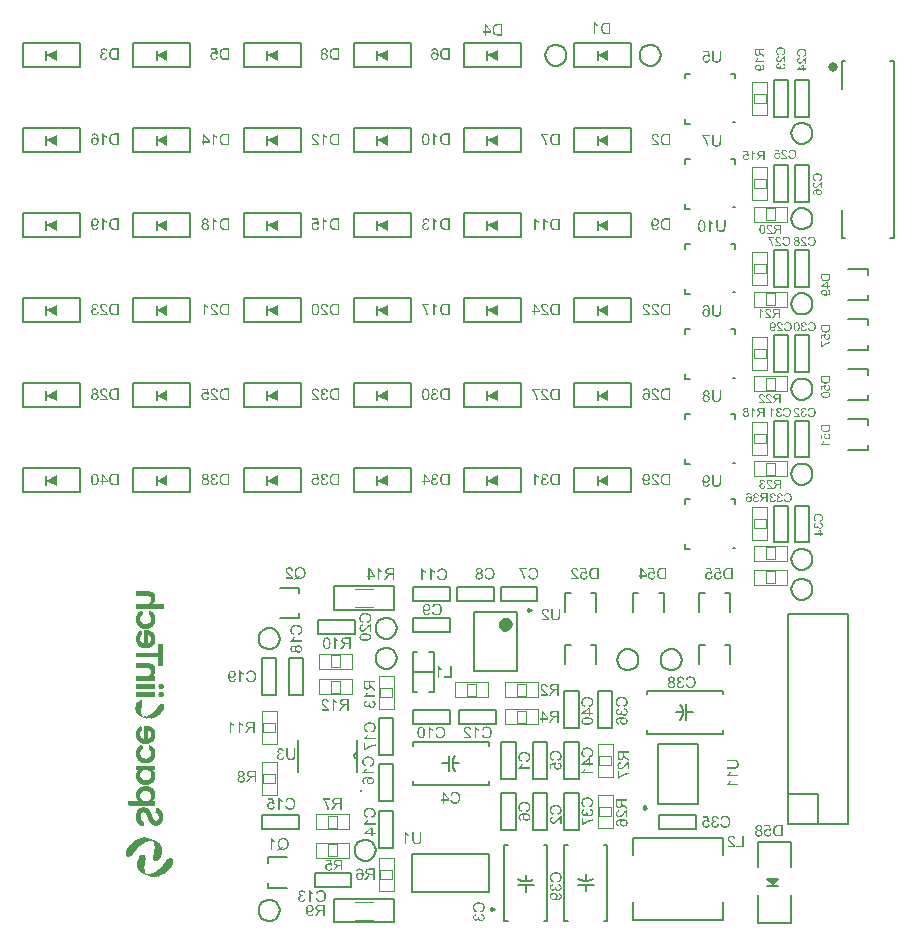
<source format=gbr>
G04*
G04 #@! TF.GenerationSoftware,Altium Limited,Altium Designer,24.1.2 (44)*
G04*
G04 Layer_Color=32896*
%FSLAX44Y44*%
%MOMM*%
G71*
G04*
G04 #@! TF.SameCoordinates,14EC1D3F-8ED5-41FF-9881-AC4D2EF9915D*
G04*
G04*
G04 #@! TF.FilePolarity,Positive*
G04*
G01*
G75*
%ADD10C,0.2500*%
%ADD12C,0.1500*%
%ADD34C,0.6000*%
%ADD108C,0.2540*%
%ADD109C,0.1524*%
%ADD110C,0.1270*%
%ADD111C,0.5080*%
%ADD112C,0.2000*%
%ADD113C,0.1000*%
%ADD114C,0.1016*%
G36*
X181535Y184165D02*
X182688D01*
Y184069D01*
X183264D01*
Y183973D01*
X183552D01*
Y183877D01*
X184128D01*
Y183781D01*
X184321D01*
Y183685D01*
X184705D01*
Y183589D01*
X184897D01*
Y183493D01*
X185089D01*
Y183396D01*
X185377D01*
Y183300D01*
X185569D01*
Y183204D01*
X185761D01*
Y183108D01*
X185953D01*
Y183012D01*
X186049D01*
Y182916D01*
X186241D01*
Y182820D01*
X186337D01*
Y182724D01*
X186529D01*
Y182628D01*
X186625D01*
Y182532D01*
X186817D01*
Y182436D01*
X186913D01*
Y182340D01*
X187010D01*
Y182244D01*
X187201D01*
Y182052D01*
X187394D01*
Y181956D01*
X187490D01*
Y181764D01*
X187682D01*
Y181572D01*
X187778D01*
Y181476D01*
X187874D01*
Y181380D01*
X187970D01*
Y181284D01*
X188066D01*
Y181188D01*
X188162D01*
Y180996D01*
X188258D01*
Y180900D01*
X188354D01*
Y180707D01*
X188450D01*
Y180515D01*
X188546D01*
Y180323D01*
X188642D01*
Y180131D01*
X188738D01*
Y179939D01*
X188834D01*
Y179651D01*
X188930D01*
Y179459D01*
X189026D01*
Y179171D01*
X189122D01*
Y178787D01*
X189218D01*
Y178403D01*
X189314D01*
Y177442D01*
X189410D01*
Y176002D01*
X189314D01*
Y174945D01*
X189218D01*
Y174657D01*
X189122D01*
Y174177D01*
X189026D01*
Y173889D01*
X188930D01*
Y173697D01*
X188834D01*
Y173313D01*
X188738D01*
Y173217D01*
X188642D01*
Y172833D01*
X188546D01*
Y172737D01*
X188450D01*
Y172545D01*
X188354D01*
Y172353D01*
X188258D01*
Y172257D01*
X188162D01*
Y172064D01*
X188066D01*
Y171872D01*
X187970D01*
Y171776D01*
X187874D01*
Y171680D01*
X187778D01*
Y171584D01*
X187682D01*
Y171392D01*
X187586D01*
Y171296D01*
X187490D01*
Y171200D01*
X187394D01*
Y171104D01*
X187298D01*
Y171008D01*
X187201D01*
Y170912D01*
X187106D01*
Y170816D01*
X187010D01*
Y170720D01*
X186913D01*
Y170624D01*
X186817D01*
Y170528D01*
X186625D01*
Y170432D01*
X186529D01*
Y170336D01*
X186433D01*
Y170240D01*
X186337D01*
Y170144D01*
X186145D01*
Y170048D01*
X185953D01*
Y169952D01*
X185857D01*
Y169856D01*
X185665D01*
Y169760D01*
X185569D01*
Y169664D01*
X185377D01*
Y169568D01*
X185089D01*
Y169471D01*
X184897D01*
Y169375D01*
X184609D01*
Y169279D01*
X184513D01*
Y169183D01*
X184032D01*
Y169087D01*
X183744D01*
Y168991D01*
X183456D01*
Y168895D01*
X182784D01*
Y168799D01*
X182208D01*
Y168703D01*
X180095D01*
Y168799D01*
X179519D01*
Y168895D01*
X178847D01*
Y168991D01*
X178559D01*
Y169087D01*
X178270D01*
Y169183D01*
X177886D01*
Y169279D01*
X177694D01*
Y169375D01*
X177310D01*
Y169471D01*
X177214D01*
Y169568D01*
X177022D01*
Y169664D01*
X176734D01*
Y169760D01*
X176638D01*
Y169856D01*
X176446D01*
Y169952D01*
X176350D01*
Y170048D01*
X176158D01*
Y170144D01*
X175966D01*
Y170240D01*
X175870D01*
Y170336D01*
X175774D01*
Y170432D01*
X175677D01*
Y170528D01*
X175485D01*
Y170720D01*
X175293D01*
Y170816D01*
X175197D01*
Y170912D01*
X175101D01*
Y171008D01*
X175005D01*
Y171104D01*
X174909D01*
Y171200D01*
X174813D01*
Y171392D01*
X174717D01*
Y171488D01*
X174621D01*
Y171584D01*
X174525D01*
Y171680D01*
X174429D01*
Y171776D01*
X174333D01*
Y171968D01*
X174237D01*
Y172064D01*
X174141D01*
Y172257D01*
X174045D01*
Y172353D01*
X173949D01*
Y172545D01*
X173853D01*
Y172737D01*
X173757D01*
Y172833D01*
X173661D01*
Y173217D01*
X173565D01*
Y173313D01*
X173469D01*
Y173697D01*
X173373D01*
Y173889D01*
X173277D01*
Y174273D01*
X173181D01*
Y174753D01*
X173085D01*
Y175042D01*
X172988D01*
Y178403D01*
X173085D01*
Y178691D01*
X173181D01*
Y179267D01*
X173277D01*
Y179459D01*
X173373D01*
Y179747D01*
X173469D01*
Y180035D01*
X173565D01*
Y180227D01*
X173661D01*
Y180515D01*
X173757D01*
Y180611D01*
X173853D01*
Y180804D01*
X173949D01*
Y180996D01*
X174045D01*
Y181188D01*
X174141D01*
Y181380D01*
X174237D01*
Y181476D01*
X174333D01*
Y181572D01*
X174429D01*
Y181764D01*
X174525D01*
Y181860D01*
X174621D01*
Y181956D01*
X174717D01*
Y182052D01*
X174813D01*
Y182148D01*
X174909D01*
Y182244D01*
X175005D01*
Y182436D01*
X175101D01*
Y182532D01*
X175293D01*
Y182628D01*
X175389D01*
Y182724D01*
X175485D01*
Y182820D01*
X175581D01*
Y182916D01*
X175774D01*
Y183012D01*
X175870D01*
Y183108D01*
X175966D01*
Y183204D01*
X176158D01*
Y183300D01*
X176254D01*
Y183396D01*
X176446D01*
Y183493D01*
X176542D01*
Y183589D01*
X176734D01*
Y183685D01*
X177022D01*
Y183781D01*
X177310D01*
Y183685D01*
X177406D01*
Y183589D01*
X177502D01*
Y183300D01*
X177598D01*
Y183012D01*
X177694D01*
Y182820D01*
X177790D01*
Y182436D01*
X177886D01*
Y182244D01*
X177982D01*
Y181860D01*
X178078D01*
Y181668D01*
X178174D01*
Y181476D01*
X178270D01*
Y181092D01*
X178366D01*
Y180804D01*
X178462D01*
Y180707D01*
X178366D01*
Y180515D01*
X178270D01*
Y180227D01*
X178078D01*
Y180131D01*
X177982D01*
Y180035D01*
X177886D01*
Y179939D01*
X177790D01*
Y179843D01*
X177694D01*
Y179747D01*
X177502D01*
Y179651D01*
X177406D01*
Y179555D01*
X177310D01*
Y179363D01*
X177214D01*
Y179267D01*
X177118D01*
Y179171D01*
X177022D01*
Y178979D01*
X176926D01*
Y178787D01*
X176830D01*
Y178595D01*
X176734D01*
Y178403D01*
X176638D01*
Y177922D01*
X176542D01*
Y177634D01*
X176446D01*
Y175906D01*
X176542D01*
Y175618D01*
X176638D01*
Y175234D01*
X176734D01*
Y175138D01*
X176830D01*
Y174849D01*
X176926D01*
Y174753D01*
X177022D01*
Y174561D01*
X177118D01*
Y174465D01*
X177214D01*
Y174369D01*
X177310D01*
Y174273D01*
X177406D01*
Y174177D01*
X177502D01*
Y174081D01*
X177598D01*
Y173985D01*
X177694D01*
Y173889D01*
X177790D01*
Y173793D01*
X177886D01*
Y173697D01*
X178078D01*
Y173601D01*
X178174D01*
Y173505D01*
X178462D01*
Y173409D01*
X178559D01*
Y173313D01*
X178750D01*
Y173217D01*
X179039D01*
Y173121D01*
X179231D01*
Y173025D01*
X179903D01*
Y173121D01*
X179999D01*
Y183781D01*
X179903D01*
Y183973D01*
X179999D01*
Y184069D01*
X180095D01*
Y184165D01*
X180191D01*
Y184261D01*
X181535D01*
Y184165D01*
D02*
G37*
G36*
X178078Y167839D02*
X178174D01*
Y167647D01*
X178270D01*
Y167071D01*
X178366D01*
Y166783D01*
X178462D01*
Y166206D01*
X178559D01*
Y166014D01*
X178654D01*
Y165534D01*
X178750D01*
Y165054D01*
X178847D01*
Y164574D01*
X178750D01*
Y164382D01*
X178654D01*
Y164286D01*
X178559D01*
Y164190D01*
X178462D01*
Y164094D01*
X178270D01*
Y163998D01*
X178174D01*
Y163902D01*
X177982D01*
Y163806D01*
X177886D01*
Y163710D01*
X177790D01*
Y163613D01*
X177598D01*
Y163517D01*
X177502D01*
Y163421D01*
X177406D01*
Y163229D01*
X177310D01*
Y163133D01*
X177214D01*
Y163037D01*
X177118D01*
Y162845D01*
X177022D01*
Y162653D01*
X176926D01*
Y162557D01*
X176830D01*
Y162173D01*
X176734D01*
Y161981D01*
X176638D01*
Y161405D01*
X176542D01*
Y160828D01*
X176446D01*
Y160636D01*
X176542D01*
Y159964D01*
X176638D01*
Y159388D01*
X176734D01*
Y159196D01*
X176830D01*
Y158812D01*
X176926D01*
Y158716D01*
X177022D01*
Y158524D01*
X177118D01*
Y158332D01*
X177214D01*
Y158236D01*
X177310D01*
Y158043D01*
X177406D01*
Y157947D01*
X177502D01*
Y157851D01*
X177598D01*
Y157755D01*
X177694D01*
Y157659D01*
X177790D01*
Y157563D01*
X177886D01*
Y157467D01*
X177982D01*
Y157371D01*
X178174D01*
Y157275D01*
X178270D01*
Y157179D01*
X178462D01*
Y157083D01*
X178559D01*
Y156987D01*
X178750D01*
Y156891D01*
X179039D01*
Y156795D01*
X179231D01*
Y156699D01*
X179615D01*
Y156603D01*
X179903D01*
Y156507D01*
X180479D01*
Y156411D01*
X181824D01*
Y156507D01*
X182400D01*
Y156603D01*
X182688D01*
Y156699D01*
X183168D01*
Y156795D01*
X183264D01*
Y156891D01*
X183552D01*
Y156987D01*
X183744D01*
Y157083D01*
X183936D01*
Y157179D01*
X184032D01*
Y157275D01*
X184224D01*
Y157371D01*
X184321D01*
Y157467D01*
X184417D01*
Y157563D01*
X184513D01*
Y157659D01*
X184705D01*
Y157851D01*
X184801D01*
Y157947D01*
X184897D01*
Y158043D01*
X184993D01*
Y158236D01*
X185089D01*
Y158332D01*
X185185D01*
Y158524D01*
X185281D01*
Y158620D01*
X185377D01*
Y158812D01*
X185473D01*
Y159100D01*
X185569D01*
Y159292D01*
X185665D01*
Y159772D01*
X185761D01*
Y161021D01*
X185857D01*
Y161117D01*
X185761D01*
Y161405D01*
X185665D01*
Y162077D01*
X185569D01*
Y162269D01*
X185473D01*
Y162557D01*
X185377D01*
Y162749D01*
X185281D01*
Y162845D01*
X185185D01*
Y163037D01*
X185089D01*
Y163133D01*
X184993D01*
Y163325D01*
X184897D01*
Y163421D01*
X184705D01*
Y163613D01*
X184513D01*
Y163806D01*
X184321D01*
Y163902D01*
X184224D01*
Y163998D01*
X184128D01*
Y164094D01*
X183840D01*
Y164190D01*
X183744D01*
Y164382D01*
X183648D01*
Y164574D01*
X183552D01*
Y165054D01*
X183648D01*
Y165342D01*
X183744D01*
Y165630D01*
X183840D01*
Y166014D01*
X183936D01*
Y166302D01*
X184032D01*
Y166783D01*
X184128D01*
Y166975D01*
X184224D01*
Y167359D01*
X184321D01*
Y167551D01*
X184417D01*
Y167647D01*
X184993D01*
Y167551D01*
X185185D01*
Y167455D01*
X185473D01*
Y167359D01*
X185569D01*
Y167263D01*
X185857D01*
Y167167D01*
X185953D01*
Y167071D01*
X186145D01*
Y166975D01*
X186337D01*
Y166879D01*
X186433D01*
Y166783D01*
X186625D01*
Y166686D01*
X186721D01*
Y166590D01*
X186913D01*
Y166495D01*
X187010D01*
Y166398D01*
X187106D01*
Y166302D01*
X187201D01*
Y166206D01*
X187298D01*
Y166110D01*
X187394D01*
Y166014D01*
X187490D01*
Y165918D01*
X187586D01*
Y165822D01*
X187682D01*
Y165726D01*
X187778D01*
Y165630D01*
X187874D01*
Y165534D01*
X187970D01*
Y165342D01*
X188066D01*
Y165246D01*
X188162D01*
Y165054D01*
X188258D01*
Y164958D01*
X188354D01*
Y164766D01*
X188450D01*
Y164574D01*
X188546D01*
Y164478D01*
X188642D01*
Y164190D01*
X188738D01*
Y163998D01*
X188834D01*
Y163710D01*
X188930D01*
Y163517D01*
X189026D01*
Y163133D01*
X189122D01*
Y162653D01*
X189218D01*
Y162269D01*
X189314D01*
Y161309D01*
X189410D01*
Y159772D01*
X189314D01*
Y158716D01*
X189218D01*
Y158332D01*
X189122D01*
Y157947D01*
X189026D01*
Y157563D01*
X188930D01*
Y157371D01*
X188834D01*
Y156987D01*
X188738D01*
Y156795D01*
X188642D01*
Y156603D01*
X188546D01*
Y156411D01*
X188450D01*
Y156219D01*
X188354D01*
Y156027D01*
X188258D01*
Y155931D01*
X188162D01*
Y155739D01*
X188066D01*
Y155547D01*
X187970D01*
Y155451D01*
X187874D01*
Y155354D01*
X187778D01*
Y155259D01*
X187682D01*
Y155066D01*
X187586D01*
Y154970D01*
X187490D01*
Y154874D01*
X187394D01*
Y154682D01*
X187201D01*
Y154490D01*
X187010D01*
Y154394D01*
X186913D01*
Y154298D01*
X186817D01*
Y154202D01*
X186721D01*
Y154106D01*
X186625D01*
Y154010D01*
X186433D01*
Y153914D01*
X186337D01*
Y153818D01*
X186241D01*
Y153722D01*
X186049D01*
Y153626D01*
X185953D01*
Y153530D01*
X185761D01*
Y153434D01*
X185569D01*
Y153338D01*
X185473D01*
Y153242D01*
X185185D01*
Y153146D01*
X184993D01*
Y153050D01*
X184705D01*
Y152954D01*
X184513D01*
Y152858D01*
X184224D01*
Y152762D01*
X183936D01*
Y152666D01*
X183648D01*
Y152570D01*
X183072D01*
Y152473D01*
X182688D01*
Y152378D01*
X179615D01*
Y152473D01*
X179231D01*
Y152570D01*
X178654D01*
Y152666D01*
X178462D01*
Y152762D01*
X177982D01*
Y152858D01*
X177790D01*
Y152954D01*
X177598D01*
Y153050D01*
X177310D01*
Y153146D01*
X177118D01*
Y153242D01*
X176926D01*
Y153338D01*
X176734D01*
Y153434D01*
X176542D01*
Y153530D01*
X176350D01*
Y153626D01*
X176254D01*
Y153722D01*
X176062D01*
Y153818D01*
X175966D01*
Y153914D01*
X175870D01*
Y154010D01*
X175774D01*
Y154106D01*
X175581D01*
Y154202D01*
X175485D01*
Y154298D01*
X175389D01*
Y154394D01*
X175293D01*
Y154490D01*
X175197D01*
Y154586D01*
X175101D01*
Y154682D01*
X175005D01*
Y154778D01*
X174909D01*
Y154874D01*
X174813D01*
Y154970D01*
X174717D01*
Y155066D01*
X174621D01*
Y155259D01*
X174525D01*
Y155354D01*
X174429D01*
Y155451D01*
X174333D01*
Y155643D01*
X174237D01*
Y155739D01*
X174141D01*
Y155931D01*
X174045D01*
Y156027D01*
X173949D01*
Y156219D01*
X173853D01*
Y156411D01*
X173757D01*
Y156603D01*
X173661D01*
Y156891D01*
X173565D01*
Y157083D01*
X173469D01*
Y157371D01*
X173373D01*
Y157659D01*
X173277D01*
Y157947D01*
X173181D01*
Y158428D01*
X173085D01*
Y158812D01*
X172988D01*
Y158908D01*
Y159004D01*
Y162173D01*
X173085D01*
Y162557D01*
X173181D01*
Y163133D01*
X173277D01*
Y163421D01*
X173373D01*
Y163613D01*
X173469D01*
Y163998D01*
X173565D01*
Y164190D01*
X173661D01*
Y164478D01*
X173757D01*
Y164574D01*
X173853D01*
Y164766D01*
X173949D01*
Y164958D01*
X174045D01*
Y165054D01*
X174141D01*
Y165246D01*
X174237D01*
Y165342D01*
X174333D01*
Y165534D01*
X174429D01*
Y165630D01*
X174525D01*
Y165726D01*
X174621D01*
Y165918D01*
X174813D01*
Y166110D01*
X174909D01*
Y166206D01*
X175005D01*
Y166302D01*
X175101D01*
Y166398D01*
X175197D01*
Y166495D01*
X175293D01*
Y166590D01*
X175485D01*
Y166686D01*
X175581D01*
Y166783D01*
X175677D01*
Y166879D01*
X175774D01*
Y166975D01*
X175966D01*
Y167071D01*
X176158D01*
Y167167D01*
X176254D01*
Y167263D01*
X176446D01*
Y167359D01*
X176542D01*
Y167455D01*
X176734D01*
Y167551D01*
X176926D01*
Y167647D01*
X177022D01*
Y167743D01*
X177406D01*
Y167839D01*
X177502D01*
Y167935D01*
X178078D01*
Y167839D01*
D02*
G37*
G36*
X188834Y150361D02*
X189026D01*
Y150169D01*
X189122D01*
Y147000D01*
X189026D01*
Y146807D01*
X188834D01*
Y146712D01*
X187874D01*
Y146615D01*
X187201D01*
Y146327D01*
X187394D01*
Y146231D01*
X187490D01*
Y146135D01*
X187586D01*
Y146039D01*
X187682D01*
Y145943D01*
X187778D01*
Y145847D01*
X187874D01*
Y145751D01*
X187970D01*
Y145655D01*
X188066D01*
Y145559D01*
X188162D01*
Y145367D01*
X188258D01*
Y145175D01*
X188354D01*
Y145079D01*
X188450D01*
Y144887D01*
X188546D01*
Y144791D01*
X188642D01*
Y144599D01*
X188738D01*
Y144407D01*
X188834D01*
Y144119D01*
X188930D01*
Y143926D01*
X189026D01*
Y143638D01*
X189122D01*
Y143254D01*
X189218D01*
Y142966D01*
X189314D01*
Y142102D01*
X189410D01*
Y140853D01*
X189314D01*
Y139797D01*
X189218D01*
Y139509D01*
X189122D01*
Y139125D01*
X189026D01*
Y138837D01*
X188930D01*
Y138549D01*
X188834D01*
Y138260D01*
X188738D01*
Y138164D01*
X188642D01*
Y137876D01*
X188546D01*
Y137684D01*
X188450D01*
Y137588D01*
X188354D01*
Y137396D01*
X188258D01*
Y137300D01*
X188162D01*
Y137108D01*
X188066D01*
Y137012D01*
X187970D01*
Y136916D01*
X187874D01*
Y136724D01*
X187778D01*
Y136628D01*
X187682D01*
Y136532D01*
X187586D01*
Y136436D01*
X187490D01*
Y136340D01*
X187394D01*
Y136244D01*
X187298D01*
Y136148D01*
X187201D01*
Y136052D01*
X187106D01*
Y135956D01*
X187010D01*
Y135860D01*
X186913D01*
Y135764D01*
X186721D01*
Y135668D01*
X186625D01*
Y135571D01*
X186529D01*
Y135476D01*
X186337D01*
Y135379D01*
X186241D01*
Y135283D01*
X186049D01*
Y135187D01*
X185857D01*
Y135091D01*
X185665D01*
Y134995D01*
X185473D01*
Y134899D01*
X185377D01*
Y134803D01*
X184993D01*
Y134707D01*
X184897D01*
Y134611D01*
X184513D01*
Y134515D01*
X184321D01*
Y134419D01*
X183936D01*
Y134323D01*
X183552D01*
Y134227D01*
X183168D01*
Y134131D01*
X182112D01*
Y134035D01*
X180191D01*
Y134131D01*
X179135D01*
Y134227D01*
X178847D01*
Y134323D01*
X178366D01*
Y134419D01*
X178078D01*
Y134515D01*
X177790D01*
Y134611D01*
X177406D01*
Y134707D01*
X177310D01*
Y134803D01*
X177022D01*
Y134899D01*
X176830D01*
Y134995D01*
X176638D01*
Y135091D01*
X176446D01*
Y135187D01*
X176350D01*
Y135283D01*
X176062D01*
Y135379D01*
X175966D01*
Y135476D01*
X175870D01*
Y135571D01*
X175677D01*
Y135668D01*
X175581D01*
Y135764D01*
X175485D01*
Y135860D01*
X175389D01*
Y135956D01*
X175197D01*
Y136052D01*
X175101D01*
Y136148D01*
X175005D01*
Y136244D01*
X174909D01*
Y136340D01*
X174813D01*
Y136436D01*
X174717D01*
Y136532D01*
X174621D01*
Y136628D01*
X174525D01*
Y136724D01*
X174429D01*
Y136916D01*
X174333D01*
Y137012D01*
X174237D01*
Y137108D01*
X174141D01*
Y137300D01*
X174045D01*
Y137396D01*
X173949D01*
Y137588D01*
X173853D01*
Y137780D01*
X173757D01*
Y137876D01*
X173661D01*
Y138164D01*
X173565D01*
Y138260D01*
X173469D01*
Y138645D01*
X173373D01*
Y138837D01*
X173277D01*
Y139125D01*
X173181D01*
Y139605D01*
X173085D01*
Y139893D01*
X172988D01*
Y142870D01*
X173085D01*
Y143158D01*
X173181D01*
Y143638D01*
X173277D01*
Y143926D01*
X173373D01*
Y144119D01*
X173469D01*
Y144407D01*
X173565D01*
Y144503D01*
X173661D01*
Y144791D01*
X173757D01*
Y144887D01*
X173853D01*
Y145079D01*
X173949D01*
Y145175D01*
X174045D01*
Y145271D01*
X174141D01*
Y145463D01*
X174237D01*
Y145559D01*
X174333D01*
Y145751D01*
X174429D01*
Y145847D01*
X174525D01*
Y145943D01*
X174621D01*
Y146039D01*
X174717D01*
Y146135D01*
X174813D01*
Y146231D01*
X174909D01*
Y146327D01*
X175101D01*
Y146615D01*
X174429D01*
Y146712D01*
X173469D01*
Y146807D01*
X173277D01*
Y146903D01*
X173181D01*
Y150169D01*
X173277D01*
Y150265D01*
X173373D01*
Y150361D01*
X173469D01*
Y150457D01*
X188834D01*
Y150361D01*
D02*
G37*
G36*
X180863Y132979D02*
X182784D01*
Y132883D01*
X183360D01*
Y132787D01*
X183648D01*
Y132690D01*
X184128D01*
Y132594D01*
X184321D01*
Y132498D01*
X184705D01*
Y132402D01*
X184897D01*
Y132306D01*
X185185D01*
Y132210D01*
X185377D01*
Y132114D01*
X185473D01*
Y132018D01*
X185761D01*
Y131922D01*
X185953D01*
Y131826D01*
X186145D01*
Y131730D01*
X186241D01*
Y131634D01*
X186337D01*
Y131538D01*
X186529D01*
Y131442D01*
X186625D01*
Y131346D01*
X186817D01*
Y131250D01*
X186913D01*
Y131154D01*
X187010D01*
Y131058D01*
X187201D01*
Y130962D01*
X187298D01*
Y130866D01*
X187394D01*
Y130770D01*
X187490D01*
Y130674D01*
X187586D01*
Y130578D01*
X187682D01*
Y130386D01*
X187778D01*
Y130290D01*
X187874D01*
Y130194D01*
X187970D01*
Y130002D01*
X188066D01*
Y129906D01*
X188162D01*
Y129810D01*
X188258D01*
Y129617D01*
X188354D01*
Y129425D01*
X188450D01*
Y129329D01*
X188546D01*
Y129137D01*
X188642D01*
Y128945D01*
X188738D01*
Y128753D01*
X188834D01*
Y128465D01*
X188930D01*
Y128273D01*
X189026D01*
Y127985D01*
X189122D01*
Y127601D01*
X189218D01*
Y127217D01*
X189314D01*
Y126256D01*
X189410D01*
Y125008D01*
X189314D01*
Y124143D01*
X189218D01*
Y123759D01*
X189122D01*
Y123375D01*
X189026D01*
Y123183D01*
X188930D01*
Y122991D01*
X188834D01*
Y122607D01*
X188738D01*
Y122511D01*
X188642D01*
Y122319D01*
X188546D01*
Y122127D01*
X188450D01*
Y122031D01*
X188354D01*
Y121839D01*
X188258D01*
Y121743D01*
X188162D01*
Y121551D01*
X188066D01*
Y121454D01*
X187970D01*
Y121358D01*
X187874D01*
Y121263D01*
X187778D01*
Y121166D01*
X187682D01*
Y120974D01*
X187490D01*
Y120878D01*
X187394D01*
Y120782D01*
X187298D01*
Y120686D01*
X187201D01*
Y120494D01*
X187298D01*
Y120398D01*
X187778D01*
Y120302D01*
X188354D01*
Y120398D01*
X188450D01*
Y120302D01*
X189026D01*
Y120110D01*
X189122D01*
Y116941D01*
X189026D01*
Y116749D01*
X188930D01*
Y116653D01*
X166650D01*
Y116749D01*
X166554D01*
Y120494D01*
X166746D01*
Y120590D01*
X175005D01*
Y120686D01*
X174909D01*
Y120878D01*
X174813D01*
Y120974D01*
X174717D01*
Y121070D01*
X174621D01*
Y121166D01*
X174525D01*
Y121263D01*
X174429D01*
Y121358D01*
X174333D01*
Y121454D01*
X174237D01*
Y121551D01*
X174141D01*
Y121743D01*
X174045D01*
Y121839D01*
X173949D01*
Y122031D01*
X173853D01*
Y122223D01*
X173757D01*
Y122319D01*
X173661D01*
Y122511D01*
X173565D01*
Y122703D01*
X173469D01*
Y122991D01*
X173373D01*
Y123183D01*
X173277D01*
Y123471D01*
X173181D01*
Y123951D01*
X173085D01*
Y124143D01*
X172988D01*
Y127121D01*
X173085D01*
Y127505D01*
X173181D01*
Y127889D01*
X173277D01*
Y128177D01*
X173373D01*
Y128465D01*
X173469D01*
Y128753D01*
X173565D01*
Y128849D01*
X173661D01*
Y129137D01*
X173757D01*
Y129329D01*
X173853D01*
Y129425D01*
X173949D01*
Y129617D01*
X174045D01*
Y129713D01*
X174141D01*
Y129906D01*
X174237D01*
Y130002D01*
X174333D01*
Y130194D01*
X174429D01*
Y130290D01*
X174525D01*
Y130386D01*
X174621D01*
Y130482D01*
X174717D01*
Y130578D01*
X174813D01*
Y130674D01*
X174909D01*
Y130770D01*
X175005D01*
Y130866D01*
X175101D01*
Y130962D01*
X175197D01*
Y131058D01*
X175293D01*
Y131154D01*
X175389D01*
Y131250D01*
X175485D01*
Y131346D01*
X175677D01*
Y131442D01*
X175774D01*
Y131538D01*
X175966D01*
Y131634D01*
X176062D01*
Y131730D01*
X176254D01*
Y131826D01*
X176350D01*
Y131922D01*
X176542D01*
Y132018D01*
X176734D01*
Y132114D01*
X176926D01*
Y132210D01*
X177214D01*
Y132306D01*
X177406D01*
Y132402D01*
X177598D01*
Y132498D01*
X177982D01*
Y132594D01*
X178174D01*
Y132690D01*
X178654D01*
Y132787D01*
X178943D01*
Y132883D01*
X179519D01*
Y132979D01*
X180767D01*
Y133075D01*
X180863D01*
Y132979D01*
D02*
G37*
G36*
X180095Y115020D02*
X180767D01*
Y114924D01*
X181343D01*
Y114828D01*
X181535D01*
Y114732D01*
X181920D01*
Y114636D01*
X182112D01*
Y114540D01*
X182400D01*
Y114444D01*
X182496D01*
Y114348D01*
X182688D01*
Y114252D01*
X182880D01*
Y114156D01*
X182976D01*
Y114060D01*
X183168D01*
Y113964D01*
X183264D01*
Y113868D01*
X183360D01*
Y113772D01*
X183552D01*
Y113676D01*
X183648D01*
Y113580D01*
X183744D01*
Y113484D01*
X183840D01*
Y113388D01*
X183936D01*
Y113292D01*
X184032D01*
Y113196D01*
X184128D01*
Y113100D01*
X184224D01*
Y112907D01*
X184321D01*
Y112811D01*
X184417D01*
Y112715D01*
X184513D01*
Y112619D01*
X184609D01*
Y112427D01*
X184705D01*
Y112235D01*
X184801D01*
Y112139D01*
X184897D01*
Y111947D01*
X184993D01*
Y111851D01*
X185089D01*
Y111659D01*
X185185D01*
Y111467D01*
X185281D01*
Y111371D01*
X185377D01*
Y111083D01*
X185473D01*
Y110891D01*
X185569D01*
Y110699D01*
X185665D01*
Y110411D01*
X185761D01*
Y110315D01*
X185857D01*
Y109930D01*
X185953D01*
Y109738D01*
X186049D01*
Y109354D01*
X186145D01*
Y109162D01*
X186241D01*
Y108874D01*
X186337D01*
Y108490D01*
X186433D01*
Y108298D01*
X186529D01*
Y107914D01*
X186625D01*
Y107722D01*
X186721D01*
Y107434D01*
X186817D01*
Y107049D01*
X186913D01*
Y106953D01*
X187010D01*
Y106569D01*
X187106D01*
Y106473D01*
X187201D01*
Y106089D01*
X187298D01*
Y105993D01*
X187394D01*
Y105801D01*
X187490D01*
Y105513D01*
X187586D01*
Y105417D01*
X187682D01*
Y105129D01*
X187778D01*
Y105033D01*
X187874D01*
Y104937D01*
X187970D01*
Y104745D01*
X188066D01*
Y104649D01*
X188162D01*
Y104553D01*
X188258D01*
Y104457D01*
X188354D01*
Y104361D01*
X188450D01*
Y104264D01*
X188546D01*
Y104168D01*
X188642D01*
Y104072D01*
X188834D01*
Y103976D01*
X188930D01*
Y103880D01*
X189218D01*
Y103784D01*
X189410D01*
Y103688D01*
X190467D01*
Y103784D01*
X190659D01*
Y103880D01*
X190851D01*
Y103976D01*
X190947D01*
Y104072D01*
X191139D01*
Y104168D01*
X191235D01*
Y104264D01*
X191331D01*
Y104361D01*
X191427D01*
Y104553D01*
X191523D01*
Y104649D01*
X191619D01*
Y104841D01*
X191715D01*
Y105033D01*
X191811D01*
Y105225D01*
X191907D01*
Y105609D01*
X192003D01*
Y105993D01*
X192099D01*
Y107818D01*
X192003D01*
Y108106D01*
X191907D01*
Y108490D01*
X191811D01*
Y108682D01*
X191715D01*
Y108874D01*
X191619D01*
Y109066D01*
X191523D01*
Y109162D01*
X191427D01*
Y109354D01*
X191331D01*
Y109450D01*
X191235D01*
Y109546D01*
X191139D01*
Y109642D01*
X191043D01*
Y109738D01*
X190851D01*
Y109834D01*
X190755D01*
Y109930D01*
X190563D01*
Y110027D01*
X190467D01*
Y110122D01*
X190275D01*
Y110219D01*
X190083D01*
Y110315D01*
X189986D01*
Y110411D01*
X189698D01*
Y110507D01*
X189506D01*
Y110603D01*
X189410D01*
Y110699D01*
X189314D01*
Y111275D01*
X189410D01*
Y111563D01*
X189506D01*
Y111947D01*
X189602D01*
Y112427D01*
X189698D01*
Y112619D01*
X189794D01*
Y113196D01*
X189890D01*
Y113388D01*
X189986D01*
Y113868D01*
X190083D01*
Y114252D01*
X190179D01*
Y114444D01*
X190275D01*
Y114636D01*
X190851D01*
Y114540D01*
X191139D01*
Y114444D01*
X191427D01*
Y114348D01*
X191619D01*
Y114252D01*
X191907D01*
Y114156D01*
X192003D01*
Y114060D01*
X192291D01*
Y113964D01*
X192483D01*
Y113868D01*
X192579D01*
Y113772D01*
X192771D01*
Y113676D01*
X192964D01*
Y113580D01*
X193156D01*
Y113484D01*
X193252D01*
Y113388D01*
X193348D01*
Y113292D01*
X193444D01*
Y113196D01*
X193540D01*
Y113100D01*
X193732D01*
Y113004D01*
X193828D01*
Y112907D01*
X193924D01*
Y112811D01*
X194020D01*
Y112715D01*
X194116D01*
Y112619D01*
X194212D01*
Y112523D01*
X194308D01*
Y112427D01*
X194404D01*
Y112235D01*
X194500D01*
Y112139D01*
X194596D01*
Y112043D01*
X194692D01*
Y111947D01*
X194788D01*
Y111755D01*
X194884D01*
Y111563D01*
X194980D01*
Y111467D01*
X195076D01*
Y111275D01*
X195172D01*
Y111179D01*
X195268D01*
Y110891D01*
X195364D01*
Y110699D01*
X195460D01*
Y110507D01*
X195557D01*
Y110219D01*
X195653D01*
Y110027D01*
X195749D01*
Y109546D01*
X195845D01*
Y109258D01*
X195941D01*
Y108778D01*
X196037D01*
Y107914D01*
X196133D01*
Y105993D01*
X196037D01*
Y105225D01*
X195941D01*
Y104649D01*
X195845D01*
Y104457D01*
X195749D01*
Y103976D01*
X195653D01*
Y103784D01*
X195557D01*
Y103496D01*
X195460D01*
Y103208D01*
X195364D01*
Y103016D01*
X195268D01*
Y102824D01*
X195172D01*
Y102728D01*
X195076D01*
Y102440D01*
X194980D01*
Y102344D01*
X194884D01*
Y102152D01*
X194788D01*
Y102056D01*
X194692D01*
Y101960D01*
X194596D01*
Y101768D01*
X194500D01*
Y101672D01*
X194404D01*
Y101575D01*
X194308D01*
Y101383D01*
X194212D01*
Y101287D01*
X194116D01*
Y101191D01*
X194020D01*
Y101095D01*
X193924D01*
Y100999D01*
X193828D01*
Y100903D01*
X193732D01*
Y100807D01*
X193636D01*
Y100711D01*
X193444D01*
Y100615D01*
X193348D01*
Y100519D01*
X193252D01*
Y100423D01*
X193060D01*
Y100327D01*
X192964D01*
Y100231D01*
X192771D01*
Y100135D01*
X192675D01*
Y100039D01*
X192387D01*
Y99943D01*
X192195D01*
Y99847D01*
X192003D01*
Y99751D01*
X191715D01*
Y99655D01*
X191523D01*
Y99559D01*
X190947D01*
Y99463D01*
X190467D01*
Y99367D01*
X189218D01*
Y99463D01*
X188642D01*
Y99559D01*
X188162D01*
Y99655D01*
X187970D01*
Y99751D01*
X187586D01*
Y99847D01*
X187394D01*
Y99943D01*
X187201D01*
Y100039D01*
X186913D01*
Y100135D01*
X186817D01*
Y100231D01*
X186625D01*
Y100327D01*
X186529D01*
Y100423D01*
X186337D01*
Y100519D01*
X186241D01*
Y100615D01*
X186145D01*
Y100711D01*
X185953D01*
Y100807D01*
X185857D01*
Y100903D01*
X185761D01*
Y100999D01*
X185665D01*
Y101095D01*
X185569D01*
Y101191D01*
X185473D01*
Y101287D01*
X185377D01*
Y101383D01*
X185281D01*
Y101480D01*
X185185D01*
Y101672D01*
X185089D01*
Y101768D01*
X184993D01*
Y101864D01*
X184897D01*
Y101960D01*
X184801D01*
Y102152D01*
X184705D01*
Y102248D01*
X184609D01*
Y102440D01*
X184513D01*
Y102632D01*
X184417D01*
Y102728D01*
X184321D01*
Y102920D01*
X184224D01*
Y103112D01*
X184128D01*
Y103208D01*
X184032D01*
Y103496D01*
X183936D01*
Y103592D01*
X183840D01*
Y103880D01*
X183744D01*
Y104072D01*
X183648D01*
Y104264D01*
X183552D01*
Y104553D01*
X183456D01*
Y104745D01*
X183360D01*
Y105129D01*
X183264D01*
Y105321D01*
X183168D01*
Y105609D01*
X183072D01*
Y105897D01*
X182976D01*
Y106089D01*
X182880D01*
Y106473D01*
X182784D01*
Y106569D01*
X182688D01*
Y106953D01*
X182592D01*
Y107241D01*
X182496D01*
Y107434D01*
X182400D01*
Y107818D01*
X182304D01*
Y107914D01*
X182208D01*
Y108202D01*
X182112D01*
Y108394D01*
X182016D01*
Y108586D01*
X181920D01*
Y108778D01*
X181824D01*
Y108970D01*
X181728D01*
Y109162D01*
X181632D01*
Y109258D01*
X181535D01*
Y109450D01*
X181439D01*
Y109642D01*
X181343D01*
Y109738D01*
X181247D01*
Y109834D01*
X181151D01*
Y109930D01*
X181055D01*
Y110122D01*
X180863D01*
Y110219D01*
X180767D01*
Y110315D01*
X180671D01*
Y110411D01*
X180479D01*
Y110507D01*
X180383D01*
Y110603D01*
X180095D01*
Y110699D01*
X179903D01*
Y110795D01*
X178559D01*
Y110699D01*
X178366D01*
Y110603D01*
X178078D01*
Y110507D01*
X177982D01*
Y110411D01*
X177886D01*
Y110315D01*
X177790D01*
Y110219D01*
X177694D01*
Y110122D01*
X177598D01*
Y110027D01*
X177502D01*
Y109834D01*
X177406D01*
Y109738D01*
X177310D01*
Y109450D01*
X177214D01*
Y109354D01*
X177118D01*
Y108970D01*
X177022D01*
Y108682D01*
X176926D01*
Y108106D01*
X176830D01*
Y106185D01*
X176926D01*
Y105801D01*
X177022D01*
Y105513D01*
X177118D01*
Y105129D01*
X177214D01*
Y104937D01*
X177310D01*
Y104745D01*
X177406D01*
Y104553D01*
X177502D01*
Y104457D01*
X177598D01*
Y104264D01*
X177694D01*
Y104168D01*
X177790D01*
Y103976D01*
X177982D01*
Y103880D01*
X178078D01*
Y103688D01*
X178270D01*
Y103592D01*
X178366D01*
Y103496D01*
X178559D01*
Y103400D01*
X178654D01*
Y103304D01*
X178750D01*
Y103208D01*
X179039D01*
Y103112D01*
X179135D01*
Y103016D01*
X179327D01*
Y102920D01*
X179519D01*
Y102824D01*
X179711D01*
Y102728D01*
X179903D01*
Y102632D01*
X179999D01*
Y102152D01*
X179903D01*
Y101768D01*
X179807D01*
Y101383D01*
X179711D01*
Y100999D01*
X179615D01*
Y100423D01*
X179519D01*
Y100231D01*
X179423D01*
Y99655D01*
X179327D01*
Y99367D01*
X179231D01*
Y98983D01*
X179135D01*
Y98887D01*
X178366D01*
Y98983D01*
X178174D01*
Y99079D01*
X177886D01*
Y99175D01*
X177694D01*
Y99271D01*
X177502D01*
Y99367D01*
X177214D01*
Y99463D01*
X177118D01*
Y99559D01*
X176830D01*
Y99655D01*
X176734D01*
Y99751D01*
X176542D01*
Y99847D01*
X176350D01*
Y99943D01*
X176254D01*
Y100039D01*
X176062D01*
Y100135D01*
X175966D01*
Y100231D01*
X175870D01*
Y100327D01*
X175774D01*
Y100423D01*
X175581D01*
Y100519D01*
X175485D01*
Y100615D01*
X175389D01*
Y100711D01*
X175293D01*
Y100807D01*
X175197D01*
Y100903D01*
X175101D01*
Y100999D01*
X175005D01*
Y101095D01*
X174909D01*
Y101191D01*
X174813D01*
Y101287D01*
X174717D01*
Y101383D01*
X174621D01*
Y101480D01*
X174525D01*
Y101672D01*
X174429D01*
Y101768D01*
X174333D01*
Y101864D01*
X174237D01*
Y102056D01*
X174141D01*
Y102248D01*
X174045D01*
Y102344D01*
X173949D01*
Y102536D01*
X173853D01*
Y102632D01*
X173757D01*
Y102824D01*
X173661D01*
Y103112D01*
X173565D01*
Y103208D01*
X173469D01*
Y103592D01*
X173373D01*
Y103784D01*
X173277D01*
Y104072D01*
X173181D01*
Y104457D01*
X173085D01*
Y104745D01*
X172988D01*
Y105417D01*
X172892D01*
Y105993D01*
X172796D01*
Y108298D01*
X172892D01*
Y108970D01*
X172988D01*
Y109642D01*
X173085D01*
Y109834D01*
X173181D01*
Y110315D01*
X173277D01*
Y110603D01*
X173373D01*
Y110795D01*
X173469D01*
Y111179D01*
X173565D01*
Y111275D01*
X173661D01*
Y111563D01*
X173757D01*
Y111659D01*
X173853D01*
Y111851D01*
X173949D01*
Y112043D01*
X174045D01*
Y112139D01*
X174141D01*
Y112427D01*
X174237D01*
Y112523D01*
X174333D01*
Y112619D01*
X174429D01*
Y112715D01*
X174525D01*
Y112907D01*
X174621D01*
Y113004D01*
X174717D01*
Y113100D01*
X174813D01*
Y113292D01*
X175005D01*
Y113388D01*
X175101D01*
Y113580D01*
X175293D01*
Y113676D01*
X175389D01*
Y113772D01*
X175485D01*
Y113868D01*
X175677D01*
Y113964D01*
X175774D01*
Y114060D01*
X175870D01*
Y114156D01*
X175966D01*
Y114252D01*
X176254D01*
Y114348D01*
X176350D01*
Y114444D01*
X176542D01*
Y114540D01*
X176734D01*
Y114636D01*
X176926D01*
Y114732D01*
X177310D01*
Y114828D01*
X177502D01*
Y114924D01*
X177886D01*
Y115020D01*
X178462D01*
Y115116D01*
X180095D01*
Y115020D01*
D02*
G37*
G36*
X178654Y75358D02*
Y75262D01*
X177982D01*
Y75358D01*
X178078D01*
Y75454D01*
X178654D01*
Y75358D01*
D02*
G37*
G36*
X179039Y75166D02*
Y75070D01*
X178847D01*
Y75262D01*
X179039D01*
Y75166D01*
D02*
G37*
G36*
X178559Y74974D02*
X178366D01*
Y75070D01*
X178559D01*
Y74974D01*
D02*
G37*
G36*
X180479D02*
X180671D01*
Y74878D01*
Y74782D01*
X180479D01*
Y74974D01*
X180287D01*
Y75070D01*
X180479D01*
Y74974D01*
D02*
G37*
G36*
X180095Y75070D02*
X180191D01*
Y74974D01*
X180287D01*
Y74782D01*
X180191D01*
Y74974D01*
X179999D01*
Y75070D01*
Y75262D01*
X180095D01*
Y75070D01*
D02*
G37*
G36*
X177886Y75166D02*
X177982D01*
Y75070D01*
X178174D01*
Y74974D01*
X178366D01*
Y74782D01*
X178174D01*
Y74974D01*
X177502D01*
Y74782D01*
X177118D01*
Y74974D01*
X177310D01*
Y75070D01*
X177502D01*
Y75166D01*
X177598D01*
Y75262D01*
X177886D01*
Y75166D01*
D02*
G37*
G36*
X177118Y74686D02*
Y74590D01*
X177022D01*
Y74494D01*
X176830D01*
Y74686D01*
X176926D01*
Y74782D01*
X177118D01*
Y74686D01*
D02*
G37*
G36*
X180287Y75550D02*
X180383D01*
Y75454D01*
X180671D01*
Y75358D01*
X180767D01*
Y75262D01*
X180959D01*
Y75070D01*
X181055D01*
Y74974D01*
X181151D01*
Y74494D01*
X181343D01*
Y72093D01*
X181247D01*
Y71997D01*
X181151D01*
Y70749D01*
X181055D01*
Y70653D01*
X180959D01*
Y69788D01*
X180863D01*
Y69596D01*
X180767D01*
Y69308D01*
X180671D01*
Y68636D01*
X180575D01*
Y68444D01*
X180479D01*
Y67484D01*
X180383D01*
Y67291D01*
X180287D01*
Y66139D01*
X180191D01*
Y65659D01*
X180095D01*
Y64699D01*
X179999D01*
Y64026D01*
X180095D01*
Y62778D01*
X180191D01*
Y62394D01*
X180287D01*
Y61625D01*
X180383D01*
Y61433D01*
X180479D01*
Y61049D01*
X180575D01*
Y60761D01*
X180671D01*
Y60569D01*
X180767D01*
Y60281D01*
X180863D01*
Y60185D01*
X180959D01*
Y59897D01*
X181055D01*
Y59705D01*
X181151D01*
Y59609D01*
X181247D01*
Y59417D01*
X181343D01*
Y59321D01*
X181439D01*
Y59128D01*
X181535D01*
Y59033D01*
X181632D01*
Y58840D01*
X181728D01*
Y58744D01*
X181824D01*
Y58648D01*
X181920D01*
Y58552D01*
X182112D01*
Y58456D01*
X182400D01*
Y58360D01*
X182496D01*
Y58264D01*
X182688D01*
Y58360D01*
X182496D01*
Y58456D01*
X182592D01*
Y58552D01*
X182688D01*
Y58456D01*
X183072D01*
Y58552D01*
X183168D01*
Y58648D01*
X184321D01*
Y58744D01*
X184417D01*
Y58840D01*
X185185D01*
Y58936D01*
X185281D01*
Y59033D01*
X185473D01*
Y59128D01*
X186049D01*
Y59225D01*
X186145D01*
Y59321D01*
X186625D01*
Y59417D01*
X186721D01*
Y59513D01*
X186913D01*
Y59609D01*
X187201D01*
Y59705D01*
X187298D01*
Y59801D01*
X187682D01*
Y59897D01*
X187778D01*
Y59993D01*
X188162D01*
Y60089D01*
X188258D01*
Y60185D01*
X188354D01*
Y60281D01*
X188642D01*
Y60377D01*
X188738D01*
Y60473D01*
X189026D01*
Y60569D01*
X189122D01*
Y60665D01*
X189218D01*
Y60761D01*
X189506D01*
Y60857D01*
X189602D01*
Y60953D01*
X189794D01*
Y61049D01*
X189890D01*
Y61145D01*
X190083D01*
Y61241D01*
X190275D01*
Y61337D01*
X190371D01*
Y61433D01*
X190563D01*
Y61529D01*
X190659D01*
Y61625D01*
X190851D01*
Y61721D01*
X190947D01*
Y61817D01*
X191043D01*
Y61913D01*
X191235D01*
Y62010D01*
X191331D01*
Y62106D01*
X191523D01*
Y62202D01*
X191619D01*
Y62298D01*
X191715D01*
Y62394D01*
X191811D01*
Y62490D01*
X191907D01*
Y62586D01*
X192099D01*
Y62682D01*
X192195D01*
Y62778D01*
X192387D01*
Y62874D01*
X192483D01*
Y62970D01*
X192579D01*
Y63066D01*
X192675D01*
Y63162D01*
X192771D01*
Y63258D01*
X192964D01*
Y63354D01*
X193060D01*
Y63546D01*
X193252D01*
Y63642D01*
X193348D01*
Y63738D01*
X193444D01*
Y63834D01*
X193540D01*
Y63930D01*
X193636D01*
Y64026D01*
X193732D01*
Y64122D01*
X193828D01*
Y64218D01*
X193924D01*
Y64314D01*
X194020D01*
Y64410D01*
X194116D01*
Y64506D01*
X194212D01*
Y64602D01*
X194308D01*
Y64699D01*
X194404D01*
Y64795D01*
X194500D01*
Y64890D01*
X194596D01*
Y64987D01*
X194692D01*
Y65083D01*
X194788D01*
Y65179D01*
X194884D01*
Y65275D01*
X194980D01*
Y65371D01*
X195076D01*
Y65563D01*
X195172D01*
Y65659D01*
X195268D01*
Y65755D01*
X195364D01*
Y65851D01*
X195460D01*
Y65947D01*
X195557D01*
Y66043D01*
X195653D01*
Y66235D01*
X195749D01*
Y66331D01*
X195845D01*
Y66427D01*
X195941D01*
Y66523D01*
X196037D01*
Y66715D01*
X196133D01*
Y66811D01*
X196229D01*
Y66907D01*
X196325D01*
Y67099D01*
X196421D01*
Y67195D01*
X196517D01*
Y67387D01*
X196613D01*
Y67484D01*
X196709D01*
Y67579D01*
X196805D01*
Y67772D01*
X196901D01*
Y67868D01*
X196997D01*
Y68060D01*
X197093D01*
Y68156D01*
X197189D01*
Y68348D01*
X197285D01*
Y68444D01*
X197381D01*
Y68540D01*
X197477D01*
Y68732D01*
X197573D01*
Y68828D01*
X197669D01*
Y69020D01*
X197765D01*
Y69116D01*
X197861D01*
Y69212D01*
X197957D01*
Y69308D01*
X198053D01*
Y69500D01*
X198149D01*
Y69596D01*
X198245D01*
Y69692D01*
X198342D01*
Y69884D01*
X198438D01*
Y69980D01*
X198533D01*
Y70076D01*
X198630D01*
Y70172D01*
X198726D01*
Y70268D01*
X198822D01*
Y70364D01*
X198918D01*
Y70461D01*
X199014D01*
Y70557D01*
X199110D01*
Y70653D01*
X199206D01*
Y70749D01*
X199302D01*
Y70845D01*
X199398D01*
Y70941D01*
X199494D01*
Y71037D01*
X199590D01*
Y71133D01*
X199686D01*
Y71229D01*
X199782D01*
Y71325D01*
X199878D01*
Y71421D01*
X200070D01*
Y71517D01*
X200166D01*
Y71613D01*
X200358D01*
Y71709D01*
X200454D01*
Y71805D01*
X200646D01*
Y71901D01*
X200838D01*
Y71997D01*
X200934D01*
Y72093D01*
X201318D01*
Y72189D01*
X201511D01*
Y72285D01*
X202759D01*
Y72189D01*
X202951D01*
Y72093D01*
X203335D01*
Y71997D01*
X203431D01*
Y71901D01*
X203527D01*
Y71805D01*
X203719D01*
Y71709D01*
X203815D01*
Y71517D01*
X203911D01*
Y71421D01*
X204007D01*
Y71325D01*
X204104D01*
Y71133D01*
X204200D01*
Y70941D01*
X204296D01*
Y70557D01*
X204392D01*
Y70364D01*
X204488D01*
Y68348D01*
X204392D01*
Y68060D01*
X204296D01*
Y67579D01*
X204200D01*
Y67195D01*
X204104D01*
Y67099D01*
X204007D01*
Y66619D01*
X203911D01*
Y66523D01*
X203815D01*
Y66331D01*
X203719D01*
Y66139D01*
X203623D01*
Y65947D01*
X203527D01*
Y65659D01*
X203431D01*
Y65563D01*
X203335D01*
Y65371D01*
X203239D01*
Y65275D01*
X203143D01*
Y65083D01*
X203047D01*
Y64987D01*
X202951D01*
Y64890D01*
X202855D01*
Y64602D01*
X202759D01*
Y64506D01*
X202663D01*
Y64410D01*
X202567D01*
Y64218D01*
X202471D01*
Y64122D01*
X202375D01*
Y63930D01*
X202279D01*
Y63834D01*
X202183D01*
Y63738D01*
X202087D01*
Y63642D01*
X201991D01*
Y63450D01*
X201895D01*
Y63354D01*
X201799D01*
Y63258D01*
X201703D01*
Y63066D01*
X201607D01*
Y62970D01*
X201511D01*
Y62874D01*
X201415D01*
Y62778D01*
X201318D01*
Y62682D01*
X201222D01*
Y62490D01*
X201030D01*
Y62298D01*
X200934D01*
Y62202D01*
X200838D01*
Y62106D01*
X200742D01*
Y62010D01*
X200646D01*
Y61913D01*
X200550D01*
Y61817D01*
X200454D01*
Y61721D01*
X200358D01*
Y61625D01*
X200262D01*
Y61529D01*
X200166D01*
Y61433D01*
X200070D01*
Y61337D01*
X199974D01*
Y61241D01*
X199878D01*
Y61145D01*
X199782D01*
Y61049D01*
X199686D01*
Y60953D01*
X199590D01*
Y60857D01*
X199494D01*
Y60761D01*
X199398D01*
Y60665D01*
X199206D01*
Y60569D01*
X199110D01*
Y60473D01*
X199014D01*
Y60377D01*
X198918D01*
Y60281D01*
X198822D01*
Y60185D01*
X198726D01*
Y60089D01*
X198630D01*
Y59993D01*
X198342D01*
Y59801D01*
X198149D01*
Y59705D01*
X198053D01*
Y59609D01*
X197957D01*
Y59513D01*
X197765D01*
Y59321D01*
X197477D01*
Y59225D01*
X197381D01*
Y59128D01*
X197285D01*
Y59033D01*
X197093D01*
Y58840D01*
X196805D01*
Y58744D01*
X196709D01*
Y58648D01*
X196517D01*
Y58552D01*
X196421D01*
Y58456D01*
X196229D01*
Y58360D01*
X196037D01*
Y58264D01*
X195941D01*
Y58168D01*
X195653D01*
Y58360D01*
X195172D01*
Y58168D01*
X195653D01*
Y57976D01*
X195364D01*
Y57880D01*
X195172D01*
Y57784D01*
X195076D01*
Y57688D01*
X194692D01*
Y57880D01*
X194212D01*
Y57784D01*
X194308D01*
Y57688D01*
X194692D01*
Y57496D01*
X194404D01*
Y57400D01*
X194212D01*
Y57304D01*
X194116D01*
Y57208D01*
X193732D01*
Y57112D01*
X193636D01*
Y57016D01*
X193252D01*
Y56920D01*
X193156D01*
Y56824D01*
X192771D01*
Y56728D01*
X192483D01*
Y56632D01*
X192387D01*
Y56536D01*
X191811D01*
Y56440D01*
X191715D01*
Y56343D01*
X190947D01*
Y56248D01*
X190755D01*
Y56151D01*
X190563D01*
Y56055D01*
X186337D01*
Y56151D01*
X186241D01*
Y56248D01*
X186049D01*
Y56343D01*
X185281D01*
Y56440D01*
X184993D01*
Y56536D01*
X184609D01*
Y56632D01*
X184513D01*
Y56728D01*
X184032D01*
Y56824D01*
X183936D01*
Y56920D01*
X183552D01*
Y57016D01*
X183360D01*
Y57112D01*
X183072D01*
Y57208D01*
X182784D01*
Y57304D01*
X182688D01*
Y57400D01*
X182304D01*
Y57496D01*
X182112D01*
Y57592D01*
X181824D01*
Y57688D01*
X181632D01*
Y57784D01*
X181439D01*
Y57880D01*
X181151D01*
Y57976D01*
X181055D01*
Y58072D01*
X180671D01*
Y58168D01*
X180575D01*
Y58264D01*
X180287D01*
Y58360D01*
X180095D01*
Y58456D01*
X179903D01*
Y58552D01*
X179615D01*
Y58648D01*
X179519D01*
Y58744D01*
X179231D01*
Y58840D01*
X179039D01*
Y58936D01*
X178943D01*
Y59033D01*
X178654D01*
Y59128D01*
X178559D01*
Y59225D01*
X178270D01*
Y59321D01*
X178174D01*
Y59417D01*
X177982D01*
Y59513D01*
X177790D01*
Y59609D01*
X177694D01*
Y59705D01*
X177406D01*
Y59801D01*
X177310D01*
Y59897D01*
X177118D01*
Y59993D01*
X177022D01*
Y60089D01*
X176830D01*
Y60185D01*
X176734D01*
Y60281D01*
X176638D01*
Y60377D01*
X176446D01*
Y60473D01*
X176350D01*
Y60569D01*
X176254D01*
Y60665D01*
X176158D01*
Y60761D01*
X176062D01*
Y60857D01*
X175966D01*
Y60953D01*
X175870D01*
Y61049D01*
X175774D01*
Y61145D01*
X175677D01*
Y61241D01*
X175581D01*
Y61337D01*
X175485D01*
Y61529D01*
X175389D01*
Y61625D01*
X175293D01*
Y61817D01*
X175197D01*
Y61913D01*
X175101D01*
Y62106D01*
X175005D01*
Y62202D01*
X174909D01*
Y62394D01*
X174813D01*
Y62586D01*
X174717D01*
Y62682D01*
X174621D01*
Y62970D01*
X174525D01*
Y63162D01*
X174429D01*
Y63450D01*
X174333D01*
Y63738D01*
X174237D01*
Y63930D01*
X174141D01*
Y64410D01*
X174045D01*
Y64602D01*
X173949D01*
Y65659D01*
X173853D01*
Y66235D01*
X173757D01*
Y68252D01*
X173853D01*
Y68636D01*
X173949D01*
Y69596D01*
X174045D01*
Y69884D01*
X174141D01*
Y70076D01*
X174237D01*
Y70653D01*
X174333D01*
Y70749D01*
X174429D01*
Y71325D01*
X174525D01*
Y71421D01*
X174621D01*
Y71613D01*
X174717D01*
Y71901D01*
X174813D01*
Y71997D01*
X174909D01*
Y71613D01*
X175101D01*
Y71901D01*
X175005D01*
Y71997D01*
X174909D01*
Y72381D01*
X175005D01*
Y72477D01*
X175101D01*
Y72285D01*
X175197D01*
Y71997D01*
X175293D01*
Y72477D01*
X175101D01*
Y72669D01*
X175197D01*
Y72861D01*
X175389D01*
Y72381D01*
X175485D01*
Y72477D01*
X175581D01*
Y72669D01*
X175485D01*
Y72861D01*
X175389D01*
Y73149D01*
X175485D01*
Y73246D01*
X175581D01*
Y73438D01*
X175677D01*
Y73534D01*
X175870D01*
Y73822D01*
X175966D01*
Y73918D01*
X176062D01*
Y74014D01*
X176158D01*
Y74110D01*
X176254D01*
Y74206D01*
X176350D01*
Y74302D01*
X176542D01*
Y74110D01*
X176638D01*
Y74302D01*
X176542D01*
Y74494D01*
X176734D01*
Y74398D01*
X177214D01*
Y74494D01*
X177502D01*
Y74398D01*
X177598D01*
Y74494D01*
X180671D01*
Y74398D01*
X180863D01*
Y74494D01*
X180959D01*
Y72093D01*
X181151D01*
Y74494D01*
X180959D01*
Y74974D01*
X180671D01*
Y75070D01*
Y75166D01*
Y75262D01*
X180383D01*
Y75454D01*
X178654D01*
Y75646D01*
X180287D01*
Y75550D01*
D02*
G37*
G36*
X181535Y89475D02*
X182016D01*
Y89379D01*
X182688D01*
Y89283D01*
X182880D01*
Y89187D01*
X183264D01*
Y89091D01*
X183552D01*
Y88995D01*
X183744D01*
Y88899D01*
X184128D01*
Y88803D01*
X184321D01*
Y88707D01*
X184705D01*
Y88611D01*
X184897D01*
Y88515D01*
X185185D01*
Y88419D01*
X185473D01*
Y88323D01*
X185569D01*
Y88227D01*
X185953D01*
Y88131D01*
X186145D01*
Y88035D01*
X186433D01*
Y87939D01*
X186625D01*
Y87843D01*
X186817D01*
Y87747D01*
X187106D01*
Y87651D01*
X187298D01*
Y87555D01*
X187586D01*
Y87458D01*
X187778D01*
Y87362D01*
X187970D01*
Y87266D01*
X188258D01*
Y87170D01*
X188354D01*
Y87074D01*
X188738D01*
Y86978D01*
X188834D01*
Y86882D01*
X189122D01*
Y86786D01*
X189314D01*
Y86690D01*
X189410D01*
Y86594D01*
X189794D01*
Y86498D01*
X189890D01*
Y86402D01*
X190179D01*
Y86306D01*
X190275D01*
Y86210D01*
X190467D01*
Y86114D01*
X190659D01*
Y86018D01*
X190851D01*
Y85922D01*
X191043D01*
Y85826D01*
X191235D01*
Y85730D01*
X191427D01*
Y85634D01*
X191523D01*
Y85538D01*
X191715D01*
Y85442D01*
X191811D01*
Y85346D01*
X191907D01*
Y85250D01*
X192099D01*
Y85154D01*
X192195D01*
Y85058D01*
X192291D01*
Y84962D01*
X192483D01*
Y84866D01*
X192579D01*
Y84770D01*
X192675D01*
Y84674D01*
X192771D01*
Y84578D01*
X192868D01*
Y84481D01*
X192964D01*
Y84385D01*
X193060D01*
Y84289D01*
X193156D01*
Y84193D01*
X193252D01*
Y84097D01*
X193348D01*
Y83905D01*
X193444D01*
Y83809D01*
X193540D01*
Y83713D01*
X193636D01*
Y83521D01*
X193732D01*
Y83425D01*
X193828D01*
Y83329D01*
X193924D01*
Y83041D01*
X194020D01*
Y82945D01*
X194116D01*
Y82753D01*
X194212D01*
Y82561D01*
X194308D01*
Y82369D01*
X194404D01*
Y82081D01*
X194500D01*
Y81889D01*
X194596D01*
Y81504D01*
X194692D01*
Y81312D01*
X194788D01*
Y80832D01*
X194884D01*
Y80352D01*
X194980D01*
Y79968D01*
X195076D01*
Y76415D01*
X194980D01*
Y75934D01*
X194884D01*
Y75550D01*
X194788D01*
Y75070D01*
X194692D01*
Y74878D01*
X194596D01*
Y74398D01*
X194500D01*
Y74206D01*
X194404D01*
Y73918D01*
X194308D01*
Y73630D01*
X194212D01*
Y73534D01*
X194116D01*
Y73246D01*
X194020D01*
Y73149D01*
X193924D01*
Y72861D01*
X193828D01*
Y72669D01*
X193732D01*
Y72477D01*
X193636D01*
Y72381D01*
X193540D01*
Y72285D01*
X193444D01*
Y72093D01*
X193348D01*
Y71997D01*
X193252D01*
Y71805D01*
X193156D01*
Y71709D01*
X193060D01*
Y71613D01*
X192964D01*
Y71421D01*
X192771D01*
Y71229D01*
X192675D01*
Y71133D01*
X192579D01*
Y71037D01*
X192483D01*
Y70941D01*
X192387D01*
Y70845D01*
X192291D01*
Y70749D01*
X192099D01*
Y70653D01*
X192003D01*
Y70557D01*
X191907D01*
Y70461D01*
X191811D01*
Y70364D01*
X191619D01*
Y70268D01*
X191427D01*
Y70172D01*
X191331D01*
Y70076D01*
X191139D01*
Y69980D01*
X190947D01*
Y69884D01*
X190659D01*
Y69788D01*
X190371D01*
Y69692D01*
X190179D01*
Y69596D01*
X188546D01*
Y69692D01*
X188354D01*
Y69788D01*
X188162D01*
Y69884D01*
X187970D01*
Y69980D01*
X187874D01*
Y70076D01*
X187778D01*
Y70172D01*
X187682D01*
Y70364D01*
X187586D01*
Y70461D01*
X187490D01*
Y70845D01*
X187394D01*
Y71229D01*
X187298D01*
Y73053D01*
X187394D01*
Y73534D01*
X187490D01*
Y74302D01*
X187586D01*
Y74686D01*
X187682D01*
Y75166D01*
X187778D01*
Y75646D01*
X187874D01*
Y75934D01*
X187970D01*
Y76511D01*
X188066D01*
Y76799D01*
X188162D01*
Y76991D01*
Y77087D01*
Y77375D01*
X188258D01*
Y77759D01*
X188354D01*
Y78335D01*
X188450D01*
Y79104D01*
X188546D01*
Y79680D01*
X188642D01*
Y82753D01*
X188546D01*
Y83137D01*
X188450D01*
Y83713D01*
X188354D01*
Y84097D01*
X188258D01*
Y84289D01*
X188162D01*
Y84674D01*
X188066D01*
Y84866D01*
X187970D01*
Y85154D01*
X187874D01*
Y85346D01*
X187778D01*
Y85538D01*
X187682D01*
Y85730D01*
X187586D01*
Y85826D01*
X187490D01*
Y86018D01*
X187394D01*
Y86114D01*
X187298D01*
Y86306D01*
X187201D01*
Y86402D01*
X187106D01*
Y86498D01*
X187010D01*
Y86690D01*
X186913D01*
Y86786D01*
X186145D01*
Y86690D01*
X185185D01*
Y86594D01*
X184609D01*
Y86498D01*
X184321D01*
Y86402D01*
X183744D01*
Y86306D01*
X183552D01*
Y86210D01*
X183072D01*
Y86114D01*
X182880D01*
Y86018D01*
X182592D01*
Y85922D01*
X182304D01*
Y85826D01*
X182112D01*
Y85730D01*
X181728D01*
Y85634D01*
X181632D01*
Y85538D01*
X181343D01*
Y85442D01*
X181151D01*
Y85346D01*
X180959D01*
Y85250D01*
X180671D01*
Y85154D01*
X180575D01*
Y85058D01*
X180287D01*
Y84962D01*
X180191D01*
Y84866D01*
X179999D01*
Y84770D01*
X179807D01*
Y84674D01*
X179711D01*
Y84578D01*
X179423D01*
Y84481D01*
X179327D01*
Y84385D01*
X179135D01*
Y84289D01*
X179039D01*
Y84193D01*
X178847D01*
Y84097D01*
X178654D01*
Y84001D01*
X178559D01*
Y83905D01*
X178366D01*
Y83809D01*
X178270D01*
Y83713D01*
X178078D01*
Y83617D01*
X177982D01*
Y83521D01*
X177790D01*
Y83425D01*
X177694D01*
Y83329D01*
X177598D01*
Y83233D01*
X177406D01*
Y83137D01*
X177310D01*
Y83041D01*
X177214D01*
Y82945D01*
X177022D01*
Y82849D01*
X176926D01*
Y82753D01*
X176734D01*
Y82657D01*
X176638D01*
Y82561D01*
X176542D01*
Y82465D01*
X176446D01*
Y82369D01*
X176350D01*
Y82273D01*
X176254D01*
Y82177D01*
X176158D01*
Y82081D01*
X175966D01*
Y81985D01*
X175870D01*
Y81889D01*
X175774D01*
Y81792D01*
X175677D01*
Y81697D01*
X175581D01*
Y81600D01*
X175389D01*
Y81504D01*
X175293D01*
Y81408D01*
X175197D01*
Y81312D01*
X175101D01*
Y81216D01*
X175005D01*
Y81120D01*
X174909D01*
Y81024D01*
X174813D01*
Y80928D01*
X174717D01*
Y80832D01*
X174621D01*
Y80736D01*
X174525D01*
Y80640D01*
X174429D01*
Y80544D01*
X174333D01*
Y80448D01*
X174237D01*
Y80352D01*
X174141D01*
Y80256D01*
X174045D01*
Y80160D01*
X173949D01*
Y80064D01*
X173853D01*
Y79872D01*
X173757D01*
Y79776D01*
X173661D01*
Y79680D01*
X173565D01*
Y79584D01*
X173469D01*
Y79488D01*
X173373D01*
Y79296D01*
X173277D01*
Y79200D01*
X173181D01*
Y79104D01*
X173085D01*
Y79008D01*
X172988D01*
Y78911D01*
X172892D01*
Y78719D01*
X172796D01*
Y78623D01*
X172700D01*
Y78527D01*
X172604D01*
Y78431D01*
X172508D01*
Y78239D01*
X172412D01*
Y78143D01*
X172316D01*
Y78047D01*
X172220D01*
Y77855D01*
X172124D01*
Y77759D01*
X172028D01*
Y77567D01*
X171932D01*
Y77471D01*
X171836D01*
Y77279D01*
X171740D01*
Y77183D01*
X171644D01*
Y77087D01*
X171548D01*
Y76895D01*
X171452D01*
Y76799D01*
X171356D01*
Y76607D01*
X171260D01*
Y76511D01*
X171164D01*
Y76415D01*
X171068D01*
Y76223D01*
X170972D01*
Y76126D01*
X170876D01*
Y76031D01*
X170780D01*
Y75838D01*
X170684D01*
Y75742D01*
X170588D01*
Y75646D01*
X170492D01*
Y75550D01*
X170396D01*
Y75358D01*
X170300D01*
Y75262D01*
X170203D01*
Y75166D01*
X170107D01*
Y75070D01*
X170011D01*
Y74974D01*
X169915D01*
Y74878D01*
X169819D01*
Y74782D01*
X169723D01*
Y74686D01*
X169627D01*
Y74590D01*
X169531D01*
Y74494D01*
X169435D01*
Y74398D01*
X169339D01*
Y74302D01*
X169243D01*
Y74206D01*
X169147D01*
Y74110D01*
X169051D01*
Y74014D01*
X168859D01*
Y73918D01*
X168763D01*
Y73822D01*
X168667D01*
Y73726D01*
X168475D01*
Y73630D01*
X168379D01*
Y73534D01*
X168187D01*
Y73438D01*
X167995D01*
Y73341D01*
X167803D01*
Y73246D01*
X167515D01*
Y73149D01*
X167227D01*
Y73053D01*
X166074D01*
Y73149D01*
X165786D01*
Y73246D01*
X165498D01*
Y73341D01*
X165402D01*
Y73438D01*
X165306D01*
Y73534D01*
X165114D01*
Y73630D01*
X165018D01*
Y73726D01*
X164922D01*
Y73822D01*
X164826D01*
Y74014D01*
X164730D01*
Y74110D01*
X164634D01*
Y74302D01*
X164538D01*
Y74494D01*
X164442D01*
Y74974D01*
X164345D01*
Y75262D01*
X164249D01*
Y76799D01*
X164345D01*
Y77279D01*
X164442D01*
Y77855D01*
X164538D01*
Y78143D01*
X164634D01*
Y78431D01*
X164730D01*
Y78719D01*
X164826D01*
Y78815D01*
X164922D01*
Y79200D01*
X165018D01*
Y79296D01*
X165114D01*
Y79584D01*
X165210D01*
Y79680D01*
X165306D01*
Y79872D01*
X165402D01*
Y80064D01*
X165498D01*
Y80160D01*
X165594D01*
Y80352D01*
X165690D01*
Y80448D01*
X165786D01*
Y80640D01*
X165882D01*
Y80832D01*
X165978D01*
Y80928D01*
X166074D01*
Y81024D01*
X166170D01*
Y81120D01*
X166266D01*
Y81312D01*
X166362D01*
Y81408D01*
X166458D01*
Y81600D01*
X166554D01*
Y81697D01*
X166650D01*
Y81792D01*
X166746D01*
Y81985D01*
X166842D01*
Y82081D01*
X166938D01*
Y82177D01*
X167034D01*
Y82369D01*
X167130D01*
Y82465D01*
X167227D01*
Y82561D01*
X167323D01*
Y82657D01*
X167418D01*
Y82849D01*
X167515D01*
Y82945D01*
X167707D01*
Y83137D01*
X167803D01*
Y83233D01*
X167899D01*
Y83329D01*
X167995D01*
Y83425D01*
X168091D01*
Y83521D01*
X168187D01*
Y83617D01*
X168283D01*
Y83713D01*
X168379D01*
Y83809D01*
X168475D01*
Y83905D01*
X168571D01*
Y84001D01*
X168667D01*
Y84097D01*
X168763D01*
Y84193D01*
X168859D01*
Y84289D01*
X168955D01*
Y84385D01*
X169051D01*
Y84481D01*
X169147D01*
Y84578D01*
X169243D01*
Y84674D01*
X169339D01*
Y84770D01*
X169435D01*
Y84866D01*
X169531D01*
Y84962D01*
X169627D01*
Y85058D01*
X169819D01*
Y85154D01*
X169915D01*
Y85250D01*
X170011D01*
Y85346D01*
X170107D01*
Y85442D01*
X170300D01*
Y85538D01*
X170396D01*
Y85634D01*
X170492D01*
Y85730D01*
X170684D01*
Y85922D01*
X170876D01*
Y86018D01*
X170972D01*
Y86114D01*
X171164D01*
Y86210D01*
X171260D01*
Y86306D01*
X171356D01*
Y86402D01*
X171548D01*
Y86498D01*
X171644D01*
Y86594D01*
X171836D01*
Y86690D01*
X171932D01*
Y86786D01*
X172124D01*
Y86882D01*
X172316D01*
Y86978D01*
X172412D01*
Y87074D01*
X172604D01*
Y87170D01*
X172700D01*
Y87266D01*
X172892D01*
Y87362D01*
X173085D01*
Y87458D01*
X173181D01*
Y87555D01*
X173469D01*
Y87651D01*
X173565D01*
Y87747D01*
X173757D01*
Y87843D01*
X173949D01*
Y87939D01*
X174141D01*
Y88035D01*
X174429D01*
Y88131D01*
X174525D01*
Y88227D01*
X174813D01*
Y88323D01*
X175005D01*
Y88419D01*
X175293D01*
Y88515D01*
X175485D01*
Y88611D01*
X175677D01*
Y88707D01*
X176062D01*
Y88803D01*
X176158D01*
Y88899D01*
X176638D01*
Y88995D01*
X176926D01*
Y89091D01*
X177214D01*
Y89187D01*
X177694D01*
Y89283D01*
X177982D01*
Y89379D01*
X178750D01*
Y89475D01*
X179231D01*
Y89571D01*
X181535D01*
Y89475D01*
D02*
G37*
G36*
X177598Y205580D02*
Y205484D01*
X176062D01*
Y205580D01*
X176158D01*
Y205676D01*
X177598D01*
Y205580D01*
D02*
G37*
G36*
X176734Y205196D02*
X176542D01*
Y205292D01*
X176734D01*
Y205196D01*
D02*
G37*
G36*
X177214D02*
X177502D01*
Y205100D01*
X177598D01*
Y205004D01*
X177214D01*
Y205196D01*
X177022D01*
Y205292D01*
X177214D01*
Y205196D01*
D02*
G37*
G36*
X176062Y205292D02*
X176254D01*
Y205196D01*
X176542D01*
Y205100D01*
Y205004D01*
X176254D01*
Y205196D01*
X175485D01*
Y205388D01*
X175677D01*
Y205484D01*
X176062D01*
Y205292D01*
D02*
G37*
G36*
X175485Y205100D02*
X175581D01*
Y205004D01*
X175101D01*
Y205100D01*
X175197D01*
Y205196D01*
X175485D01*
Y205100D01*
D02*
G37*
G36*
X177886Y205388D02*
X177982D01*
Y205292D01*
X178174D01*
Y205004D01*
X178078D01*
Y204908D01*
X177886D01*
Y205100D01*
X177982D01*
Y205196D01*
X177886D01*
Y205292D01*
X177790D01*
Y205196D01*
X177502D01*
Y205292D01*
X177694D01*
Y205484D01*
X177886D01*
Y205388D01*
D02*
G37*
G36*
X175101Y204812D02*
X175197D01*
Y204716D01*
X177790D01*
Y204620D01*
X177886D01*
Y204812D01*
X177982D01*
Y202603D01*
X178174D01*
Y203660D01*
X178078D01*
Y204140D01*
X178174D01*
Y204908D01*
X178270D01*
Y204812D01*
X178366D01*
Y202603D01*
X178270D01*
Y202507D01*
X178174D01*
Y201451D01*
X178078D01*
Y201259D01*
X177982D01*
Y200586D01*
X177886D01*
Y200298D01*
X177790D01*
Y200010D01*
X177694D01*
Y199242D01*
X177598D01*
Y198954D01*
X177502D01*
Y197705D01*
X177406D01*
Y197033D01*
X177310D01*
Y195977D01*
X177406D01*
Y195401D01*
X177502D01*
Y194536D01*
X177598D01*
Y194344D01*
X177694D01*
Y194056D01*
X177790D01*
Y193672D01*
X177886D01*
Y193576D01*
X177982D01*
Y193192D01*
X178078D01*
Y193096D01*
X178174D01*
Y192904D01*
X178270D01*
Y192712D01*
X178366D01*
Y192616D01*
X178462D01*
Y192424D01*
X178559D01*
Y192328D01*
X178654D01*
Y192232D01*
X178750D01*
Y192136D01*
X178847D01*
Y192040D01*
X178943D01*
Y191943D01*
X179135D01*
Y191847D01*
X179711D01*
Y191943D01*
X179903D01*
Y191847D01*
X179999D01*
Y191943D01*
X180095D01*
Y192040D01*
X180287D01*
Y192136D01*
X180383D01*
Y192040D01*
X180767D01*
Y192136D01*
X181151D01*
Y192232D01*
X181247D01*
Y192328D01*
X181920D01*
Y192424D01*
X182016D01*
Y192520D01*
X182496D01*
Y192616D01*
X182592D01*
Y192712D01*
X182784D01*
Y192808D01*
X183168D01*
Y193000D01*
X183648D01*
Y193096D01*
X183744D01*
Y193192D01*
X183840D01*
Y193288D01*
X184128D01*
Y193384D01*
X184224D01*
Y193480D01*
X184513D01*
Y193576D01*
X184609D01*
Y193672D01*
X184801D01*
Y193768D01*
X184993D01*
Y193864D01*
X185089D01*
Y193960D01*
X185377D01*
Y194152D01*
X185569D01*
Y194248D01*
X185761D01*
Y194344D01*
X185857D01*
Y194440D01*
X186049D01*
Y194536D01*
X186145D01*
Y194632D01*
X186337D01*
Y194825D01*
X186529D01*
Y194921D01*
X186721D01*
Y195017D01*
X186817D01*
Y195113D01*
X186913D01*
Y195209D01*
X187010D01*
Y195305D01*
X187106D01*
Y195401D01*
X187298D01*
Y195497D01*
X187394D01*
Y195593D01*
X187490D01*
Y195689D01*
X187586D01*
Y195785D01*
X187682D01*
Y195881D01*
X187778D01*
Y195977D01*
X187874D01*
Y196073D01*
X188066D01*
Y196169D01*
X188162D01*
Y196265D01*
X188258D01*
Y196361D01*
X188354D01*
Y196457D01*
X188450D01*
Y196553D01*
X188546D01*
Y196649D01*
X188642D01*
Y196745D01*
X188738D01*
Y196841D01*
X188834D01*
Y196937D01*
X188930D01*
Y197033D01*
X189026D01*
Y197129D01*
X189122D01*
Y197225D01*
X189218D01*
Y197321D01*
X189314D01*
Y197513D01*
X189410D01*
Y197610D01*
X189506D01*
Y197705D01*
X189602D01*
Y197801D01*
X189698D01*
Y197898D01*
X189794D01*
Y198090D01*
X189890D01*
Y198186D01*
X189986D01*
Y198282D01*
X190083D01*
Y198378D01*
X190179D01*
Y198474D01*
X190275D01*
Y198666D01*
X190371D01*
Y198762D01*
X190467D01*
Y198858D01*
X190563D01*
Y199050D01*
X190659D01*
Y199146D01*
X190755D01*
Y199338D01*
X190851D01*
Y199434D01*
X190947D01*
Y199626D01*
X191043D01*
Y199722D01*
X191139D01*
Y199818D01*
X191235D01*
Y200010D01*
X191331D01*
Y200106D01*
X191427D01*
Y200298D01*
X191523D01*
Y200394D01*
X191619D01*
Y200490D01*
X191715D01*
Y200683D01*
X191811D01*
Y200779D01*
X191907D01*
Y200875D01*
X192003D01*
Y200971D01*
X192099D01*
Y201163D01*
X192195D01*
Y201259D01*
X192291D01*
Y201355D01*
X192387D01*
Y201451D01*
X192483D01*
Y201547D01*
X192579D01*
Y201643D01*
X192675D01*
Y201739D01*
X192771D01*
Y201835D01*
X192868D01*
Y201931D01*
X192964D01*
Y202027D01*
X193060D01*
Y202123D01*
X193156D01*
Y202219D01*
X193252D01*
Y202315D01*
X193444D01*
Y202411D01*
X193540D01*
Y202507D01*
X193732D01*
Y202603D01*
X193828D01*
Y202699D01*
X194020D01*
Y202795D01*
X194308D01*
Y202891D01*
X194500D01*
Y202987D01*
X195653D01*
Y202891D01*
X195845D01*
Y202795D01*
X196037D01*
Y202699D01*
X196229D01*
Y202603D01*
X196325D01*
Y202507D01*
X196421D01*
Y202411D01*
X196517D01*
Y202219D01*
X196613D01*
Y202027D01*
X196709D01*
Y201835D01*
X196805D01*
Y201643D01*
X196901D01*
Y200683D01*
X196997D01*
Y200586D01*
X196901D01*
Y199626D01*
X196805D01*
Y199338D01*
X196709D01*
Y199050D01*
X196613D01*
Y198666D01*
X196517D01*
Y198474D01*
X196421D01*
Y198186D01*
X196325D01*
Y197994D01*
X196229D01*
Y197898D01*
X196133D01*
Y197610D01*
X196037D01*
Y197513D01*
X195941D01*
Y197321D01*
X195845D01*
Y197225D01*
X195749D01*
Y197033D01*
X195653D01*
Y196841D01*
X195557D01*
Y196745D01*
X195460D01*
Y196649D01*
X195364D01*
Y196553D01*
X195268D01*
Y196361D01*
X195172D01*
Y196265D01*
X195076D01*
Y196073D01*
X194980D01*
Y195977D01*
X194884D01*
Y195881D01*
X194788D01*
Y195689D01*
X194596D01*
Y195497D01*
X194500D01*
Y195401D01*
X194404D01*
Y195305D01*
X194308D01*
Y195209D01*
X194212D01*
Y195113D01*
X194116D01*
Y194921D01*
X194020D01*
Y194825D01*
X193924D01*
Y194728D01*
X193828D01*
Y194632D01*
X193732D01*
Y194536D01*
X193636D01*
Y194440D01*
X193540D01*
Y194344D01*
X193444D01*
Y194248D01*
X193348D01*
Y194152D01*
X193156D01*
Y193960D01*
X193060D01*
Y193864D01*
X192964D01*
Y193768D01*
X192868D01*
Y193672D01*
X192675D01*
Y193576D01*
X192579D01*
Y193480D01*
X192483D01*
Y193384D01*
X192387D01*
Y193288D01*
X192291D01*
Y193192D01*
X192099D01*
Y193096D01*
X192003D01*
Y193000D01*
X191811D01*
Y192808D01*
X191619D01*
Y192712D01*
X191427D01*
Y192520D01*
X191139D01*
Y192328D01*
X190947D01*
Y192232D01*
X190755D01*
Y192136D01*
X190659D01*
Y192040D01*
X190467D01*
Y191943D01*
X190371D01*
Y191847D01*
X190083D01*
Y191943D01*
X189890D01*
Y192040D01*
X189794D01*
Y191943D01*
X189698D01*
Y191847D01*
X190083D01*
Y191751D01*
X189986D01*
Y191655D01*
X189890D01*
Y191559D01*
X189602D01*
Y191751D01*
X189122D01*
Y191655D01*
X189506D01*
Y191559D01*
X189602D01*
Y191367D01*
X189218D01*
Y191463D01*
X189122D01*
Y191559D01*
X188738D01*
Y191367D01*
X189218D01*
Y191271D01*
X189122D01*
Y191175D01*
X188834D01*
Y191079D01*
X188738D01*
Y190983D01*
X188546D01*
Y190887D01*
X188162D01*
Y190695D01*
X187586D01*
Y190599D01*
X187490D01*
Y190503D01*
X187298D01*
Y190407D01*
X187106D01*
Y190503D01*
X187010D01*
Y190407D01*
X186817D01*
Y190311D01*
X186721D01*
Y190215D01*
X185953D01*
Y190119D01*
X185761D01*
Y190023D01*
X182400D01*
Y190119D01*
X182304D01*
Y190215D01*
X181535D01*
Y190311D01*
X181343D01*
Y190407D01*
X180767D01*
Y190503D01*
X180671D01*
Y190599D01*
X180287D01*
Y190695D01*
X180095D01*
Y190791D01*
X179903D01*
Y190887D01*
X179615D01*
Y190983D01*
X179423D01*
Y191079D01*
X179135D01*
Y191175D01*
X178943D01*
Y191271D01*
X178654D01*
Y191367D01*
X178462D01*
Y191463D01*
X178270D01*
Y191559D01*
X177982D01*
Y191655D01*
X177886D01*
Y191751D01*
X177502D01*
Y191847D01*
X177406D01*
Y191943D01*
X177214D01*
Y192040D01*
X176926D01*
Y192136D01*
X176734D01*
Y192232D01*
X176446D01*
Y192328D01*
X176350D01*
Y192424D01*
X176158D01*
Y192520D01*
X175966D01*
Y192616D01*
X175870D01*
Y192712D01*
X175581D01*
Y192808D01*
X175485D01*
Y192904D01*
X175293D01*
Y193000D01*
X175101D01*
Y193096D01*
X175005D01*
Y193192D01*
X174813D01*
Y193288D01*
X174717D01*
Y193384D01*
X174621D01*
Y193480D01*
X174525D01*
Y193576D01*
X174333D01*
Y193672D01*
X174237D01*
Y193768D01*
X174141D01*
Y193864D01*
X174045D01*
Y193960D01*
X173949D01*
Y194056D01*
X173853D01*
Y194152D01*
X173757D01*
Y194344D01*
X173661D01*
Y194440D01*
X173565D01*
Y194536D01*
X173469D01*
Y194728D01*
X173373D01*
Y194825D01*
X173277D01*
Y195017D01*
X173181D01*
Y195209D01*
X173085D01*
Y195401D01*
X172988D01*
Y195689D01*
X172892D01*
Y195785D01*
X172796D01*
Y196169D01*
X172700D01*
Y196457D01*
X172604D01*
Y196937D01*
X172508D01*
Y197610D01*
X172412D01*
Y197801D01*
X172316D01*
Y199530D01*
X172412D01*
Y200298D01*
X172508D01*
Y200490D01*
X172604D01*
Y201355D01*
X172700D01*
Y201451D01*
X172796D01*
Y202027D01*
X172892D01*
Y202123D01*
X172988D01*
Y202219D01*
X173085D01*
Y202699D01*
X173181D01*
Y202795D01*
X173277D01*
Y203083D01*
X173373D01*
Y203179D01*
X173469D01*
Y203276D01*
X173565D01*
Y203564D01*
X173661D01*
Y203660D01*
X173757D01*
Y203852D01*
X173853D01*
Y203948D01*
X173949D01*
Y204044D01*
X174045D01*
Y204236D01*
X174237D01*
Y204332D01*
X174333D01*
Y204524D01*
X174525D01*
Y204716D01*
X174717D01*
Y204812D01*
X174813D01*
Y204908D01*
X174909D01*
Y205004D01*
X175101D01*
Y204812D01*
D02*
G37*
G36*
X184321Y297869D02*
X184897D01*
Y297773D01*
X185473D01*
Y297677D01*
X185857D01*
Y297581D01*
X186049D01*
Y297485D01*
X186433D01*
Y297389D01*
X186529D01*
Y297293D01*
X186817D01*
Y297197D01*
X186913D01*
Y297101D01*
X187010D01*
Y297005D01*
X187201D01*
Y296909D01*
X187298D01*
Y296812D01*
X187490D01*
Y296716D01*
X187586D01*
Y296621D01*
X187682D01*
Y296524D01*
X187874D01*
Y296332D01*
X188066D01*
Y296140D01*
X188162D01*
Y296044D01*
X188258D01*
Y295948D01*
X188354D01*
Y295756D01*
X188450D01*
Y295660D01*
X188546D01*
Y295468D01*
X188642D01*
Y295276D01*
X188738D01*
Y295180D01*
X188834D01*
Y294892D01*
X188930D01*
Y294700D01*
X189026D01*
Y294412D01*
X189122D01*
Y294028D01*
X189218D01*
Y293739D01*
X189314D01*
Y292779D01*
X189410D01*
Y291531D01*
X189314D01*
Y290666D01*
X189218D01*
Y290378D01*
X189122D01*
Y289994D01*
X189026D01*
Y289706D01*
X188930D01*
Y289514D01*
X188834D01*
Y289130D01*
X188738D01*
Y289034D01*
X188642D01*
Y288842D01*
X188546D01*
Y288650D01*
X188450D01*
Y288554D01*
X188354D01*
Y288362D01*
X188258D01*
Y288265D01*
X188162D01*
Y288169D01*
X188066D01*
Y287977D01*
X187970D01*
Y287881D01*
X187874D01*
Y287785D01*
X187778D01*
Y287689D01*
X187682D01*
Y287593D01*
X187586D01*
Y287497D01*
X187490D01*
Y287401D01*
X187394D01*
Y287209D01*
X187490D01*
Y287113D01*
X196037D01*
Y287017D01*
X196133D01*
Y286921D01*
X196229D01*
Y283368D01*
X196133D01*
Y283272D01*
X196037D01*
Y283176D01*
X173469D01*
Y283272D01*
X173277D01*
Y283464D01*
X173181D01*
Y286825D01*
X173277D01*
Y287017D01*
X173373D01*
Y287113D01*
X182112D01*
Y287209D01*
X182496D01*
Y287305D01*
X182880D01*
Y287401D01*
X183264D01*
Y287497D01*
X183456D01*
Y287593D01*
X183744D01*
Y287689D01*
X183840D01*
Y287785D01*
X184032D01*
Y287881D01*
X184224D01*
Y287977D01*
X184321D01*
Y288073D01*
X184417D01*
Y288169D01*
X184513D01*
Y288265D01*
X184705D01*
Y288362D01*
X184801D01*
Y288458D01*
X184897D01*
Y288554D01*
X184993D01*
Y288746D01*
X185089D01*
Y288842D01*
X185185D01*
Y289034D01*
X185281D01*
Y289130D01*
X185377D01*
Y289322D01*
X185473D01*
Y289610D01*
X185569D01*
Y289706D01*
X185665D01*
Y290282D01*
X185761D01*
Y291627D01*
X185665D01*
Y292203D01*
X185569D01*
Y292299D01*
X185473D01*
Y292491D01*
X185377D01*
Y292683D01*
X185281D01*
Y292779D01*
X185185D01*
Y292971D01*
X185089D01*
Y293067D01*
X184993D01*
Y293163D01*
X184801D01*
Y293259D01*
X184705D01*
Y293355D01*
X184609D01*
Y293451D01*
X184417D01*
Y293547D01*
X184224D01*
Y293643D01*
X183936D01*
Y293739D01*
X183648D01*
Y293836D01*
X182976D01*
Y293932D01*
X182304D01*
Y294028D01*
X173373D01*
Y294124D01*
X173277D01*
Y294220D01*
X173181D01*
Y297677D01*
X173277D01*
Y297869D01*
X173469D01*
Y297965D01*
X184321D01*
Y297869D01*
D02*
G37*
G36*
X177886Y281735D02*
X178078D01*
Y281639D01*
X178174D01*
Y281447D01*
X178270D01*
Y280871D01*
X178366D01*
Y280679D01*
X178462D01*
Y280007D01*
X178559D01*
Y279814D01*
X178654D01*
Y279334D01*
X178750D01*
Y278950D01*
X178847D01*
Y278374D01*
X178750D01*
Y278182D01*
X178654D01*
Y278086D01*
X178559D01*
Y277990D01*
X178366D01*
Y277894D01*
X178270D01*
Y277798D01*
X178078D01*
Y277702D01*
X177982D01*
Y277606D01*
X177886D01*
Y277510D01*
X177694D01*
Y277414D01*
X177598D01*
Y277318D01*
X177502D01*
Y277222D01*
X177406D01*
Y277126D01*
X177310D01*
Y276933D01*
X177214D01*
Y276838D01*
X177118D01*
Y276645D01*
X177022D01*
Y276453D01*
X176926D01*
Y276357D01*
X176830D01*
Y275973D01*
X176734D01*
Y275781D01*
X176638D01*
Y275205D01*
X176542D01*
Y274629D01*
X176446D01*
Y274437D01*
X176542D01*
Y273764D01*
X176638D01*
Y273188D01*
X176734D01*
Y272996D01*
X176830D01*
Y272612D01*
X176926D01*
Y272516D01*
X177022D01*
Y272324D01*
X177118D01*
Y272132D01*
X177214D01*
Y272036D01*
X177310D01*
Y271844D01*
X177406D01*
Y271748D01*
X177502D01*
Y271652D01*
X177598D01*
Y271556D01*
X177694D01*
Y271460D01*
X177790D01*
Y271364D01*
X177886D01*
Y271268D01*
X177982D01*
Y271171D01*
X178174D01*
Y271075D01*
X178270D01*
Y270979D01*
X178462D01*
Y270883D01*
X178559D01*
Y270787D01*
X178847D01*
Y270691D01*
X179039D01*
Y270595D01*
X179231D01*
Y270499D01*
X179615D01*
Y270403D01*
X179903D01*
Y270307D01*
X180863D01*
Y270211D01*
X181439D01*
Y270307D01*
X182400D01*
Y270403D01*
X182688D01*
Y270499D01*
X183072D01*
Y270595D01*
X183264D01*
Y270691D01*
X183456D01*
Y270787D01*
X183744D01*
Y270883D01*
X183840D01*
Y270979D01*
X184032D01*
Y271075D01*
X184224D01*
Y271171D01*
X184321D01*
Y271268D01*
X184417D01*
Y271364D01*
X184513D01*
Y271460D01*
X184705D01*
Y271652D01*
X184801D01*
Y271748D01*
X184897D01*
Y271844D01*
X184993D01*
Y272036D01*
X185089D01*
Y272132D01*
X185185D01*
Y272324D01*
X185281D01*
Y272420D01*
X185377D01*
Y272612D01*
X185473D01*
Y272900D01*
X185569D01*
Y273092D01*
X185665D01*
Y273668D01*
X185761D01*
Y274917D01*
X185857D01*
Y275013D01*
X185761D01*
Y275301D01*
X185665D01*
Y275877D01*
X185569D01*
Y276069D01*
X185473D01*
Y276357D01*
X185377D01*
Y276549D01*
X185281D01*
Y276645D01*
X185185D01*
Y276838D01*
X185089D01*
Y276933D01*
X184993D01*
Y277126D01*
X184897D01*
Y277222D01*
X184801D01*
Y277318D01*
X184705D01*
Y277414D01*
X184609D01*
Y277510D01*
X184513D01*
Y277606D01*
X184417D01*
Y277702D01*
X184224D01*
Y277798D01*
X184128D01*
Y277894D01*
X183936D01*
Y277990D01*
X183840D01*
Y278086D01*
X183744D01*
Y278182D01*
X183648D01*
Y278374D01*
X183552D01*
Y278854D01*
X183648D01*
Y279142D01*
X183744D01*
Y279430D01*
X183840D01*
Y279911D01*
X183936D01*
Y280103D01*
X184032D01*
Y280583D01*
X184128D01*
Y280775D01*
X184224D01*
Y281159D01*
X184321D01*
Y281351D01*
X184417D01*
Y281447D01*
X184993D01*
Y281351D01*
X185281D01*
Y281255D01*
X185377D01*
Y281159D01*
X185665D01*
Y281063D01*
X185857D01*
Y280967D01*
X186049D01*
Y280871D01*
X186241D01*
Y280775D01*
X186337D01*
Y280679D01*
X186529D01*
Y280583D01*
X186625D01*
Y280487D01*
X186721D01*
Y280391D01*
X186913D01*
Y280295D01*
X187010D01*
Y280199D01*
X187106D01*
Y280103D01*
X187201D01*
Y280007D01*
X187394D01*
Y279911D01*
X187490D01*
Y279718D01*
X187682D01*
Y279526D01*
X187778D01*
Y279430D01*
X187874D01*
Y279238D01*
X187970D01*
Y279142D01*
X188066D01*
Y279046D01*
X188162D01*
Y278854D01*
X188258D01*
Y278758D01*
X188354D01*
Y278566D01*
X188450D01*
Y278374D01*
X188546D01*
Y278278D01*
X188642D01*
Y277990D01*
X188738D01*
Y277798D01*
X188834D01*
Y277510D01*
X188930D01*
Y277318D01*
X189026D01*
Y276933D01*
X189122D01*
Y276549D01*
X189218D01*
Y276165D01*
X189314D01*
Y275109D01*
X189410D01*
Y273572D01*
X189314D01*
Y272420D01*
X189218D01*
Y272132D01*
X189122D01*
Y271748D01*
X189026D01*
Y271364D01*
X188930D01*
Y271171D01*
X188834D01*
Y270787D01*
X188738D01*
Y270691D01*
X188642D01*
Y270403D01*
X188546D01*
Y270211D01*
X188450D01*
Y270115D01*
X188354D01*
Y269827D01*
X188258D01*
Y269731D01*
X188162D01*
Y269539D01*
X188066D01*
Y269443D01*
X187970D01*
Y269251D01*
X187874D01*
Y269155D01*
X187778D01*
Y269059D01*
X187682D01*
Y268867D01*
X187586D01*
Y268771D01*
X187490D01*
Y268675D01*
X187394D01*
Y268579D01*
X187298D01*
Y268482D01*
X187201D01*
Y268290D01*
X187010D01*
Y268194D01*
X186913D01*
Y268098D01*
X186817D01*
Y268002D01*
X186721D01*
Y267906D01*
X186625D01*
Y267810D01*
X186433D01*
Y267714D01*
X186337D01*
Y267618D01*
X186145D01*
Y267522D01*
X186049D01*
Y267426D01*
X185857D01*
Y267330D01*
X185665D01*
Y267234D01*
X185569D01*
Y267138D01*
X185377D01*
Y267042D01*
X185185D01*
Y266946D01*
X184993D01*
Y266850D01*
X184705D01*
Y266754D01*
X184513D01*
Y266658D01*
X184128D01*
Y266562D01*
X183936D01*
Y266466D01*
X183456D01*
Y266370D01*
X183072D01*
Y266274D01*
X182592D01*
Y266178D01*
X179711D01*
Y266274D01*
X179327D01*
Y266370D01*
X178847D01*
Y266466D01*
X178366D01*
Y266562D01*
X178174D01*
Y266658D01*
X177790D01*
Y266754D01*
X177598D01*
Y266850D01*
X177310D01*
Y266946D01*
X177118D01*
Y267042D01*
X176926D01*
Y267138D01*
X176734D01*
Y267234D01*
X176638D01*
Y267330D01*
X176446D01*
Y267426D01*
X176254D01*
Y267522D01*
X176158D01*
Y267618D01*
X175966D01*
Y267714D01*
X175870D01*
Y267810D01*
X175774D01*
Y267906D01*
X175677D01*
Y268002D01*
X175485D01*
Y268098D01*
X175389D01*
Y268194D01*
X175293D01*
Y268290D01*
X175197D01*
Y268386D01*
X175101D01*
Y268482D01*
X175005D01*
Y268579D01*
X174909D01*
Y268675D01*
X174813D01*
Y268771D01*
X174717D01*
Y268867D01*
X174621D01*
Y269059D01*
X174525D01*
Y269155D01*
X174429D01*
Y269251D01*
X174333D01*
Y269443D01*
X174237D01*
Y269539D01*
X174141D01*
Y269731D01*
X174045D01*
Y269923D01*
X173949D01*
Y270019D01*
X173853D01*
Y270211D01*
X173757D01*
Y270403D01*
X173661D01*
Y270691D01*
X173565D01*
Y270787D01*
X173469D01*
Y271268D01*
X173373D01*
Y271460D01*
X173277D01*
Y271748D01*
X173181D01*
Y272324D01*
X173085D01*
Y272516D01*
X172988D01*
Y276069D01*
X173085D01*
Y276453D01*
X173181D01*
Y276933D01*
X173277D01*
Y277222D01*
X173373D01*
Y277414D01*
X173469D01*
Y277798D01*
X173565D01*
Y277894D01*
X173661D01*
Y278278D01*
X173757D01*
Y278374D01*
X173853D01*
Y278566D01*
X173949D01*
Y278758D01*
X174045D01*
Y278854D01*
X174141D01*
Y279046D01*
X174237D01*
Y279142D01*
X174333D01*
Y279334D01*
X174429D01*
Y279430D01*
X174525D01*
Y279526D01*
X174621D01*
Y279718D01*
X174717D01*
Y279814D01*
X174813D01*
Y279911D01*
X174909D01*
Y280007D01*
X175005D01*
Y280103D01*
X175101D01*
Y280199D01*
X175197D01*
Y280295D01*
X175293D01*
Y280391D01*
X175389D01*
Y280487D01*
X175485D01*
Y280583D01*
X175581D01*
Y280679D01*
X175774D01*
Y280775D01*
X175870D01*
Y280871D01*
X176062D01*
Y280967D01*
X176158D01*
Y281063D01*
X176350D01*
Y281159D01*
X176542D01*
Y281255D01*
X176638D01*
Y281351D01*
X176926D01*
Y281447D01*
X177118D01*
Y281543D01*
X177310D01*
Y281639D01*
X177502D01*
Y281735D01*
X177790D01*
Y281831D01*
X177886D01*
Y281735D01*
D02*
G37*
G36*
X181920Y265121D02*
X182496D01*
Y265025D01*
X183360D01*
Y264929D01*
X183648D01*
Y264833D01*
X183936D01*
Y264737D01*
X184321D01*
Y264641D01*
X184513D01*
Y264545D01*
X184897D01*
Y264449D01*
X185089D01*
Y264353D01*
X185377D01*
Y264257D01*
X185569D01*
Y264161D01*
X185665D01*
Y264065D01*
X185953D01*
Y263969D01*
X186049D01*
Y263873D01*
X186241D01*
Y263777D01*
X186337D01*
Y263681D01*
X186529D01*
Y263585D01*
X186625D01*
Y263489D01*
X186721D01*
Y263393D01*
X186913D01*
Y263297D01*
X187010D01*
Y263201D01*
X187106D01*
Y263105D01*
X187201D01*
Y263009D01*
X187298D01*
Y262913D01*
X187394D01*
Y262817D01*
X187490D01*
Y262721D01*
X187682D01*
Y262528D01*
X187778D01*
Y262432D01*
X187874D01*
Y262336D01*
X187970D01*
Y262240D01*
X188066D01*
Y262048D01*
X188162D01*
Y261952D01*
X188258D01*
Y261856D01*
X188354D01*
Y261568D01*
X188450D01*
Y261472D01*
X188546D01*
Y261280D01*
X188642D01*
Y261088D01*
X188738D01*
Y260896D01*
X188834D01*
Y260608D01*
X188930D01*
Y260416D01*
X189026D01*
Y260128D01*
X189122D01*
Y259743D01*
X189218D01*
Y259359D01*
X189314D01*
Y258303D01*
X189410D01*
Y256958D01*
X189314D01*
Y255998D01*
X189218D01*
Y255518D01*
X189122D01*
Y255134D01*
X189026D01*
Y254750D01*
X188930D01*
Y254558D01*
X188834D01*
Y254270D01*
X188738D01*
Y254077D01*
X188642D01*
Y253789D01*
X188546D01*
Y253693D01*
X188450D01*
Y253501D01*
X188354D01*
Y253309D01*
X188258D01*
Y253213D01*
X188162D01*
Y252925D01*
X188066D01*
Y252829D01*
X187970D01*
Y252733D01*
X187874D01*
Y252541D01*
X187778D01*
Y252445D01*
X187682D01*
Y252349D01*
X187586D01*
Y252253D01*
X187490D01*
Y252157D01*
X187394D01*
Y252061D01*
X187298D01*
Y251965D01*
X187201D01*
Y251869D01*
X187106D01*
Y251773D01*
X187010D01*
Y251677D01*
X186913D01*
Y251581D01*
X186817D01*
Y251485D01*
X186721D01*
Y251388D01*
X186529D01*
Y251292D01*
X186433D01*
Y251196D01*
X186337D01*
Y251100D01*
X186241D01*
Y251004D01*
X185953D01*
Y250908D01*
X185857D01*
Y250812D01*
X185761D01*
Y250716D01*
X185473D01*
Y250620D01*
X185377D01*
Y250524D01*
X185089D01*
Y250428D01*
X184993D01*
Y250332D01*
X184705D01*
Y250236D01*
X184417D01*
Y250140D01*
X184224D01*
Y250044D01*
X183744D01*
Y249948D01*
X183552D01*
Y249852D01*
X182976D01*
Y249756D01*
X182304D01*
Y249660D01*
X180095D01*
Y249756D01*
X179519D01*
Y249852D01*
X178847D01*
Y249948D01*
X178559D01*
Y250044D01*
X178078D01*
Y250140D01*
X177886D01*
Y250236D01*
X177598D01*
Y250332D01*
X177310D01*
Y250428D01*
X177214D01*
Y250524D01*
X176926D01*
Y250620D01*
X176830D01*
Y250716D01*
X176542D01*
Y250812D01*
X176446D01*
Y250908D01*
X176350D01*
Y251004D01*
X176158D01*
Y251100D01*
X176062D01*
Y251196D01*
X175870D01*
Y251292D01*
X175774D01*
Y251388D01*
X175581D01*
Y251485D01*
X175485D01*
Y251581D01*
X175389D01*
Y251677D01*
X175293D01*
Y251773D01*
X175197D01*
Y251869D01*
X175101D01*
Y251965D01*
X175005D01*
Y252061D01*
X174909D01*
Y252157D01*
X174813D01*
Y252253D01*
X174717D01*
Y252349D01*
X174621D01*
Y252445D01*
X174525D01*
Y252637D01*
X174429D01*
Y252733D01*
X174333D01*
Y252925D01*
X174237D01*
Y253021D01*
X174141D01*
Y253213D01*
X174045D01*
Y253309D01*
X173949D01*
Y253501D01*
X173853D01*
Y253693D01*
X173757D01*
Y253789D01*
X173661D01*
Y254174D01*
X173565D01*
Y254366D01*
X173469D01*
Y254654D01*
X173373D01*
Y254846D01*
X173277D01*
Y255134D01*
X173181D01*
Y255710D01*
X173085D01*
Y255902D01*
X172988D01*
Y259359D01*
X173085D01*
Y259647D01*
X173181D01*
Y260224D01*
X173277D01*
Y260416D01*
X173373D01*
Y260704D01*
X173469D01*
Y260992D01*
X173565D01*
Y261184D01*
X173661D01*
Y261472D01*
X173757D01*
Y261568D01*
X173853D01*
Y261760D01*
X173949D01*
Y261952D01*
X174045D01*
Y262048D01*
X174141D01*
Y262240D01*
X174237D01*
Y262336D01*
X174333D01*
Y262528D01*
X174429D01*
Y262721D01*
X174525D01*
Y262817D01*
X174621D01*
Y262913D01*
X174717D01*
Y263009D01*
X174813D01*
Y263105D01*
X174909D01*
Y263201D01*
X175005D01*
Y263297D01*
X175101D01*
Y263393D01*
X175197D01*
Y263489D01*
X175293D01*
Y263585D01*
X175389D01*
Y263681D01*
X175485D01*
Y263777D01*
X175581D01*
Y263873D01*
X175774D01*
Y263969D01*
X175870D01*
Y264065D01*
X176062D01*
Y264161D01*
X176158D01*
Y264257D01*
X176254D01*
Y264353D01*
X176446D01*
Y264449D01*
X176542D01*
Y264545D01*
X176830D01*
Y264641D01*
X177022D01*
Y264737D01*
X177310D01*
Y264641D01*
X177406D01*
Y264545D01*
X177502D01*
Y264257D01*
X177598D01*
Y263969D01*
X177694D01*
Y263777D01*
X177790D01*
Y263393D01*
X177886D01*
Y263201D01*
X177982D01*
Y262817D01*
X178078D01*
Y262624D01*
X178174D01*
Y262432D01*
X178270D01*
Y262048D01*
X178366D01*
Y261760D01*
X178462D01*
Y261664D01*
X178366D01*
Y261472D01*
X178270D01*
Y261184D01*
X178174D01*
Y261088D01*
X177982D01*
Y260992D01*
X177886D01*
Y260896D01*
X177790D01*
Y260800D01*
X177694D01*
Y260704D01*
X177598D01*
Y260608D01*
X177502D01*
Y260512D01*
X177406D01*
Y260416D01*
X177310D01*
Y260320D01*
X177214D01*
Y260224D01*
X177118D01*
Y260032D01*
X177022D01*
Y259935D01*
X176926D01*
Y259743D01*
X176830D01*
Y259455D01*
X176734D01*
Y259359D01*
X176638D01*
Y258879D01*
X176542D01*
Y258495D01*
X176446D01*
Y256862D01*
X176542D01*
Y256574D01*
X176638D01*
Y256190D01*
X176734D01*
Y256094D01*
X176830D01*
Y255806D01*
X176926D01*
Y255614D01*
X177022D01*
Y255518D01*
X177118D01*
Y255422D01*
X177214D01*
Y255326D01*
X177310D01*
Y255134D01*
X177406D01*
Y255038D01*
X177502D01*
Y254942D01*
X177598D01*
Y254846D01*
X177790D01*
Y254750D01*
X177886D01*
Y254654D01*
X177982D01*
Y254558D01*
X178174D01*
Y254462D01*
X178270D01*
Y254366D01*
X178559D01*
Y254270D01*
X178654D01*
Y254174D01*
X179039D01*
Y254077D01*
X179231D01*
Y253981D01*
X179615D01*
Y253885D01*
X179807D01*
Y253981D01*
X179903D01*
Y254077D01*
X179999D01*
Y254366D01*
X179903D01*
Y254462D01*
X179999D01*
Y264737D01*
X179903D01*
Y264929D01*
X179999D01*
Y265025D01*
X180095D01*
Y265121D01*
X180191D01*
Y265217D01*
X181920D01*
Y265121D01*
D02*
G37*
G36*
X195460Y253405D02*
X195557D01*
Y253309D01*
X195653D01*
Y253213D01*
X195749D01*
Y234871D01*
X195653D01*
Y234775D01*
X195557D01*
Y234679D01*
X192003D01*
Y234775D01*
X191907D01*
Y234871D01*
X191811D01*
Y237175D01*
Y237271D01*
Y241689D01*
X191907D01*
Y241785D01*
X191811D01*
Y241977D01*
X173469D01*
Y242073D01*
X173373D01*
Y242169D01*
X173277D01*
Y242265D01*
X173181D01*
Y245914D01*
X173277D01*
Y246107D01*
X191715D01*
Y246203D01*
X191811D01*
Y253213D01*
X191907D01*
Y253405D01*
X192003D01*
Y253501D01*
X195460D01*
Y253405D01*
D02*
G37*
G36*
X183936Y236887D02*
X185089D01*
Y236791D01*
X185473D01*
Y236695D01*
X185857D01*
Y236599D01*
X186145D01*
Y236503D01*
X186337D01*
Y236407D01*
X186529D01*
Y236311D01*
X186721D01*
Y236215D01*
X186913D01*
Y236119D01*
X187106D01*
Y236023D01*
X187201D01*
Y235927D01*
X187394D01*
Y235831D01*
X187490D01*
Y235735D01*
X187586D01*
Y235639D01*
X187682D01*
Y235543D01*
X187874D01*
Y235447D01*
X187970D01*
Y235255D01*
X188066D01*
Y235159D01*
X188162D01*
Y235063D01*
X188258D01*
Y234967D01*
X188354D01*
Y234775D01*
X188450D01*
Y234679D01*
X188546D01*
Y234487D01*
X188642D01*
Y234294D01*
X188738D01*
Y234198D01*
X188834D01*
Y233910D01*
X188930D01*
Y233718D01*
X189026D01*
Y233430D01*
X189122D01*
Y233046D01*
X189218D01*
Y232758D01*
X189314D01*
Y231798D01*
X189410D01*
Y230549D01*
X189314D01*
Y229685D01*
X189218D01*
Y229397D01*
X189122D01*
Y229013D01*
X189026D01*
Y228724D01*
X188930D01*
Y228532D01*
X188834D01*
Y228244D01*
X188738D01*
Y228052D01*
X188642D01*
Y227860D01*
X188546D01*
Y227668D01*
X188450D01*
Y227572D01*
X188354D01*
Y227380D01*
X188258D01*
Y227284D01*
X188162D01*
Y227092D01*
X188066D01*
Y226996D01*
X187970D01*
Y226900D01*
X187874D01*
Y226804D01*
X187778D01*
Y226708D01*
X187682D01*
Y226612D01*
X187586D01*
Y226516D01*
X187490D01*
Y226420D01*
X187394D01*
Y226324D01*
X187201D01*
Y226035D01*
X187394D01*
Y225940D01*
X188642D01*
Y225843D01*
X189026D01*
Y225651D01*
X189122D01*
Y222482D01*
X189026D01*
Y222290D01*
X188930D01*
Y222194D01*
X173373D01*
Y222290D01*
X173277D01*
Y222482D01*
X173181D01*
Y225940D01*
X173277D01*
Y226035D01*
X173373D01*
Y226132D01*
X181728D01*
Y226228D01*
X182400D01*
Y226324D01*
X182976D01*
Y226420D01*
X183168D01*
Y226516D01*
X183552D01*
Y226612D01*
X183648D01*
Y226708D01*
X183840D01*
Y226804D01*
X184032D01*
Y226900D01*
X184128D01*
Y226996D01*
X184321D01*
Y227092D01*
X184417D01*
Y227188D01*
X184609D01*
Y227284D01*
X184705D01*
Y227380D01*
X184801D01*
Y227476D01*
X184897D01*
Y227572D01*
X184993D01*
Y227764D01*
X185089D01*
Y227860D01*
X185185D01*
Y228052D01*
X185281D01*
Y228148D01*
X185377D01*
Y228340D01*
X185473D01*
Y228628D01*
X185569D01*
Y228724D01*
X185665D01*
Y229301D01*
X185761D01*
Y230645D01*
X185665D01*
Y231221D01*
X185569D01*
Y231317D01*
X185473D01*
Y231605D01*
X185377D01*
Y231702D01*
X185281D01*
Y231798D01*
X185185D01*
Y231990D01*
X185089D01*
Y232086D01*
X184993D01*
Y232182D01*
X184897D01*
Y232278D01*
X184705D01*
Y232374D01*
X184609D01*
Y232470D01*
X184417D01*
Y232566D01*
X184224D01*
Y232662D01*
X184032D01*
Y232758D01*
X183552D01*
Y232854D01*
X183168D01*
Y232950D01*
X173565D01*
Y233046D01*
X173277D01*
Y233238D01*
X173181D01*
Y236695D01*
X173277D01*
Y236887D01*
X173469D01*
Y236983D01*
X183936D01*
Y236887D01*
D02*
G37*
G36*
X188738Y219313D02*
X189026D01*
Y219121D01*
X189122D01*
Y215664D01*
X189026D01*
Y215472D01*
X188834D01*
Y215376D01*
X173469D01*
Y215472D01*
X173277D01*
Y215664D01*
X173181D01*
Y219121D01*
X173277D01*
Y219217D01*
X173373D01*
Y219313D01*
X173565D01*
Y219409D01*
X188738D01*
Y219313D01*
D02*
G37*
G36*
X194500Y219601D02*
X194980D01*
Y219505D01*
X195172D01*
Y219409D01*
X195364D01*
Y219313D01*
X195460D01*
Y219217D01*
X195557D01*
Y219121D01*
X195749D01*
Y218929D01*
X195845D01*
Y218833D01*
X195941D01*
Y218641D01*
X196037D01*
Y218545D01*
X196133D01*
Y218353D01*
X196229D01*
Y217777D01*
X196325D01*
Y216912D01*
X196229D01*
Y216432D01*
X196133D01*
Y216240D01*
X196037D01*
Y216048D01*
X195941D01*
Y215952D01*
X195845D01*
Y215856D01*
X195749D01*
Y215664D01*
X195557D01*
Y215568D01*
X195460D01*
Y215472D01*
X195364D01*
Y215376D01*
X195268D01*
Y215280D01*
X194980D01*
Y215184D01*
X194788D01*
Y215088D01*
X194308D01*
Y214992D01*
X193924D01*
Y215088D01*
X193444D01*
Y215184D01*
X193252D01*
Y215280D01*
X192964D01*
Y215376D01*
X192868D01*
Y215472D01*
X192675D01*
Y215568D01*
X192579D01*
Y215664D01*
X192483D01*
Y215760D01*
X192387D01*
Y215952D01*
X192291D01*
Y216144D01*
X192195D01*
Y216240D01*
X192099D01*
Y216336D01*
Y216528D01*
X192003D01*
Y216816D01*
X191907D01*
Y217873D01*
X192003D01*
Y218161D01*
X192099D01*
Y218545D01*
X192195D01*
Y218641D01*
X192291D01*
Y218833D01*
X192387D01*
Y218929D01*
X192483D01*
Y219025D01*
X192579D01*
Y219121D01*
X192675D01*
Y219217D01*
X192771D01*
Y219313D01*
X192868D01*
Y219409D01*
X193060D01*
Y219505D01*
X193252D01*
Y219601D01*
X193732D01*
Y219697D01*
X194500D01*
Y219601D01*
D02*
G37*
G36*
X173661Y212591D02*
X188930D01*
Y212495D01*
X189026D01*
Y212399D01*
X189122D01*
Y208941D01*
X189026D01*
Y208749D01*
X188930D01*
Y208653D01*
X173373D01*
Y208749D01*
X173277D01*
Y208941D01*
X173181D01*
Y212399D01*
X173277D01*
Y212495D01*
X173373D01*
Y212591D01*
X173565D01*
Y212687D01*
X173661D01*
Y212591D01*
D02*
G37*
G36*
X194404Y212879D02*
X194980D01*
Y212783D01*
X195076D01*
Y212687D01*
X195364D01*
Y212591D01*
X195460D01*
Y212495D01*
X195557D01*
Y212399D01*
X195749D01*
Y212207D01*
X195845D01*
Y212111D01*
X195941D01*
Y211919D01*
X196037D01*
Y211726D01*
X196133D01*
Y211534D01*
X196229D01*
Y211054D01*
X196325D01*
Y210190D01*
X196229D01*
Y209710D01*
X196133D01*
Y209518D01*
X196037D01*
Y209326D01*
X195941D01*
Y209133D01*
X195845D01*
Y209037D01*
X195749D01*
Y208941D01*
X195653D01*
Y208845D01*
X195557D01*
Y208749D01*
X195460D01*
Y208653D01*
X195268D01*
Y208557D01*
X195076D01*
Y208461D01*
X194884D01*
Y208365D01*
X193348D01*
Y208461D01*
X193252D01*
Y208557D01*
X192964D01*
Y208653D01*
X192868D01*
Y208749D01*
X192675D01*
Y208845D01*
X192579D01*
Y208941D01*
X192483D01*
Y209037D01*
X192387D01*
Y209230D01*
X192291D01*
Y209422D01*
X192195D01*
Y209518D01*
X192099D01*
Y209806D01*
X192003D01*
Y210094D01*
X191907D01*
Y211150D01*
X192003D01*
Y211438D01*
X192099D01*
Y211726D01*
X192195D01*
Y211919D01*
X192291D01*
Y212111D01*
X192387D01*
Y212207D01*
X192483D01*
Y212303D01*
X192579D01*
Y212399D01*
X192675D01*
Y212495D01*
X192771D01*
Y212591D01*
X192868D01*
Y212687D01*
X193156D01*
Y212783D01*
X193348D01*
Y212879D01*
X193732D01*
Y212975D01*
X194404D01*
Y212879D01*
D02*
G37*
G36*
X292781Y531289D02*
X283781Y535789D01*
X292781Y540289D01*
Y531289D01*
D02*
G37*
G36*
X199441D02*
X190441Y535789D01*
X199441Y540289D01*
Y531289D01*
D02*
G37*
G36*
X106101D02*
X97101Y535789D01*
X106101Y540289D01*
Y531289D01*
D02*
G37*
G36*
X292781Y459289D02*
X283781Y463789D01*
X292781Y468289D01*
Y459289D01*
D02*
G37*
G36*
X199441D02*
X190441Y463789D01*
X199441Y468289D01*
Y459289D01*
D02*
G37*
G36*
X106101D02*
X97101Y463789D01*
X106101Y468289D01*
Y459289D01*
D02*
G37*
G36*
X292781Y387289D02*
X283781Y391789D01*
X292781Y396289D01*
Y387289D01*
D02*
G37*
G36*
X199441D02*
X190441Y391789D01*
X199441Y396289D01*
Y387289D01*
D02*
G37*
G36*
X106101D02*
X97101Y391789D01*
X106101Y396289D01*
Y387289D01*
D02*
G37*
G36*
X292781Y747289D02*
X283781Y751789D01*
X292781Y756289D01*
Y747289D01*
D02*
G37*
G36*
X199441D02*
X190441Y751789D01*
X199441Y756289D01*
Y747289D01*
D02*
G37*
G36*
X106101D02*
X97101Y751789D01*
X106101Y756289D01*
Y747289D01*
D02*
G37*
G36*
X292781Y675289D02*
X283781Y679789D01*
X292781Y684289D01*
Y675289D01*
D02*
G37*
G36*
X199441D02*
X190441Y679789D01*
X199441Y684289D01*
Y675289D01*
D02*
G37*
G36*
X106101D02*
X97101Y679789D01*
X106101Y684289D01*
Y675289D01*
D02*
G37*
G36*
X292781Y603289D02*
X283781Y607789D01*
X292781Y612289D01*
Y603289D01*
D02*
G37*
G36*
X199441D02*
X190441Y607789D01*
X199441Y612289D01*
Y603289D01*
D02*
G37*
G36*
X106101D02*
X97101Y607789D01*
X106101Y612289D01*
Y603289D01*
D02*
G37*
G36*
X572801Y531289D02*
X563801Y535789D01*
X572801Y540289D01*
Y531289D01*
D02*
G37*
G36*
X479461D02*
X470461Y535789D01*
X479461Y540289D01*
Y531289D01*
D02*
G37*
G36*
X386121D02*
X377121Y535789D01*
X386121Y540289D01*
Y531289D01*
D02*
G37*
G36*
X572801Y459289D02*
X563801Y463789D01*
X572801Y468289D01*
Y459289D01*
D02*
G37*
G36*
X479461D02*
X470461Y463789D01*
X479461Y468289D01*
Y459289D01*
D02*
G37*
G36*
X386121D02*
X377121Y463789D01*
X386121Y468289D01*
Y459289D01*
D02*
G37*
G36*
X572801Y387289D02*
X563801Y391789D01*
X572801Y396289D01*
Y387289D01*
D02*
G37*
G36*
X479461D02*
X470461Y391789D01*
X479461Y396289D01*
Y387289D01*
D02*
G37*
G36*
X386121D02*
X377121Y391789D01*
X386121Y396289D01*
Y387289D01*
D02*
G37*
G36*
X572801Y747289D02*
X563801Y751789D01*
X572801Y756289D01*
Y747289D01*
D02*
G37*
G36*
X479461D02*
X470461Y751789D01*
X479461Y756289D01*
Y747289D01*
D02*
G37*
G36*
X386121D02*
X377121Y751789D01*
X386121Y756289D01*
Y747289D01*
D02*
G37*
G36*
X572801Y675289D02*
X563801Y679789D01*
X572801Y684289D01*
Y675289D01*
D02*
G37*
G36*
X479461D02*
X470461Y679789D01*
X479461Y684289D01*
Y675289D01*
D02*
G37*
G36*
X386121D02*
X377121Y679789D01*
X386121Y684289D01*
Y675289D01*
D02*
G37*
G36*
X572801Y603289D02*
X563801Y607789D01*
X572801Y612289D01*
Y603289D01*
D02*
G37*
G36*
X479461D02*
X470461Y607789D01*
X479461Y612289D01*
Y603289D01*
D02*
G37*
G36*
X386121D02*
X377121Y607789D01*
X386121Y612289D01*
Y603289D01*
D02*
G37*
G36*
X679431Y155492D02*
X679685Y155467D01*
X679926Y155442D01*
X680142Y155416D01*
X680345Y155391D01*
X680523Y155353D01*
X680688Y155315D01*
X680841Y155289D01*
X680968Y155251D01*
X681082Y155226D01*
X681171Y155188D01*
X681247Y155175D01*
X681298Y155149D01*
X681323Y155137D01*
X681336D01*
X681654Y154972D01*
X681920Y154781D01*
X682161Y154578D01*
X682352Y154375D01*
X682504Y154184D01*
X682606Y154032D01*
X682644Y153981D01*
X682669Y153930D01*
X682695Y153905D01*
Y153892D01*
X682847Y153549D01*
X682962Y153168D01*
X683050Y152800D01*
X683101Y152444D01*
X683127Y152279D01*
X683139Y152127D01*
X683152Y151987D01*
Y151873D01*
X683165Y151771D01*
Y151644D01*
X683152Y151390D01*
X683139Y151136D01*
X683114Y150908D01*
X683076Y150692D01*
X683038Y150489D01*
X683000Y150311D01*
X682949Y150133D01*
X682898Y149981D01*
X682847Y149841D01*
X682796Y149714D01*
X682758Y149612D01*
X682720Y149523D01*
X682682Y149460D01*
X682657Y149409D01*
X682631Y149384D01*
Y149371D01*
X682530Y149219D01*
X682415Y149066D01*
X682174Y148812D01*
X681945Y148609D01*
X681717Y148444D01*
X681526Y148317D01*
X681438Y148266D01*
X681361Y148228D01*
X681311Y148203D01*
X681260Y148177D01*
X681234Y148165D01*
X681222D01*
X681057Y148101D01*
X680879Y148050D01*
X680498Y147961D01*
X680104Y147910D01*
X679723Y147860D01*
X679558Y147847D01*
X679393Y147834D01*
X679253D01*
X679126Y147822D01*
X679025D01*
X678948D01*
X678897D01*
X678885D01*
X673233D01*
Y149117D01*
X678872D01*
X679202Y149130D01*
X679507Y149142D01*
X679787Y149168D01*
X680041Y149206D01*
X680269Y149257D01*
X680472Y149307D01*
X680650Y149358D01*
X680803Y149422D01*
X680942Y149473D01*
X681057Y149536D01*
X681158Y149587D01*
X681234Y149625D01*
X681285Y149676D01*
X681323Y149701D01*
X681349Y149714D01*
X681361Y149727D01*
X681476Y149854D01*
X681564Y149993D01*
X681654Y150146D01*
X681730Y150298D01*
X681844Y150641D01*
X681920Y150971D01*
X681945Y151124D01*
X681958Y151276D01*
X681971Y151416D01*
X681984Y151530D01*
X681996Y151619D01*
Y151759D01*
X681984Y152063D01*
X681945Y152330D01*
X681895Y152571D01*
X681831Y152775D01*
X681780Y152940D01*
X681730Y153067D01*
X681692Y153143D01*
X681679Y153156D01*
Y153168D01*
X681539Y153371D01*
X681399Y153537D01*
X681234Y153676D01*
X681095Y153791D01*
X680955Y153879D01*
X680853Y153930D01*
X680777Y153968D01*
X680764Y153981D01*
X680752D01*
X680625Y154019D01*
X680498Y154057D01*
X680206Y154108D01*
X679888Y154159D01*
X679583Y154184D01*
X679444D01*
X679304Y154197D01*
X679190D01*
X679075Y154210D01*
X678999D01*
X678923D01*
X678885D01*
X678872D01*
X673233D01*
Y155505D01*
X678885D01*
X679164D01*
X679431Y155492D01*
D02*
G37*
G36*
X676726Y145015D02*
X676624Y144799D01*
X676523Y144583D01*
X676421Y144393D01*
X676332Y144228D01*
X676256Y144088D01*
X676230Y144037D01*
X676205Y143999D01*
X676192Y143986D01*
Y143974D01*
X676040Y143720D01*
X675888Y143504D01*
X675748Y143300D01*
X675621Y143135D01*
X675519Y143008D01*
X675430Y142907D01*
X675380Y142856D01*
X675367Y142830D01*
X683000D01*
Y141637D01*
X673195D01*
Y142411D01*
X673437Y142551D01*
X673665Y142716D01*
X673894Y142894D01*
X674084Y143059D01*
X674262Y143224D01*
X674389Y143351D01*
X674440Y143402D01*
X674478Y143440D01*
X674491Y143465D01*
X674503Y143478D01*
X674745Y143770D01*
X674960Y144062D01*
X675164Y144367D01*
X675329Y144634D01*
X675456Y144875D01*
X675519Y144977D01*
X675557Y145066D01*
X675595Y145129D01*
X675621Y145180D01*
X675646Y145218D01*
Y145231D01*
X676815D01*
X676726Y145015D01*
D02*
G37*
G36*
Y137433D02*
X676624Y137217D01*
X676523Y137001D01*
X676421Y136811D01*
X676332Y136646D01*
X676256Y136506D01*
X676230Y136455D01*
X676205Y136417D01*
X676192Y136404D01*
Y136392D01*
X676040Y136138D01*
X675888Y135922D01*
X675748Y135718D01*
X675621Y135553D01*
X675519Y135426D01*
X675430Y135325D01*
X675380Y135274D01*
X675367Y135249D01*
X683000D01*
Y134055D01*
X673195D01*
Y134830D01*
X673437Y134969D01*
X673665Y135134D01*
X673894Y135312D01*
X674084Y135477D01*
X674262Y135642D01*
X674389Y135769D01*
X674440Y135820D01*
X674478Y135858D01*
X674491Y135884D01*
X674503Y135896D01*
X674745Y136188D01*
X674960Y136481D01*
X675164Y136785D01*
X675329Y137052D01*
X675456Y137293D01*
X675519Y137395D01*
X675557Y137484D01*
X675595Y137547D01*
X675621Y137598D01*
X675646Y137636D01*
Y137649D01*
X676815D01*
X676726Y137433D01*
D02*
G37*
G36*
X659098Y612051D02*
X659263Y611823D01*
X659441Y611594D01*
X659606Y611403D01*
X659771Y611226D01*
X659898Y611099D01*
X659949Y611048D01*
X659987Y611010D01*
X660013Y610997D01*
X660025Y610984D01*
X660318Y610743D01*
X660610Y610527D01*
X660914Y610324D01*
X661181Y610159D01*
X661422Y610032D01*
X661524Y609968D01*
X661613Y609930D01*
X661676Y609892D01*
X661727Y609867D01*
X661765Y609841D01*
X661778D01*
Y608673D01*
X661562Y608762D01*
X661346Y608863D01*
X661130Y608965D01*
X660940Y609067D01*
X660775Y609156D01*
X660635Y609232D01*
X660584Y609257D01*
X660546Y609282D01*
X660533Y609295D01*
X660521D01*
X660267Y609448D01*
X660051Y609600D01*
X659847Y609740D01*
X659682Y609867D01*
X659556Y609968D01*
X659454Y610057D01*
X659403Y610108D01*
X659378Y610121D01*
Y602488D01*
X658184D01*
Y612292D01*
X658959D01*
X659098Y612051D01*
D02*
G37*
G36*
X672052Y606603D02*
Y606323D01*
X672039Y606057D01*
X672014Y605803D01*
X671989Y605561D01*
X671963Y605345D01*
X671938Y605142D01*
X671900Y604964D01*
X671862Y604799D01*
X671836Y604647D01*
X671798Y604520D01*
X671773Y604406D01*
X671735Y604317D01*
X671722Y604241D01*
X671697Y604190D01*
X671684Y604164D01*
Y604152D01*
X671519Y603834D01*
X671328Y603568D01*
X671125Y603326D01*
X670922Y603136D01*
X670731Y602983D01*
X670579Y602882D01*
X670528Y602844D01*
X670477Y602818D01*
X670452Y602793D01*
X670439D01*
X670096Y602640D01*
X669715Y602526D01*
X669347Y602437D01*
X668991Y602386D01*
X668826Y602361D01*
X668674Y602348D01*
X668534Y602336D01*
X668420D01*
X668318Y602323D01*
X668191D01*
X667937Y602336D01*
X667683Y602348D01*
X667455Y602374D01*
X667239Y602412D01*
X667036Y602450D01*
X666858Y602488D01*
X666680Y602539D01*
X666528Y602590D01*
X666388Y602640D01*
X666261Y602691D01*
X666159Y602729D01*
X666070Y602767D01*
X666007Y602805D01*
X665956Y602831D01*
X665931Y602856D01*
X665918D01*
X665766Y602958D01*
X665613Y603072D01*
X665359Y603313D01*
X665156Y603542D01*
X664991Y603771D01*
X664864Y603961D01*
X664813Y604050D01*
X664775Y604126D01*
X664750Y604177D01*
X664724Y604228D01*
X664712Y604253D01*
Y604266D01*
X664648Y604431D01*
X664597Y604609D01*
X664509Y604990D01*
X664458Y605384D01*
X664407Y605765D01*
X664394Y605930D01*
X664381Y606095D01*
Y606235D01*
X664369Y606362D01*
Y606463D01*
Y606539D01*
Y606590D01*
Y606603D01*
Y612254D01*
X665664D01*
Y606615D01*
X665677Y606285D01*
X665689Y605980D01*
X665715Y605701D01*
X665753Y605447D01*
X665804Y605219D01*
X665855Y605015D01*
X665905Y604837D01*
X665969Y604685D01*
X666020Y604545D01*
X666083Y604431D01*
X666134Y604329D01*
X666172Y604253D01*
X666223Y604202D01*
X666248Y604164D01*
X666261Y604139D01*
X666274Y604126D01*
X666401Y604012D01*
X666540Y603923D01*
X666693Y603834D01*
X666845Y603758D01*
X667188Y603644D01*
X667518Y603568D01*
X667671Y603542D01*
X667823Y603529D01*
X667963Y603517D01*
X668077Y603504D01*
X668166Y603491D01*
X668306D01*
X668611Y603504D01*
X668877Y603542D01*
X669118Y603593D01*
X669322Y603656D01*
X669487Y603707D01*
X669614Y603758D01*
X669690Y603796D01*
X669703Y603809D01*
X669715D01*
X669919Y603949D01*
X670084Y604088D01*
X670223Y604253D01*
X670338Y604393D01*
X670427Y604533D01*
X670477Y604634D01*
X670516Y604711D01*
X670528Y604723D01*
Y604736D01*
X670566Y604863D01*
X670604Y604990D01*
X670655Y605282D01*
X670706Y605600D01*
X670731Y605904D01*
Y606044D01*
X670744Y606184D01*
Y606298D01*
X670757Y606412D01*
Y606488D01*
Y606565D01*
Y606603D01*
Y606615D01*
Y612254D01*
X672052D01*
Y606603D01*
D02*
G37*
G36*
X652317Y612267D02*
X652659Y612203D01*
X652964Y612115D01*
X653218Y612013D01*
X653332Y611950D01*
X653421Y611899D01*
X653510Y611848D01*
X653574Y611810D01*
X653624Y611772D01*
X653663Y611746D01*
X653688Y611734D01*
X653701Y611721D01*
X653942Y611492D01*
X654158Y611226D01*
X654336Y610946D01*
X654488Y610692D01*
X654603Y610451D01*
X654653Y610349D01*
X654691Y610260D01*
X654717Y610184D01*
X654742Y610133D01*
X654755Y610095D01*
Y610083D01*
X654818Y609879D01*
X654869Y609664D01*
X654958Y609206D01*
X655022Y608736D01*
X655060Y608292D01*
X655085Y608089D01*
Y607898D01*
X655098Y607733D01*
X655110Y607593D01*
Y607466D01*
Y607378D01*
Y607327D01*
Y607301D01*
X655098Y606806D01*
X655072Y606336D01*
X655022Y605917D01*
X654958Y605523D01*
X654894Y605155D01*
X654806Y604837D01*
X654717Y604545D01*
X654628Y604279D01*
X654539Y604050D01*
X654463Y603860D01*
X654374Y603694D01*
X654310Y603555D01*
X654247Y603453D01*
X654196Y603390D01*
X654171Y603339D01*
X654158Y603326D01*
X653993Y603148D01*
X653828Y602996D01*
X653650Y602856D01*
X653472Y602742D01*
X653282Y602653D01*
X653091Y602564D01*
X652913Y602501D01*
X652736Y602450D01*
X652570Y602412D01*
X652418Y602374D01*
X652291Y602348D01*
X652164Y602336D01*
X652075D01*
X651999Y602323D01*
X651936D01*
X651745Y602336D01*
X651554Y602348D01*
X651211Y602412D01*
X650907Y602501D01*
X650653Y602615D01*
X650538Y602666D01*
X650450Y602717D01*
X650361Y602767D01*
X650297Y602805D01*
X650246Y602844D01*
X650195Y602869D01*
X650183Y602894D01*
X650170D01*
X649916Y603123D01*
X649700Y603390D01*
X649522Y603656D01*
X649370Y603923D01*
X649256Y604152D01*
X649205Y604253D01*
X649167Y604342D01*
X649141Y604418D01*
X649116Y604469D01*
X649103Y604507D01*
Y604520D01*
X649040Y604723D01*
X648989Y604939D01*
X648900Y605396D01*
X648837Y605866D01*
X648786Y606311D01*
X648773Y606514D01*
X648760Y606704D01*
Y606870D01*
X648748Y607009D01*
Y607136D01*
Y607225D01*
Y607276D01*
Y607301D01*
Y607568D01*
X648760Y607822D01*
X648773Y608051D01*
X648786Y608266D01*
X648799Y608482D01*
X648824Y608660D01*
X648837Y608838D01*
X648862Y608990D01*
X648887Y609130D01*
X648900Y609257D01*
X648925Y609359D01*
X648938Y609448D01*
X648951Y609511D01*
X648964Y609562D01*
X648976Y609587D01*
Y609600D01*
X649065Y609905D01*
X649154Y610197D01*
X649256Y610438D01*
X649357Y610654D01*
X649446Y610832D01*
X649510Y610959D01*
X649535Y610997D01*
X649560Y611035D01*
X649573Y611048D01*
Y611060D01*
X649726Y611276D01*
X649891Y611454D01*
X650056Y611607D01*
X650208Y611746D01*
X650348Y611848D01*
X650450Y611911D01*
X650526Y611962D01*
X650538Y611975D01*
X650551D01*
X650780Y612076D01*
X651021Y612153D01*
X651250Y612216D01*
X651466Y612254D01*
X651656Y612280D01*
X651732D01*
X651808Y612292D01*
X652126D01*
X652317Y612267D01*
D02*
G37*
G36*
X656107Y396380D02*
X656336Y396354D01*
X656565Y396303D01*
X656768Y396253D01*
X656958Y396176D01*
X657136Y396100D01*
X657314Y396024D01*
X657454Y395935D01*
X657593Y395846D01*
X657720Y395770D01*
X657822Y395694D01*
X657911Y395618D01*
X657974Y395567D01*
X658025Y395516D01*
X658051Y395491D01*
X658063Y395478D01*
X658216Y395300D01*
X658343Y395122D01*
X658457Y394919D01*
X658559Y394729D01*
X658647Y394525D01*
X658711Y394322D01*
X658812Y393941D01*
X658851Y393776D01*
X658876Y393611D01*
X658901Y393459D01*
X658914Y393332D01*
X658927Y393230D01*
Y393154D01*
Y393103D01*
Y393090D01*
X658914Y392824D01*
X658889Y392582D01*
X658851Y392341D01*
X658800Y392125D01*
X658736Y391922D01*
X658660Y391731D01*
X658584Y391554D01*
X658508Y391401D01*
X658431Y391262D01*
X658355Y391135D01*
X658279Y391020D01*
X658216Y390944D01*
X658165Y390868D01*
X658127Y390817D01*
X658101Y390792D01*
X658089Y390779D01*
X657924Y390627D01*
X657758Y390487D01*
X657593Y390373D01*
X657415Y390271D01*
X657238Y390182D01*
X657073Y390119D01*
X656908Y390055D01*
X656755Y390017D01*
X656603Y389979D01*
X656476Y389953D01*
X656349Y389928D01*
X656247Y389915D01*
X656158Y389903D01*
X656044D01*
X655777Y389915D01*
X655523Y389953D01*
X655295Y390017D01*
X655104Y390080D01*
X654926Y390144D01*
X654812Y390207D01*
X654761Y390220D01*
X654723Y390246D01*
X654710Y390258D01*
X654698D01*
X654482Y390398D01*
X654279Y390550D01*
X654113Y390703D01*
X653974Y390855D01*
X653859Y390982D01*
X653771Y391096D01*
X653720Y391160D01*
X653707Y391185D01*
Y391084D01*
Y391008D01*
Y390957D01*
Y390944D01*
X653720Y390665D01*
X653733Y390398D01*
X653758Y390144D01*
X653796Y389928D01*
X653834Y389738D01*
X653847Y389661D01*
X653859Y389598D01*
X653872Y389547D01*
Y389509D01*
X653885Y389484D01*
Y389471D01*
X653948Y389217D01*
X654025Y388988D01*
X654101Y388798D01*
X654177Y388633D01*
X654240Y388506D01*
X654279Y388404D01*
X654317Y388353D01*
X654329Y388328D01*
X654431Y388176D01*
X654545Y388049D01*
X654660Y387934D01*
X654774Y387833D01*
X654863Y387756D01*
X654939Y387706D01*
X655003Y387668D01*
X655015Y387655D01*
X655180Y387579D01*
X655345Y387515D01*
X655510Y387477D01*
X655650Y387439D01*
X655790Y387426D01*
X655891Y387413D01*
X655980D01*
X656209Y387426D01*
X656425Y387464D01*
X656603Y387528D01*
X656755Y387591D01*
X656882Y387655D01*
X656971Y387718D01*
X657022Y387756D01*
X657047Y387769D01*
X657187Y387921D01*
X657301Y388099D01*
X657403Y388290D01*
X657466Y388493D01*
X657530Y388658D01*
X657568Y388811D01*
X657581Y388861D01*
Y388899D01*
X657593Y388925D01*
Y388937D01*
X658749Y388849D01*
X658711Y388633D01*
X658673Y388442D01*
X658622Y388252D01*
X658559Y388087D01*
X658482Y387921D01*
X658419Y387769D01*
X658343Y387642D01*
X658266Y387515D01*
X658190Y387413D01*
X658127Y387325D01*
X658063Y387236D01*
X658000Y387172D01*
X657949Y387121D01*
X657911Y387083D01*
X657898Y387071D01*
X657885Y387058D01*
X657746Y386944D01*
X657593Y386855D01*
X657441Y386766D01*
X657289Y386690D01*
X656971Y386575D01*
X656679Y386499D01*
X656539Y386474D01*
X656412Y386461D01*
X656311Y386448D01*
X656209Y386436D01*
X656133Y386423D01*
X656019D01*
X655815Y386436D01*
X655625Y386448D01*
X655269Y386512D01*
X654952Y386601D01*
X654672Y386715D01*
X654558Y386766D01*
X654444Y386817D01*
X654355Y386867D01*
X654279Y386906D01*
X654215Y386944D01*
X654177Y386969D01*
X654152Y386994D01*
X654139D01*
X653847Y387236D01*
X653605Y387502D01*
X653390Y387782D01*
X653224Y388061D01*
X653085Y388302D01*
X653034Y388404D01*
X652996Y388506D01*
X652958Y388582D01*
X652932Y388633D01*
X652920Y388671D01*
Y388684D01*
X652843Y388899D01*
X652780Y389128D01*
X652678Y389611D01*
X652615Y390119D01*
X652589Y390360D01*
X652564Y390588D01*
X652551Y390817D01*
X652539Y391020D01*
X652526Y391198D01*
X652513Y391363D01*
Y391490D01*
Y391592D01*
Y391643D01*
Y391668D01*
Y391998D01*
X652526Y392303D01*
X652551Y392582D01*
X652577Y392849D01*
X652615Y393103D01*
X652640Y393319D01*
X652678Y393522D01*
X652717Y393713D01*
X652767Y393878D01*
X652805Y394017D01*
X652831Y394132D01*
X652869Y394233D01*
X652894Y394310D01*
X652920Y394373D01*
X652932Y394398D01*
Y394411D01*
X653098Y394754D01*
X653288Y395046D01*
X653491Y395288D01*
X653682Y395503D01*
X653859Y395656D01*
X653999Y395783D01*
X654050Y395821D01*
X654088Y395846D01*
X654113Y395872D01*
X654126D01*
X654431Y396049D01*
X654736Y396176D01*
X655028Y396265D01*
X655295Y396329D01*
X655523Y396367D01*
X655625Y396380D01*
X655701D01*
X655777Y396392D01*
X655866D01*
X656107Y396380D01*
D02*
G37*
G36*
X668287Y390703D02*
Y390423D01*
X668274Y390157D01*
X668249Y389903D01*
X668223Y389661D01*
X668198Y389445D01*
X668172Y389242D01*
X668134Y389064D01*
X668096Y388899D01*
X668071Y388747D01*
X668033Y388620D01*
X668007Y388506D01*
X667969Y388417D01*
X667956Y388341D01*
X667931Y388290D01*
X667918Y388264D01*
Y388252D01*
X667753Y387934D01*
X667563Y387668D01*
X667360Y387426D01*
X667156Y387236D01*
X666966Y387083D01*
X666814Y386982D01*
X666763Y386944D01*
X666712Y386918D01*
X666686Y386893D01*
X666674D01*
X666331Y386740D01*
X665950Y386626D01*
X665582Y386537D01*
X665226Y386486D01*
X665061Y386461D01*
X664909Y386448D01*
X664769Y386436D01*
X664654D01*
X664553Y386423D01*
X664426D01*
X664172Y386436D01*
X663918Y386448D01*
X663689Y386474D01*
X663473Y386512D01*
X663270Y386550D01*
X663092Y386588D01*
X662915Y386639D01*
X662762Y386690D01*
X662623Y386740D01*
X662495Y386791D01*
X662394Y386829D01*
X662305Y386867D01*
X662242Y386906D01*
X662191Y386931D01*
X662165Y386956D01*
X662153D01*
X662000Y387058D01*
X661848Y387172D01*
X661594Y387413D01*
X661391Y387642D01*
X661226Y387871D01*
X661098Y388061D01*
X661048Y388150D01*
X661010Y388226D01*
X660984Y388277D01*
X660959Y388328D01*
X660946Y388353D01*
Y388366D01*
X660883Y388531D01*
X660832Y388709D01*
X660743Y389090D01*
X660692Y389484D01*
X660641Y389865D01*
X660629Y390030D01*
X660616Y390195D01*
Y390335D01*
X660603Y390462D01*
Y390563D01*
Y390639D01*
Y390690D01*
Y390703D01*
Y396354D01*
X661899D01*
Y390715D01*
X661911Y390385D01*
X661924Y390080D01*
X661949Y389801D01*
X661988Y389547D01*
X662038Y389319D01*
X662089Y389115D01*
X662140Y388937D01*
X662203Y388785D01*
X662254Y388645D01*
X662318Y388531D01*
X662368Y388429D01*
X662407Y388353D01*
X662457Y388302D01*
X662483Y388264D01*
X662495Y388239D01*
X662508Y388226D01*
X662635Y388112D01*
X662775Y388023D01*
X662927Y387934D01*
X663080Y387858D01*
X663423Y387744D01*
X663753Y387668D01*
X663905Y387642D01*
X664058Y387629D01*
X664197Y387617D01*
X664312Y387604D01*
X664400Y387591D01*
X664540D01*
X664845Y387604D01*
X665112Y387642D01*
X665353Y387693D01*
X665556Y387756D01*
X665721Y387807D01*
X665848Y387858D01*
X665925Y387896D01*
X665937Y387909D01*
X665950D01*
X666153Y388049D01*
X666318Y388188D01*
X666458Y388353D01*
X666572Y388493D01*
X666661Y388633D01*
X666712Y388734D01*
X666750Y388811D01*
X666763Y388823D01*
Y388836D01*
X666801Y388963D01*
X666839Y389090D01*
X666890Y389382D01*
X666941Y389700D01*
X666966Y390004D01*
Y390144D01*
X666979Y390284D01*
Y390398D01*
X666991Y390512D01*
Y390588D01*
Y390665D01*
Y390703D01*
Y390715D01*
Y396354D01*
X668287D01*
Y390703D01*
D02*
G37*
G36*
Y462585D02*
Y462305D01*
X668274Y462039D01*
X668249Y461785D01*
X668223Y461543D01*
X668198Y461328D01*
X668172Y461124D01*
X668134Y460947D01*
X668096Y460781D01*
X668071Y460629D01*
X668033Y460502D01*
X668007Y460388D01*
X667969Y460299D01*
X667956Y460223D01*
X667931Y460172D01*
X667918Y460146D01*
Y460134D01*
X667753Y459816D01*
X667563Y459549D01*
X667360Y459308D01*
X667156Y459118D01*
X666966Y458965D01*
X666814Y458864D01*
X666763Y458826D01*
X666712Y458800D01*
X666686Y458775D01*
X666674D01*
X666331Y458622D01*
X665950Y458508D01*
X665582Y458419D01*
X665226Y458368D01*
X665061Y458343D01*
X664909Y458330D01*
X664769Y458318D01*
X664654D01*
X664553Y458305D01*
X664426D01*
X664172Y458318D01*
X663918Y458330D01*
X663689Y458356D01*
X663473Y458394D01*
X663270Y458432D01*
X663092Y458470D01*
X662915Y458521D01*
X662762Y458572D01*
X662623Y458622D01*
X662495Y458673D01*
X662394Y458711D01*
X662305Y458749D01*
X662242Y458787D01*
X662191Y458813D01*
X662165Y458838D01*
X662153D01*
X662000Y458940D01*
X661848Y459054D01*
X661594Y459296D01*
X661391Y459524D01*
X661226Y459753D01*
X661098Y459943D01*
X661048Y460032D01*
X661010Y460108D01*
X660984Y460159D01*
X660959Y460210D01*
X660946Y460235D01*
Y460248D01*
X660883Y460413D01*
X660832Y460591D01*
X660743Y460972D01*
X660692Y461366D01*
X660641Y461747D01*
X660629Y461912D01*
X660616Y462077D01*
Y462216D01*
X660603Y462343D01*
Y462445D01*
Y462521D01*
Y462572D01*
Y462585D01*
Y468236D01*
X661899D01*
Y462598D01*
X661911Y462267D01*
X661924Y461963D01*
X661949Y461683D01*
X661988Y461429D01*
X662038Y461200D01*
X662089Y460997D01*
X662140Y460820D01*
X662203Y460667D01*
X662254Y460527D01*
X662318Y460413D01*
X662368Y460312D01*
X662407Y460235D01*
X662457Y460185D01*
X662483Y460146D01*
X662495Y460121D01*
X662508Y460108D01*
X662635Y459994D01*
X662775Y459905D01*
X662927Y459816D01*
X663080Y459740D01*
X663423Y459626D01*
X663753Y459549D01*
X663905Y459524D01*
X664058Y459511D01*
X664197Y459499D01*
X664312Y459486D01*
X664400Y459473D01*
X664540D01*
X664845Y459486D01*
X665112Y459524D01*
X665353Y459575D01*
X665556Y459638D01*
X665721Y459689D01*
X665848Y459740D01*
X665925Y459778D01*
X665937Y459791D01*
X665950D01*
X666153Y459930D01*
X666318Y460070D01*
X666458Y460235D01*
X666572Y460375D01*
X666661Y460515D01*
X666712Y460616D01*
X666750Y460692D01*
X666763Y460705D01*
Y460718D01*
X666801Y460845D01*
X666839Y460972D01*
X666890Y461264D01*
X666941Y461581D01*
X666966Y461886D01*
Y462026D01*
X666979Y462166D01*
Y462280D01*
X666991Y462394D01*
Y462471D01*
Y462547D01*
Y462585D01*
Y462598D01*
Y468236D01*
X668287D01*
Y462585D01*
D02*
G37*
G36*
X655980Y468262D02*
X656209Y468249D01*
X656412Y468211D01*
X656603Y468160D01*
X656780Y468109D01*
X656958Y468046D01*
X657111Y467970D01*
X657238Y467906D01*
X657365Y467843D01*
X657479Y467766D01*
X657568Y467703D01*
X657644Y467652D01*
X657708Y467601D01*
X657746Y467576D01*
X657771Y467551D01*
X657784Y467538D01*
X657924Y467398D01*
X658038Y467258D01*
X658139Y467106D01*
X658228Y466954D01*
X658292Y466801D01*
X658355Y466649D01*
X658444Y466369D01*
X658508Y466128D01*
X658520Y466014D01*
X658533Y465925D01*
X658546Y465849D01*
Y465798D01*
Y465760D01*
Y465747D01*
X658533Y465493D01*
X658495Y465265D01*
X658431Y465061D01*
X658368Y464883D01*
X658305Y464744D01*
X658241Y464630D01*
X658203Y464566D01*
X658190Y464541D01*
X658038Y464363D01*
X657873Y464198D01*
X657682Y464071D01*
X657504Y463956D01*
X657339Y463867D01*
X657212Y463804D01*
X657161Y463779D01*
X657123Y463766D01*
X657098Y463753D01*
X657085D01*
X657403Y463652D01*
X657670Y463525D01*
X657911Y463372D01*
X658101Y463232D01*
X658254Y463093D01*
X658368Y462979D01*
X658431Y462902D01*
X658457Y462890D01*
Y462877D01*
X658622Y462623D01*
X658736Y462356D01*
X658825Y462102D01*
X658876Y461848D01*
X658914Y461620D01*
X658927Y461531D01*
Y461455D01*
X658940Y461378D01*
Y461328D01*
Y461302D01*
Y461289D01*
X658927Y461061D01*
X658901Y460832D01*
X658863Y460616D01*
X658800Y460413D01*
X658736Y460223D01*
X658660Y460045D01*
X658584Y459892D01*
X658495Y459740D01*
X658419Y459613D01*
X658343Y459499D01*
X658266Y459397D01*
X658203Y459308D01*
X658139Y459245D01*
X658101Y459194D01*
X658076Y459169D01*
X658063Y459156D01*
X657885Y459003D01*
X657708Y458876D01*
X657517Y458762D01*
X657327Y458661D01*
X657123Y458584D01*
X656933Y458508D01*
X656565Y458406D01*
X656387Y458381D01*
X656234Y458356D01*
X656095Y458330D01*
X655968Y458318D01*
X655866Y458305D01*
X655726D01*
X655460Y458318D01*
X655218Y458343D01*
X654977Y458381D01*
X654761Y458445D01*
X654545Y458508D01*
X654355Y458572D01*
X654190Y458648D01*
X654025Y458737D01*
X653885Y458813D01*
X653758Y458889D01*
X653656Y458953D01*
X653567Y459029D01*
X653491Y459080D01*
X653440Y459118D01*
X653415Y459143D01*
X653402Y459156D01*
X653250Y459321D01*
X653110Y459486D01*
X652996Y459664D01*
X652882Y459842D01*
X652805Y460019D01*
X652729Y460197D01*
X652666Y460362D01*
X652628Y460527D01*
X652589Y460680D01*
X652564Y460807D01*
X652539Y460934D01*
X652526Y461048D01*
X652513Y461137D01*
Y461200D01*
Y461239D01*
Y461251D01*
X652539Y461581D01*
X652589Y461886D01*
X652666Y462153D01*
X652742Y462382D01*
X652831Y462559D01*
X652869Y462636D01*
X652907Y462699D01*
X652945Y462750D01*
X652958Y462788D01*
X652983Y462801D01*
Y462813D01*
X653174Y463042D01*
X653390Y463232D01*
X653618Y463398D01*
X653847Y463525D01*
X654050Y463626D01*
X654126Y463664D01*
X654202Y463702D01*
X654266Y463728D01*
X654317Y463741D01*
X654342Y463753D01*
X654355D01*
X654101Y463867D01*
X653885Y463994D01*
X653694Y464122D01*
X653542Y464249D01*
X653428Y464363D01*
X653339Y464452D01*
X653288Y464502D01*
X653275Y464528D01*
X653148Y464731D01*
X653059Y464934D01*
X652996Y465125D01*
X652958Y465315D01*
X652920Y465480D01*
X652907Y465607D01*
Y465658D01*
Y465696D01*
Y465709D01*
Y465722D01*
X652920Y465912D01*
X652945Y466103D01*
X652983Y466281D01*
X653034Y466458D01*
X653161Y466763D01*
X653301Y467030D01*
X653377Y467131D01*
X653440Y467233D01*
X653517Y467322D01*
X653567Y467398D01*
X653618Y467449D01*
X653656Y467487D01*
X653682Y467512D01*
X653694Y467525D01*
X653847Y467652D01*
X653999Y467779D01*
X654177Y467868D01*
X654342Y467957D01*
X654520Y468033D01*
X654685Y468097D01*
X655015Y468186D01*
X655168Y468211D01*
X655307Y468236D01*
X655434Y468249D01*
X655536Y468262D01*
X655625Y468274D01*
X655752D01*
X655980Y468262D01*
D02*
G37*
G36*
X668274Y678739D02*
Y678459D01*
X668261Y678193D01*
X668236Y677939D01*
X668211Y677697D01*
X668185Y677482D01*
X668160Y677278D01*
X668122Y677101D01*
X668083Y676935D01*
X668058Y676783D01*
X668020Y676656D01*
X667995Y676542D01*
X667956Y676453D01*
X667944Y676377D01*
X667918Y676326D01*
X667906Y676300D01*
Y676288D01*
X667741Y675970D01*
X667550Y675704D01*
X667347Y675462D01*
X667144Y675272D01*
X666953Y675119D01*
X666801Y675018D01*
X666750Y674980D01*
X666699Y674954D01*
X666674Y674929D01*
X666661D01*
X666318Y674776D01*
X665937Y674662D01*
X665569Y674573D01*
X665213Y674522D01*
X665048Y674497D01*
X664896Y674484D01*
X664756Y674472D01*
X664642D01*
X664540Y674459D01*
X664413D01*
X664159Y674472D01*
X663905Y674484D01*
X663677Y674510D01*
X663461Y674548D01*
X663258Y674586D01*
X663080Y674624D01*
X662902Y674675D01*
X662749Y674726D01*
X662610Y674776D01*
X662483Y674827D01*
X662381Y674865D01*
X662292Y674903D01*
X662229Y674941D01*
X662178Y674967D01*
X662153Y674992D01*
X662140D01*
X661988Y675094D01*
X661835Y675208D01*
X661581Y675450D01*
X661378Y675678D01*
X661213Y675907D01*
X661086Y676097D01*
X661035Y676186D01*
X660997Y676262D01*
X660972Y676313D01*
X660946Y676364D01*
X660933Y676389D01*
Y676402D01*
X660870Y676567D01*
X660819Y676745D01*
X660730Y677126D01*
X660679Y677520D01*
X660629Y677901D01*
X660616Y678066D01*
X660603Y678231D01*
Y678371D01*
X660591Y678497D01*
Y678599D01*
Y678675D01*
Y678726D01*
Y678739D01*
Y684390D01*
X661886D01*
Y678752D01*
X661899Y678421D01*
X661911Y678117D01*
X661937Y677837D01*
X661975Y677583D01*
X662026Y677355D01*
X662076Y677151D01*
X662127Y676973D01*
X662191Y676821D01*
X662242Y676681D01*
X662305Y676567D01*
X662356Y676466D01*
X662394Y676389D01*
X662445Y676339D01*
X662470Y676300D01*
X662483Y676275D01*
X662495Y676262D01*
X662623Y676148D01*
X662762Y676059D01*
X662915Y675970D01*
X663067Y675894D01*
X663410Y675780D01*
X663740Y675704D01*
X663893Y675678D01*
X664045Y675665D01*
X664185Y675653D01*
X664299Y675640D01*
X664388Y675627D01*
X664528D01*
X664832Y675640D01*
X665099Y675678D01*
X665340Y675729D01*
X665544Y675792D01*
X665709Y675843D01*
X665836Y675894D01*
X665912Y675932D01*
X665925Y675945D01*
X665937D01*
X666140Y676085D01*
X666305Y676224D01*
X666445Y676389D01*
X666560Y676529D01*
X666648Y676669D01*
X666699Y676770D01*
X666737Y676846D01*
X666750Y676859D01*
Y676872D01*
X666788Y676999D01*
X666826Y677126D01*
X666877Y677418D01*
X666928Y677736D01*
X666953Y678040D01*
Y678180D01*
X666966Y678320D01*
Y678434D01*
X666979Y678548D01*
Y678624D01*
Y678701D01*
Y678739D01*
Y678752D01*
Y684390D01*
X668274D01*
Y678739D01*
D02*
G37*
G36*
X658838Y683108D02*
X654063D01*
X654393Y682701D01*
X654723Y682269D01*
X655015Y681838D01*
X655269Y681431D01*
X655384Y681253D01*
X655485Y681076D01*
X655574Y680923D01*
X655650Y680796D01*
X655714Y680695D01*
X655752Y680606D01*
X655777Y680555D01*
X655790Y680542D01*
X656069Y679971D01*
X656323Y679412D01*
X656526Y678878D01*
X656628Y678637D01*
X656704Y678396D01*
X656780Y678180D01*
X656844Y677990D01*
X656895Y677824D01*
X656946Y677672D01*
X656971Y677558D01*
X656996Y677469D01*
X657022Y677418D01*
Y677393D01*
X657098Y677088D01*
X657161Y676808D01*
X657225Y676529D01*
X657276Y676275D01*
X657314Y676034D01*
X657352Y675805D01*
X657377Y675589D01*
X657403Y675399D01*
X657428Y675221D01*
X657441Y675069D01*
X657454Y674941D01*
Y674827D01*
X657466Y674738D01*
Y674675D01*
Y674637D01*
Y674624D01*
X656234D01*
X656184Y675157D01*
X656120Y675653D01*
X656095Y675881D01*
X656057Y676110D01*
X656006Y676313D01*
X655968Y676504D01*
X655930Y676681D01*
X655904Y676834D01*
X655866Y676973D01*
X655841Y677088D01*
X655815Y677177D01*
X655790Y677253D01*
X655777Y677291D01*
Y677304D01*
X655574Y677951D01*
X655345Y678561D01*
X655231Y678853D01*
X655117Y679133D01*
X655003Y679399D01*
X654888Y679641D01*
X654787Y679869D01*
X654685Y680072D01*
X654609Y680250D01*
X654533Y680403D01*
X654469Y680517D01*
X654418Y680606D01*
X654393Y680669D01*
X654380Y680682D01*
X654202Y680987D01*
X654037Y681266D01*
X653872Y681545D01*
X653707Y681787D01*
X653542Y682028D01*
X653390Y682244D01*
X653250Y682447D01*
X653110Y682625D01*
X652983Y682777D01*
X652869Y682917D01*
X652767Y683044D01*
X652691Y683146D01*
X652615Y683222D01*
X652564Y683273D01*
X652539Y683311D01*
X652526Y683324D01*
Y684263D01*
X658838D01*
Y683108D01*
D02*
G37*
G36*
X655752Y540398D02*
X656019Y540360D01*
X656273Y540309D01*
X656514Y540233D01*
X656730Y540144D01*
X656933Y540055D01*
X657123Y539953D01*
X657289Y539852D01*
X657428Y539737D01*
X657568Y539636D01*
X657682Y539547D01*
X657771Y539458D01*
X657847Y539382D01*
X657898Y539331D01*
X657924Y539293D01*
X657936Y539280D01*
X658114Y539026D01*
X658279Y538734D01*
X658419Y538429D01*
X658533Y538099D01*
X658635Y537756D01*
X658724Y537413D01*
X658787Y537070D01*
X658851Y536740D01*
X658889Y536423D01*
X658927Y536130D01*
X658940Y535864D01*
X658965Y535622D01*
Y535432D01*
X658978Y535356D01*
Y535292D01*
Y535242D01*
Y535203D01*
Y535178D01*
Y535165D01*
X658965Y534708D01*
X658940Y534289D01*
X658889Y533895D01*
X658825Y533527D01*
X658762Y533209D01*
X658686Y532905D01*
X658597Y532638D01*
X658508Y532397D01*
X658419Y532193D01*
X658330Y532016D01*
X658254Y531863D01*
X658190Y531749D01*
X658127Y531647D01*
X658076Y531584D01*
X658051Y531546D01*
X658038Y531533D01*
X657847Y531343D01*
X657657Y531177D01*
X657454Y531025D01*
X657250Y530898D01*
X657047Y530797D01*
X656844Y530708D01*
X656641Y530631D01*
X656450Y530581D01*
X656273Y530530D01*
X656107Y530504D01*
X655968Y530479D01*
X655841Y530454D01*
X655726D01*
X655650Y530441D01*
X655587D01*
X655269Y530454D01*
X654977Y530504D01*
X654710Y530568D01*
X654482Y530657D01*
X654291Y530733D01*
X654215Y530758D01*
X654139Y530797D01*
X654088Y530822D01*
X654050Y530847D01*
X654037Y530860D01*
X654025D01*
X653771Y531038D01*
X653555Y531228D01*
X653377Y531432D01*
X653212Y531622D01*
X653098Y531800D01*
X653009Y531940D01*
X652971Y531990D01*
X652945Y532028D01*
X652932Y532054D01*
Y532066D01*
X652793Y532371D01*
X652691Y532663D01*
X652628Y532956D01*
X652577Y533209D01*
X652551Y533438D01*
X652539Y533527D01*
X652526Y533616D01*
Y533679D01*
Y533730D01*
Y533756D01*
Y533768D01*
X652539Y534022D01*
X652564Y534264D01*
X652602Y534492D01*
X652653Y534721D01*
X652729Y534924D01*
X652793Y535102D01*
X652869Y535280D01*
X652945Y535432D01*
X653034Y535572D01*
X653110Y535699D01*
X653174Y535800D01*
X653237Y535889D01*
X653301Y535965D01*
X653339Y536016D01*
X653364Y536042D01*
X653377Y536054D01*
X653542Y536207D01*
X653707Y536346D01*
X653872Y536461D01*
X654050Y536575D01*
X654228Y536651D01*
X654393Y536727D01*
X654558Y536791D01*
X654710Y536829D01*
X654863Y536867D01*
X654990Y536893D01*
X655117Y536918D01*
X655218Y536931D01*
X655307Y536943D01*
X655422D01*
X655676Y536931D01*
X655917Y536893D01*
X656133Y536842D01*
X656336Y536778D01*
X656501Y536715D01*
X656615Y536664D01*
X656666Y536638D01*
X656704Y536626D01*
X656717Y536613D01*
X656730D01*
X656958Y536486D01*
X657161Y536321D01*
X657339Y536169D01*
X657492Y536003D01*
X657619Y535864D01*
X657708Y535750D01*
X657758Y535661D01*
X657784Y535648D01*
Y535902D01*
X657771Y536156D01*
X657746Y536397D01*
X657720Y536613D01*
X657695Y536816D01*
X657670Y536994D01*
X657644Y537172D01*
X657619Y537324D01*
X657581Y537451D01*
X657555Y537566D01*
X657530Y537667D01*
X657504Y537756D01*
X657479Y537820D01*
X657466Y537858D01*
X657454Y537883D01*
Y537896D01*
X657314Y538175D01*
X657174Y538416D01*
X657022Y538620D01*
X656882Y538785D01*
X656755Y538924D01*
X656654Y539013D01*
X656590Y539077D01*
X656565Y539090D01*
X656387Y539204D01*
X656222Y539280D01*
X656044Y539344D01*
X655891Y539382D01*
X655752Y539407D01*
X655650Y539420D01*
X655549D01*
X655295Y539394D01*
X655053Y539344D01*
X654850Y539255D01*
X654672Y539166D01*
X654533Y539077D01*
X654431Y538988D01*
X654368Y538937D01*
X654342Y538912D01*
X654240Y538772D01*
X654152Y538620D01*
X654063Y538455D01*
X653999Y538289D01*
X653948Y538137D01*
X653910Y538010D01*
X653898Y537959D01*
Y537921D01*
X653885Y537909D01*
Y537896D01*
X652691Y537985D01*
X652729Y538188D01*
X652767Y538391D01*
X652894Y538734D01*
X652971Y538899D01*
X653034Y539039D01*
X653110Y539179D01*
X653186Y539293D01*
X653263Y539407D01*
X653339Y539496D01*
X653402Y539572D01*
X653466Y539648D01*
X653517Y539699D01*
X653542Y539737D01*
X653567Y539750D01*
X653580Y539763D01*
X653720Y539877D01*
X653872Y539979D01*
X654025Y540067D01*
X654190Y540144D01*
X654507Y540258D01*
X654799Y540334D01*
X654939Y540360D01*
X655066Y540372D01*
X655180Y540385D01*
X655282Y540398D01*
X655358Y540410D01*
X655472D01*
X655752Y540398D01*
D02*
G37*
G36*
X668274Y534721D02*
Y534441D01*
X668261Y534175D01*
X668236Y533921D01*
X668211Y533679D01*
X668185Y533464D01*
X668160Y533260D01*
X668122Y533083D01*
X668083Y532917D01*
X668058Y532765D01*
X668020Y532638D01*
X667995Y532524D01*
X667956Y532435D01*
X667944Y532359D01*
X667918Y532308D01*
X667906Y532282D01*
Y532270D01*
X667741Y531952D01*
X667550Y531685D01*
X667347Y531444D01*
X667144Y531254D01*
X666953Y531101D01*
X666801Y531000D01*
X666750Y530962D01*
X666699Y530936D01*
X666674Y530911D01*
X666661D01*
X666318Y530758D01*
X665937Y530644D01*
X665569Y530555D01*
X665213Y530504D01*
X665048Y530479D01*
X664896Y530466D01*
X664756Y530454D01*
X664642D01*
X664540Y530441D01*
X664413D01*
X664159Y530454D01*
X663905Y530466D01*
X663677Y530492D01*
X663461Y530530D01*
X663258Y530568D01*
X663080Y530606D01*
X662902Y530657D01*
X662749Y530708D01*
X662610Y530758D01*
X662483Y530809D01*
X662381Y530847D01*
X662292Y530885D01*
X662229Y530924D01*
X662178Y530949D01*
X662153Y530974D01*
X662140D01*
X661988Y531076D01*
X661835Y531190D01*
X661581Y531432D01*
X661378Y531660D01*
X661213Y531889D01*
X661086Y532079D01*
X661035Y532168D01*
X660997Y532244D01*
X660972Y532295D01*
X660946Y532346D01*
X660933Y532371D01*
Y532384D01*
X660870Y532549D01*
X660819Y532727D01*
X660730Y533108D01*
X660679Y533502D01*
X660629Y533883D01*
X660616Y534048D01*
X660603Y534213D01*
Y534352D01*
X660591Y534479D01*
Y534581D01*
Y534657D01*
Y534708D01*
Y534721D01*
Y540372D01*
X661886D01*
Y534734D01*
X661899Y534403D01*
X661911Y534099D01*
X661937Y533819D01*
X661975Y533565D01*
X662026Y533336D01*
X662076Y533133D01*
X662127Y532956D01*
X662191Y532803D01*
X662242Y532663D01*
X662305Y532549D01*
X662356Y532448D01*
X662394Y532371D01*
X662445Y532321D01*
X662470Y532282D01*
X662483Y532257D01*
X662495Y532244D01*
X662623Y532130D01*
X662762Y532041D01*
X662915Y531952D01*
X663067Y531876D01*
X663410Y531762D01*
X663740Y531685D01*
X663893Y531660D01*
X664045Y531647D01*
X664185Y531635D01*
X664299Y531622D01*
X664388Y531609D01*
X664528D01*
X664832Y531622D01*
X665099Y531660D01*
X665340Y531711D01*
X665544Y531774D01*
X665709Y531825D01*
X665836Y531876D01*
X665912Y531914D01*
X665925Y531927D01*
X665937D01*
X666140Y532066D01*
X666305Y532206D01*
X666445Y532371D01*
X666560Y532511D01*
X666648Y532651D01*
X666699Y532752D01*
X666737Y532828D01*
X666750Y532841D01*
Y532854D01*
X666788Y532981D01*
X666826Y533108D01*
X666877Y533400D01*
X666928Y533717D01*
X666953Y534022D01*
Y534162D01*
X666966Y534302D01*
Y534416D01*
X666979Y534530D01*
Y534607D01*
Y534683D01*
Y534721D01*
Y534734D01*
Y540372D01*
X668274D01*
Y534721D01*
D02*
G37*
G36*
X658736Y750392D02*
X657606Y750227D01*
X657504Y750379D01*
X657390Y750507D01*
X657263Y750633D01*
X657149Y750722D01*
X657047Y750811D01*
X656971Y750862D01*
X656920Y750900D01*
X656895Y750913D01*
X656717Y751002D01*
X656526Y751078D01*
X656349Y751129D01*
X656196Y751154D01*
X656044Y751180D01*
X655942Y751192D01*
X655663D01*
X655510Y751167D01*
X655206Y751103D01*
X654952Y751002D01*
X654736Y750900D01*
X654558Y750786D01*
X654431Y750684D01*
X654393Y750646D01*
X654355Y750621D01*
X654329Y750608D01*
Y750595D01*
X654228Y750481D01*
X654139Y750354D01*
X653999Y750087D01*
X653898Y749821D01*
X653834Y749554D01*
X653783Y749325D01*
X653771Y749224D01*
Y749135D01*
X653758Y749071D01*
Y749021D01*
Y748982D01*
Y748970D01*
Y748767D01*
X653783Y748589D01*
X653847Y748246D01*
X653948Y747954D01*
X654050Y747700D01*
X654113Y747598D01*
X654164Y747509D01*
X654215Y747420D01*
X654266Y747357D01*
X654304Y747306D01*
X654329Y747268D01*
X654342Y747255D01*
X654355Y747243D01*
X654469Y747128D01*
X654583Y747027D01*
X654710Y746938D01*
X654837Y746874D01*
X655079Y746747D01*
X655320Y746671D01*
X655523Y746633D01*
X655612Y746620D01*
X655676Y746608D01*
X655739Y746595D01*
X655828D01*
X656095Y746620D01*
X656323Y746671D01*
X656539Y746735D01*
X656717Y746824D01*
X656857Y746900D01*
X656971Y746976D01*
X657035Y747027D01*
X657060Y747039D01*
X657225Y747230D01*
X657365Y747446D01*
X657479Y747674D01*
X657568Y747903D01*
X657619Y748093D01*
X657644Y748182D01*
X657670Y748259D01*
X657682Y748322D01*
Y748373D01*
X657695Y748398D01*
Y748411D01*
X658952Y748322D01*
X658927Y748093D01*
X658876Y747878D01*
X658825Y747687D01*
X658749Y747497D01*
X658686Y747319D01*
X658597Y747154D01*
X658520Y747001D01*
X658431Y746874D01*
X658355Y746747D01*
X658266Y746646D01*
X658203Y746557D01*
X658127Y746481D01*
X658076Y746417D01*
X658038Y746379D01*
X658012Y746354D01*
X658000Y746341D01*
X657835Y746214D01*
X657670Y746100D01*
X657492Y745998D01*
X657301Y745922D01*
X657123Y745846D01*
X656946Y745782D01*
X656603Y745693D01*
X656438Y745668D01*
X656298Y745642D01*
X656158Y745630D01*
X656044Y745617D01*
X655955Y745604D01*
X655828D01*
X655536Y745617D01*
X655257Y745655D01*
X654990Y745719D01*
X654736Y745795D01*
X654507Y745884D01*
X654304Y745973D01*
X654113Y746087D01*
X653936Y746201D01*
X653783Y746303D01*
X653644Y746417D01*
X653529Y746506D01*
X653440Y746608D01*
X653364Y746671D01*
X653301Y746735D01*
X653275Y746773D01*
X653263Y746785D01*
X653123Y746976D01*
X653009Y747166D01*
X652907Y747357D01*
X652818Y747547D01*
X652742Y747738D01*
X652678Y747928D01*
X652589Y748297D01*
X652551Y748449D01*
X652526Y748602D01*
X652513Y748741D01*
X652501Y748856D01*
X652488Y748944D01*
Y749008D01*
Y749059D01*
Y749071D01*
X652501Y749325D01*
X652526Y749567D01*
X652564Y749795D01*
X652628Y750024D01*
X652691Y750227D01*
X652767Y750405D01*
X652843Y750583D01*
X652932Y750735D01*
X653009Y750875D01*
X653098Y751002D01*
X653174Y751103D01*
X653237Y751192D01*
X653301Y751268D01*
X653339Y751319D01*
X653364Y751345D01*
X653377Y751357D01*
X653542Y751510D01*
X653720Y751649D01*
X653898Y751764D01*
X654075Y751878D01*
X654266Y751954D01*
X654444Y752030D01*
X654609Y752094D01*
X654774Y752132D01*
X654939Y752170D01*
X655079Y752196D01*
X655206Y752221D01*
X655307Y752234D01*
X655396Y752246D01*
X655523D01*
X655701Y752234D01*
X655879Y752221D01*
X656222Y752145D01*
X656526Y752056D01*
X656806Y751942D01*
X656933Y751878D01*
X657035Y751827D01*
X657136Y751764D01*
X657212Y751726D01*
X657276Y751688D01*
X657327Y751649D01*
X657352Y751637D01*
X657365Y751624D01*
X656844Y754266D01*
X652945D01*
Y755409D01*
X657796D01*
X658736Y750392D01*
D02*
G37*
G36*
X668312Y749884D02*
Y749605D01*
X668299Y749338D01*
X668274Y749084D01*
X668249Y748843D01*
X668223Y748627D01*
X668198Y748424D01*
X668160Y748246D01*
X668122Y748081D01*
X668096Y747928D01*
X668058Y747801D01*
X668033Y747687D01*
X667995Y747598D01*
X667982Y747522D01*
X667956Y747471D01*
X667944Y747446D01*
Y747433D01*
X667779Y747116D01*
X667588Y746849D01*
X667385Y746608D01*
X667182Y746417D01*
X666991Y746265D01*
X666839Y746163D01*
X666788Y746125D01*
X666737Y746100D01*
X666712Y746074D01*
X666699D01*
X666356Y745922D01*
X665975Y745807D01*
X665607Y745719D01*
X665251Y745668D01*
X665086Y745642D01*
X664934Y745630D01*
X664794Y745617D01*
X664680D01*
X664578Y745604D01*
X664451D01*
X664197Y745617D01*
X663943Y745630D01*
X663715Y745655D01*
X663499Y745693D01*
X663296Y745731D01*
X663118Y745769D01*
X662940Y745820D01*
X662788Y745871D01*
X662648Y745922D01*
X662521Y745973D01*
X662419Y746011D01*
X662330Y746049D01*
X662267Y746087D01*
X662216Y746112D01*
X662191Y746138D01*
X662178D01*
X662026Y746239D01*
X661873Y746354D01*
X661619Y746595D01*
X661416Y746824D01*
X661251Y747052D01*
X661124Y747243D01*
X661073Y747331D01*
X661035Y747408D01*
X661010Y747458D01*
X660984Y747509D01*
X660972Y747535D01*
Y747547D01*
X660908Y747712D01*
X660857Y747890D01*
X660768Y748271D01*
X660717Y748665D01*
X660667Y749046D01*
X660654Y749211D01*
X660641Y749376D01*
Y749516D01*
X660629Y749643D01*
Y749744D01*
Y749821D01*
Y749872D01*
Y749884D01*
Y755536D01*
X661924D01*
Y749897D01*
X661937Y749567D01*
X661949Y749262D01*
X661975Y748982D01*
X662013Y748728D01*
X662064Y748500D01*
X662114Y748297D01*
X662165Y748119D01*
X662229Y747967D01*
X662280Y747827D01*
X662343Y747712D01*
X662394Y747611D01*
X662432Y747535D01*
X662483Y747484D01*
X662508Y747446D01*
X662521Y747420D01*
X662534Y747408D01*
X662661Y747293D01*
X662800Y747205D01*
X662953Y747116D01*
X663105Y747039D01*
X663448Y746925D01*
X663778Y746849D01*
X663931Y746824D01*
X664083Y746811D01*
X664223Y746798D01*
X664337Y746785D01*
X664426Y746773D01*
X664566D01*
X664870Y746785D01*
X665137Y746824D01*
X665378Y746874D01*
X665582Y746938D01*
X665747Y746989D01*
X665874Y747039D01*
X665950Y747077D01*
X665963Y747090D01*
X665975D01*
X666179Y747230D01*
X666344Y747370D01*
X666483Y747535D01*
X666598Y747674D01*
X666686Y747814D01*
X666737Y747916D01*
X666775Y747992D01*
X666788Y748005D01*
Y748017D01*
X666826Y748144D01*
X666864Y748271D01*
X666915Y748563D01*
X666966Y748881D01*
X666991Y749186D01*
Y749325D01*
X667004Y749465D01*
Y749579D01*
X667017Y749694D01*
Y749770D01*
Y749846D01*
Y749884D01*
Y749897D01*
Y755536D01*
X668312D01*
Y749884D01*
D02*
G37*
G36*
X295713Y165149D02*
X295916Y165136D01*
X296297Y165060D01*
X296627Y164946D01*
X296767Y164882D01*
X296906Y164831D01*
X297021Y164768D01*
X297135Y164704D01*
X297224Y164641D01*
X297300Y164590D01*
X297364Y164552D01*
X297402Y164514D01*
X297427Y164501D01*
X297440Y164488D01*
X297579Y164361D01*
X297707Y164222D01*
X297922Y163917D01*
X298088Y163612D01*
X298227Y163320D01*
X298278Y163180D01*
X298316Y163053D01*
X298354Y162926D01*
X298380Y162837D01*
X298405Y162748D01*
X298418Y162685D01*
X298430Y162647D01*
Y162634D01*
X297237Y162418D01*
X297173Y162723D01*
X297097Y162990D01*
X296995Y163218D01*
X296894Y163396D01*
X296805Y163549D01*
X296729Y163650D01*
X296678Y163701D01*
X296652Y163726D01*
X296462Y163879D01*
X296271Y163980D01*
X296068Y164056D01*
X295890Y164120D01*
X295725Y164145D01*
X295586Y164158D01*
X295535Y164171D01*
X295471D01*
X295217Y164158D01*
X295001Y164107D01*
X294798Y164031D01*
X294633Y163955D01*
X294506Y163866D01*
X294405Y163803D01*
X294354Y163752D01*
X294328Y163726D01*
X294176Y163561D01*
X294062Y163371D01*
X293985Y163193D01*
X293922Y163028D01*
X293897Y162875D01*
X293884Y162761D01*
X293871Y162672D01*
Y162659D01*
Y162647D01*
X293884Y162494D01*
X293897Y162355D01*
X293973Y162101D01*
X294062Y161885D01*
X294176Y161707D01*
X294290Y161580D01*
X294392Y161478D01*
X294468Y161428D01*
X294481Y161402D01*
X294493D01*
X294722Y161275D01*
X294963Y161174D01*
X295192Y161110D01*
X295408Y161059D01*
X295586Y161034D01*
X295738Y161021D01*
X295789Y161008D01*
X295928D01*
X295992Y161021D01*
X296030Y161034D01*
X296056D01*
X296195Y159980D01*
X296017Y160018D01*
X295852Y160056D01*
X295700Y160081D01*
X295573Y160094D01*
X295484Y160107D01*
X295344D01*
X295040Y160081D01*
X294773Y160018D01*
X294544Y159942D01*
X294341Y159840D01*
X294189Y159739D01*
X294074Y159662D01*
X293998Y159599D01*
X293973Y159573D01*
X293871Y159472D01*
X293795Y159358D01*
X293655Y159142D01*
X293554Y158913D01*
X293490Y158697D01*
X293452Y158507D01*
X293439Y158418D01*
Y158354D01*
X293427Y158291D01*
Y158253D01*
Y158227D01*
Y158215D01*
Y158062D01*
X293452Y157910D01*
X293515Y157630D01*
X293617Y157376D01*
X293719Y157173D01*
X293820Y156995D01*
X293922Y156868D01*
X293960Y156830D01*
X293985Y156792D01*
X293998Y156779D01*
X294011Y156767D01*
X294125Y156665D01*
X294239Y156576D01*
X294481Y156424D01*
X294722Y156322D01*
X294951Y156259D01*
X295141Y156208D01*
X295230Y156195D01*
X295306D01*
X295357Y156182D01*
X295446D01*
X295700Y156208D01*
X295941Y156259D01*
X296144Y156322D01*
X296322Y156411D01*
X296475Y156487D01*
X296576Y156564D01*
X296640Y156614D01*
X296665Y156627D01*
X296754Y156716D01*
X296830Y156818D01*
X296970Y157059D01*
X297097Y157300D01*
X297186Y157541D01*
X297262Y157770D01*
X297287Y157859D01*
X297313Y157948D01*
X297325Y158011D01*
X297338Y158062D01*
X297351Y158100D01*
Y158113D01*
X298545Y157948D01*
X298519Y157719D01*
X298468Y157503D01*
X298418Y157313D01*
X298342Y157122D01*
X298265Y156945D01*
X298189Y156779D01*
X298100Y156627D01*
X298024Y156487D01*
X297935Y156373D01*
X297859Y156259D01*
X297783Y156170D01*
X297719Y156094D01*
X297656Y156030D01*
X297618Y155992D01*
X297592Y155967D01*
X297579Y155954D01*
X297414Y155814D01*
X297249Y155700D01*
X297071Y155598D01*
X296881Y155509D01*
X296703Y155446D01*
X296525Y155382D01*
X296195Y155294D01*
X296043Y155255D01*
X295890Y155230D01*
X295763Y155217D01*
X295662Y155205D01*
X295573Y155192D01*
X295446D01*
X295179Y155205D01*
X294938Y155230D01*
X294697Y155268D01*
X294481Y155332D01*
X294265Y155395D01*
X294074Y155471D01*
X293897Y155548D01*
X293731Y155636D01*
X293592Y155713D01*
X293465Y155789D01*
X293350Y155865D01*
X293262Y155928D01*
X293185Y155992D01*
X293134Y156030D01*
X293109Y156055D01*
X293096Y156068D01*
X292931Y156233D01*
X292792Y156411D01*
X292665Y156602D01*
X292550Y156779D01*
X292461Y156970D01*
X292385Y157148D01*
X292322Y157325D01*
X292271Y157491D01*
X292233Y157643D01*
X292207Y157783D01*
X292182Y157910D01*
X292169Y158024D01*
X292157Y158113D01*
Y158189D01*
Y158227D01*
Y158240D01*
X292182Y158583D01*
X292233Y158875D01*
X292309Y159142D01*
X292398Y159370D01*
X292487Y159561D01*
X292525Y159624D01*
X292563Y159688D01*
X292588Y159739D01*
X292614Y159777D01*
X292639Y159789D01*
Y159802D01*
X292830Y160018D01*
X293058Y160196D01*
X293274Y160348D01*
X293490Y160462D01*
X293681Y160539D01*
X293769Y160577D01*
X293846Y160602D01*
X293897Y160615D01*
X293947Y160627D01*
X293973Y160640D01*
X293985D01*
X293757Y160767D01*
X293554Y160894D01*
X293376Y161034D01*
X293236Y161174D01*
X293122Y161288D01*
X293046Y161377D01*
X292995Y161440D01*
X292982Y161466D01*
X292868Y161669D01*
X292779Y161872D01*
X292728Y162063D01*
X292677Y162240D01*
X292652Y162393D01*
X292639Y162520D01*
Y162596D01*
Y162609D01*
Y162621D01*
X292652Y162863D01*
X292690Y163091D01*
X292754Y163307D01*
X292817Y163498D01*
X292893Y163650D01*
X292944Y163777D01*
X292995Y163853D01*
X293008Y163866D01*
Y163879D01*
X293147Y164095D01*
X293312Y164272D01*
X293490Y164438D01*
X293655Y164577D01*
X293808Y164679D01*
X293922Y164755D01*
X293973Y164780D01*
X294011Y164806D01*
X294023Y164818D01*
X294036D01*
X294290Y164933D01*
X294544Y165022D01*
X294785Y165072D01*
X295014Y165123D01*
X295205Y165149D01*
X295294D01*
X295357Y165161D01*
X295497D01*
X295713Y165149D01*
D02*
G37*
G36*
X307905Y159472D02*
Y159192D01*
X307892Y158926D01*
X307866Y158672D01*
X307841Y158430D01*
X307816Y158215D01*
X307790Y158011D01*
X307752Y157833D01*
X307714Y157668D01*
X307689Y157516D01*
X307651Y157389D01*
X307625Y157275D01*
X307587Y157186D01*
X307574Y157110D01*
X307549Y157059D01*
X307536Y157033D01*
Y157021D01*
X307371Y156703D01*
X307181Y156437D01*
X306978Y156195D01*
X306774Y156005D01*
X306584Y155852D01*
X306431Y155751D01*
X306381Y155713D01*
X306330Y155687D01*
X306304Y155662D01*
X306292D01*
X305949Y155509D01*
X305568Y155395D01*
X305200Y155306D01*
X304844Y155255D01*
X304679Y155230D01*
X304526Y155217D01*
X304387Y155205D01*
X304272D01*
X304171Y155192D01*
X304044D01*
X303790Y155205D01*
X303536Y155217D01*
X303307Y155243D01*
X303091Y155281D01*
X302888Y155319D01*
X302710Y155357D01*
X302533Y155408D01*
X302380Y155459D01*
X302240Y155509D01*
X302113Y155560D01*
X302012Y155598D01*
X301923Y155636D01*
X301859Y155674D01*
X301809Y155700D01*
X301783Y155725D01*
X301770D01*
X301618Y155827D01*
X301466Y155941D01*
X301212Y156182D01*
X301008Y156411D01*
X300843Y156640D01*
X300716Y156830D01*
X300666Y156919D01*
X300627Y156995D01*
X300602Y157046D01*
X300577Y157097D01*
X300564Y157122D01*
Y157135D01*
X300501Y157300D01*
X300450Y157478D01*
X300361Y157859D01*
X300310Y158253D01*
X300259Y158634D01*
X300247Y158799D01*
X300234Y158964D01*
Y159103D01*
X300221Y159230D01*
Y159332D01*
Y159408D01*
Y159459D01*
Y159472D01*
Y165123D01*
X301516D01*
Y159485D01*
X301529Y159154D01*
X301542Y158849D01*
X301567Y158570D01*
X301605Y158316D01*
X301656Y158088D01*
X301707Y157884D01*
X301758Y157706D01*
X301821Y157554D01*
X301872Y157414D01*
X301936Y157300D01*
X301986Y157198D01*
X302024Y157122D01*
X302075Y157072D01*
X302101Y157033D01*
X302113Y157008D01*
X302126Y156995D01*
X302253Y156881D01*
X302393Y156792D01*
X302545Y156703D01*
X302698Y156627D01*
X303041Y156513D01*
X303371Y156437D01*
X303523Y156411D01*
X303675Y156398D01*
X303815Y156386D01*
X303930Y156373D01*
X304018Y156360D01*
X304158D01*
X304463Y156373D01*
X304730Y156411D01*
X304971Y156462D01*
X305174Y156525D01*
X305339Y156576D01*
X305466Y156627D01*
X305542Y156665D01*
X305555Y156678D01*
X305568D01*
X305771Y156818D01*
X305936Y156957D01*
X306076Y157122D01*
X306190Y157262D01*
X306279Y157402D01*
X306330Y157503D01*
X306368Y157579D01*
X306381Y157592D01*
Y157605D01*
X306419Y157732D01*
X306457Y157859D01*
X306508Y158151D01*
X306558Y158469D01*
X306584Y158773D01*
Y158913D01*
X306597Y159053D01*
Y159167D01*
X306609Y159281D01*
Y159358D01*
Y159434D01*
Y159472D01*
Y159485D01*
Y165123D01*
X307905D01*
Y159472D01*
D02*
G37*
G36*
X519726Y283264D02*
X519967Y283251D01*
X520196Y283213D01*
X520399Y283162D01*
X520602Y283111D01*
X520780Y283048D01*
X520945Y282984D01*
X521098Y282921D01*
X521237Y282845D01*
X521352Y282781D01*
X521453Y282718D01*
X521542Y282667D01*
X521606Y282616D01*
X521656Y282578D01*
X521682Y282565D01*
X521695Y282553D01*
X521847Y282413D01*
X521974Y282260D01*
X522088Y282095D01*
X522190Y281917D01*
X522279Y281752D01*
X522355Y281575D01*
X522469Y281232D01*
X522520Y281079D01*
X522558Y280927D01*
X522584Y280800D01*
X522609Y280686D01*
X522622Y280584D01*
Y280520D01*
X522634Y280470D01*
Y280457D01*
X521403Y280330D01*
X521377Y280660D01*
X521326Y280940D01*
X521237Y281181D01*
X521136Y281397D01*
X521047Y281549D01*
X520958Y281676D01*
X520907Y281740D01*
X520882Y281765D01*
X520679Y281943D01*
X520450Y282070D01*
X520209Y282159D01*
X519993Y282222D01*
X519802Y282260D01*
X519713Y282273D01*
X519637D01*
X519586Y282286D01*
X519497D01*
X519205Y282260D01*
X518939Y282210D01*
X518710Y282133D01*
X518520Y282045D01*
X518367Y281943D01*
X518253Y281867D01*
X518189Y281816D01*
X518164Y281791D01*
X517986Y281600D01*
X517859Y281397D01*
X517770Y281206D01*
X517707Y281016D01*
X517669Y280851D01*
X517656Y280711D01*
X517643Y280660D01*
Y280635D01*
Y280609D01*
Y280597D01*
Y280470D01*
X517669Y280343D01*
X517732Y280076D01*
X517821Y279835D01*
X517923Y279619D01*
X518037Y279428D01*
X518088Y279352D01*
X518126Y279276D01*
X518164Y279225D01*
X518189Y279187D01*
X518202Y279162D01*
X518215Y279149D01*
X518329Y278997D01*
X518469Y278844D01*
X518621Y278679D01*
X518786Y278501D01*
X519142Y278158D01*
X519497Y277828D01*
X519663Y277676D01*
X519828Y277536D01*
X519980Y277409D01*
X520107Y277295D01*
X520209Y277206D01*
X520298Y277142D01*
X520348Y277092D01*
X520361Y277079D01*
X520729Y276774D01*
X521047Y276495D01*
X521314Y276241D01*
X521530Y276025D01*
X521707Y275847D01*
X521834Y275707D01*
X521872Y275656D01*
X521911Y275618D01*
X521923Y275606D01*
X521936Y275593D01*
X522126Y275352D01*
X522291Y275123D01*
X522419Y274907D01*
X522533Y274704D01*
X522622Y274539D01*
X522673Y274412D01*
X522698Y274361D01*
X522711Y274323D01*
X522723Y274310D01*
Y274298D01*
X522774Y274145D01*
X522812Y274005D01*
X522838Y273866D01*
X522850Y273739D01*
X522863Y273624D01*
Y273548D01*
Y273497D01*
Y273472D01*
X516399D01*
Y274628D01*
X521199D01*
X521034Y274856D01*
X520945Y274971D01*
X520869Y275060D01*
X520793Y275148D01*
X520742Y275212D01*
X520704Y275250D01*
X520691Y275263D01*
X520628Y275326D01*
X520539Y275415D01*
X520450Y275504D01*
X520348Y275593D01*
X520120Y275796D01*
X519879Y275999D01*
X519663Y276190D01*
X519561Y276279D01*
X519485Y276355D01*
X519409Y276406D01*
X519358Y276457D01*
X519320Y276482D01*
X519307Y276495D01*
X519078Y276698D01*
X518850Y276888D01*
X518659Y277053D01*
X518469Y277218D01*
X518304Y277371D01*
X518151Y277523D01*
X518012Y277650D01*
X517897Y277765D01*
X517783Y277866D01*
X517694Y277955D01*
X517618Y278031D01*
X517554Y278095D01*
X517516Y278146D01*
X517478Y278184D01*
X517453Y278196D01*
Y278209D01*
X517262Y278438D01*
X517097Y278666D01*
X516958Y278869D01*
X516843Y279047D01*
X516754Y279187D01*
X516703Y279301D01*
X516665Y279377D01*
X516653Y279403D01*
X516576Y279619D01*
X516513Y279822D01*
X516475Y280025D01*
X516437Y280190D01*
X516424Y280343D01*
X516411Y280457D01*
Y280533D01*
Y280559D01*
X516424Y280774D01*
X516450Y280978D01*
X516488Y281168D01*
X516538Y281346D01*
X516678Y281676D01*
X516742Y281829D01*
X516818Y281956D01*
X516907Y282083D01*
X516970Y282184D01*
X517046Y282273D01*
X517110Y282349D01*
X517161Y282413D01*
X517199Y282451D01*
X517224Y282476D01*
X517237Y282489D01*
X517402Y282629D01*
X517567Y282743D01*
X517745Y282857D01*
X517935Y282946D01*
X518126Y283022D01*
X518304Y283086D01*
X518659Y283175D01*
X518824Y283213D01*
X518977Y283238D01*
X519117Y283251D01*
X519244Y283264D01*
X519332Y283276D01*
X519472D01*
X519726Y283264D01*
D02*
G37*
G36*
X532045Y277587D02*
Y277307D01*
X532032Y277041D01*
X532007Y276787D01*
X531982Y276545D01*
X531956Y276329D01*
X531931Y276126D01*
X531893Y275949D01*
X531855Y275783D01*
X531829Y275631D01*
X531791Y275504D01*
X531766Y275390D01*
X531728Y275301D01*
X531715Y275225D01*
X531689Y275174D01*
X531677Y275148D01*
Y275136D01*
X531512Y274818D01*
X531321Y274552D01*
X531118Y274310D01*
X530915Y274120D01*
X530724Y273967D01*
X530572Y273866D01*
X530521Y273828D01*
X530470Y273802D01*
X530445Y273777D01*
X530432D01*
X530089Y273624D01*
X529708Y273510D01*
X529340Y273421D01*
X528984Y273370D01*
X528819Y273345D01*
X528667Y273332D01*
X528527Y273320D01*
X528413D01*
X528311Y273307D01*
X528184D01*
X527930Y273320D01*
X527676Y273332D01*
X527448Y273358D01*
X527232Y273396D01*
X527029Y273434D01*
X526851Y273472D01*
X526673Y273523D01*
X526521Y273574D01*
X526381Y273624D01*
X526254Y273675D01*
X526152Y273713D01*
X526063Y273751D01*
X526000Y273790D01*
X525949Y273815D01*
X525924Y273840D01*
X525911D01*
X525759Y273942D01*
X525606Y274056D01*
X525352Y274298D01*
X525149Y274526D01*
X524984Y274755D01*
X524857Y274945D01*
X524806Y275034D01*
X524768Y275110D01*
X524743Y275161D01*
X524717Y275212D01*
X524705Y275237D01*
Y275250D01*
X524641Y275415D01*
X524590Y275593D01*
X524501Y275974D01*
X524450Y276368D01*
X524400Y276749D01*
X524387Y276914D01*
X524374Y277079D01*
Y277218D01*
X524362Y277346D01*
Y277447D01*
Y277523D01*
Y277574D01*
Y277587D01*
Y283238D01*
X525657D01*
Y277600D01*
X525670Y277269D01*
X525682Y276964D01*
X525708Y276685D01*
X525746Y276431D01*
X525797Y276203D01*
X525848Y275999D01*
X525898Y275821D01*
X525962Y275669D01*
X526013Y275529D01*
X526076Y275415D01*
X526127Y275313D01*
X526165Y275237D01*
X526216Y275187D01*
X526241Y275148D01*
X526254Y275123D01*
X526267Y275110D01*
X526394Y274996D01*
X526533Y274907D01*
X526686Y274818D01*
X526838Y274742D01*
X527181Y274628D01*
X527511Y274552D01*
X527664Y274526D01*
X527816Y274513D01*
X527956Y274501D01*
X528070Y274488D01*
X528159Y274475D01*
X528299D01*
X528603Y274488D01*
X528870Y274526D01*
X529111Y274577D01*
X529315Y274640D01*
X529480Y274691D01*
X529607Y274742D01*
X529683Y274780D01*
X529696Y274793D01*
X529708D01*
X529911Y274932D01*
X530077Y275072D01*
X530216Y275237D01*
X530331Y275377D01*
X530420Y275517D01*
X530470Y275618D01*
X530508Y275695D01*
X530521Y275707D01*
Y275720D01*
X530559Y275847D01*
X530597Y275974D01*
X530648Y276266D01*
X530699Y276583D01*
X530724Y276888D01*
Y277028D01*
X530737Y277168D01*
Y277282D01*
X530750Y277396D01*
Y277472D01*
Y277549D01*
Y277587D01*
Y277600D01*
Y283238D01*
X532045D01*
Y277587D01*
D02*
G37*
G36*
X401650Y93644D02*
X401815Y93415D01*
X401993Y93186D01*
X402158Y92996D01*
X402323Y92818D01*
X402450Y92691D01*
X402501Y92640D01*
X402539Y92602D01*
X402565Y92589D01*
X402577Y92577D01*
X402869Y92335D01*
X403162Y92120D01*
X403466Y91916D01*
X403733Y91751D01*
X403974Y91624D01*
X404076Y91561D01*
X404165Y91523D01*
X404228Y91484D01*
X404279Y91459D01*
X404317Y91434D01*
X404330D01*
Y90265D01*
X404114Y90354D01*
X403898Y90456D01*
X403682Y90557D01*
X403492Y90659D01*
X403327Y90748D01*
X403187Y90824D01*
X403136Y90849D01*
X403098Y90875D01*
X403085Y90888D01*
X403073D01*
X402819Y91040D01*
X402603Y91192D01*
X402399Y91332D01*
X402234Y91459D01*
X402107Y91561D01*
X402006Y91650D01*
X401955Y91700D01*
X401930Y91713D01*
Y84080D01*
X400736D01*
Y93885D01*
X401511D01*
X401650Y93644D01*
D02*
G37*
G36*
X414604Y88195D02*
Y87916D01*
X414591Y87649D01*
X414566Y87395D01*
X414541Y87154D01*
X414515Y86938D01*
X414490Y86735D01*
X414452Y86557D01*
X414414Y86392D01*
X414388Y86239D01*
X414350Y86112D01*
X414325Y85998D01*
X414287Y85909D01*
X414274Y85833D01*
X414249Y85782D01*
X414236Y85757D01*
Y85744D01*
X414071Y85427D01*
X413880Y85160D01*
X413677Y84919D01*
X413474Y84728D01*
X413283Y84576D01*
X413131Y84474D01*
X413080Y84436D01*
X413029Y84411D01*
X413004Y84385D01*
X412991D01*
X412648Y84233D01*
X412267Y84118D01*
X411899Y84030D01*
X411544Y83979D01*
X411378Y83953D01*
X411226Y83941D01*
X411086Y83928D01*
X410972D01*
X410870Y83915D01*
X410743D01*
X410489Y83928D01*
X410235Y83941D01*
X410007Y83966D01*
X409791Y84004D01*
X409588Y84042D01*
X409410Y84080D01*
X409232Y84131D01*
X409080Y84182D01*
X408940Y84233D01*
X408813Y84284D01*
X408711Y84322D01*
X408623Y84360D01*
X408559Y84398D01*
X408508Y84423D01*
X408483Y84449D01*
X408470D01*
X408318Y84550D01*
X408165Y84664D01*
X407911Y84906D01*
X407708Y85134D01*
X407543Y85363D01*
X407416Y85554D01*
X407365Y85642D01*
X407327Y85719D01*
X407302Y85770D01*
X407276Y85820D01*
X407264Y85846D01*
Y85858D01*
X407200Y86023D01*
X407149Y86201D01*
X407060Y86582D01*
X407010Y86976D01*
X406959Y87357D01*
X406946Y87522D01*
X406933Y87687D01*
Y87827D01*
X406921Y87954D01*
Y88055D01*
Y88132D01*
Y88182D01*
Y88195D01*
Y93847D01*
X408216D01*
Y88208D01*
X408229Y87878D01*
X408242Y87573D01*
X408267Y87294D01*
X408305Y87039D01*
X408356Y86811D01*
X408407Y86608D01*
X408457Y86430D01*
X408521Y86277D01*
X408572Y86138D01*
X408635Y86023D01*
X408686Y85922D01*
X408724Y85846D01*
X408775Y85795D01*
X408800Y85757D01*
X408813Y85731D01*
X408826Y85719D01*
X408953Y85604D01*
X409092Y85515D01*
X409245Y85427D01*
X409397Y85350D01*
X409740Y85236D01*
X410070Y85160D01*
X410223Y85134D01*
X410375Y85122D01*
X410515Y85109D01*
X410629Y85096D01*
X410718Y85084D01*
X410858D01*
X411162Y85096D01*
X411429Y85134D01*
X411670Y85185D01*
X411874Y85249D01*
X412039Y85300D01*
X412166Y85350D01*
X412242Y85388D01*
X412255Y85401D01*
X412267D01*
X412471Y85541D01*
X412636Y85681D01*
X412775Y85846D01*
X412890Y85985D01*
X412979Y86125D01*
X413029Y86227D01*
X413068Y86303D01*
X413080Y86316D01*
Y86328D01*
X413118Y86455D01*
X413156Y86582D01*
X413207Y86874D01*
X413258Y87192D01*
X413283Y87497D01*
Y87636D01*
X413296Y87776D01*
Y87890D01*
X413309Y88005D01*
Y88081D01*
Y88157D01*
Y88195D01*
Y88208D01*
Y93847D01*
X414604D01*
Y88195D01*
D02*
G37*
G36*
X698086Y381148D02*
X698245Y381138D01*
X698545Y381078D01*
X698804Y380988D01*
X698914Y380938D01*
X699024Y380898D01*
X699114Y380849D01*
X699204Y380799D01*
X699274Y380749D01*
X699333Y380709D01*
X699383Y380679D01*
X699413Y380649D01*
X699433Y380639D01*
X699443Y380629D01*
X699553Y380529D01*
X699653Y380419D01*
X699823Y380180D01*
X699952Y379940D01*
X700062Y379711D01*
X700102Y379601D01*
X700132Y379501D01*
X700162Y379401D01*
X700182Y379331D01*
X700202Y379261D01*
X700212Y379211D01*
X700222Y379182D01*
Y379171D01*
X699284Y379002D01*
X699234Y379241D01*
X699174Y379451D01*
X699094Y379631D01*
X699014Y379770D01*
X698944Y379890D01*
X698884Y379970D01*
X698844Y380010D01*
X698824Y380030D01*
X698675Y380150D01*
X698525Y380230D01*
X698365Y380289D01*
X698225Y380339D01*
X698096Y380359D01*
X697986Y380369D01*
X697946Y380379D01*
X697896D01*
X697696Y380369D01*
X697527Y380329D01*
X697367Y380270D01*
X697237Y380210D01*
X697137Y380140D01*
X697058Y380090D01*
X697018Y380050D01*
X696998Y380030D01*
X696878Y379900D01*
X696788Y379750D01*
X696728Y379611D01*
X696678Y379481D01*
X696658Y379361D01*
X696648Y379271D01*
X696638Y379201D01*
Y379191D01*
Y379182D01*
X696648Y379062D01*
X696658Y378952D01*
X696718Y378752D01*
X696788Y378582D01*
X696878Y378443D01*
X696968Y378343D01*
X697048Y378263D01*
X697107Y378223D01*
X697117Y378203D01*
X697127D01*
X697307Y378103D01*
X697497Y378023D01*
X697676Y377974D01*
X697846Y377934D01*
X697986Y377914D01*
X698106Y377904D01*
X698146Y377894D01*
X698255D01*
X698305Y377904D01*
X698335Y377914D01*
X698355D01*
X698465Y377085D01*
X698325Y377115D01*
X698195Y377145D01*
X698076Y377165D01*
X697976Y377175D01*
X697906Y377185D01*
X697796D01*
X697557Y377165D01*
X697347Y377115D01*
X697167Y377055D01*
X697008Y376975D01*
X696888Y376895D01*
X696798Y376836D01*
X696738Y376786D01*
X696718Y376766D01*
X696638Y376686D01*
X696578Y376596D01*
X696469Y376426D01*
X696389Y376247D01*
X696339Y376077D01*
X696309Y375927D01*
X696299Y375857D01*
Y375807D01*
X696289Y375758D01*
Y375728D01*
Y375708D01*
Y375698D01*
Y375578D01*
X696309Y375458D01*
X696359Y375238D01*
X696439Y375039D01*
X696518Y374879D01*
X696598Y374739D01*
X696678Y374640D01*
X696708Y374610D01*
X696728Y374580D01*
X696738Y374570D01*
X696748Y374560D01*
X696838Y374480D01*
X696928Y374410D01*
X697117Y374290D01*
X697307Y374210D01*
X697487Y374160D01*
X697636Y374120D01*
X697706Y374110D01*
X697766D01*
X697806Y374100D01*
X697876D01*
X698076Y374120D01*
X698265Y374160D01*
X698425Y374210D01*
X698565Y374280D01*
X698685Y374340D01*
X698764Y374400D01*
X698814Y374440D01*
X698834Y374450D01*
X698904Y374520D01*
X698964Y374600D01*
X699074Y374789D01*
X699174Y374979D01*
X699244Y375169D01*
X699304Y375348D01*
X699324Y375418D01*
X699343Y375488D01*
X699353Y375538D01*
X699363Y375578D01*
X699373Y375608D01*
Y375618D01*
X700312Y375488D01*
X700292Y375308D01*
X700252Y375139D01*
X700212Y374989D01*
X700152Y374839D01*
X700092Y374700D01*
X700032Y374570D01*
X699962Y374450D01*
X699902Y374340D01*
X699833Y374250D01*
X699773Y374160D01*
X699713Y374090D01*
X699663Y374031D01*
X699613Y373981D01*
X699583Y373951D01*
X699563Y373931D01*
X699553Y373921D01*
X699423Y373811D01*
X699294Y373721D01*
X699154Y373641D01*
X699004Y373572D01*
X698864Y373522D01*
X698725Y373472D01*
X698465Y373402D01*
X698345Y373372D01*
X698225Y373352D01*
X698126Y373342D01*
X698046Y373332D01*
X697976Y373322D01*
X697876D01*
X697666Y373332D01*
X697477Y373352D01*
X697287Y373382D01*
X697117Y373432D01*
X696948Y373482D01*
X696798Y373541D01*
X696658Y373601D01*
X696528Y373671D01*
X696419Y373731D01*
X696319Y373791D01*
X696229Y373851D01*
X696159Y373901D01*
X696099Y373951D01*
X696059Y373981D01*
X696039Y374001D01*
X696029Y374011D01*
X695900Y374141D01*
X695790Y374280D01*
X695690Y374430D01*
X695600Y374570D01*
X695530Y374719D01*
X695470Y374859D01*
X695421Y374999D01*
X695380Y375129D01*
X695351Y375248D01*
X695331Y375358D01*
X695311Y375458D01*
X695301Y375548D01*
X695291Y375618D01*
Y375678D01*
Y375708D01*
Y375718D01*
X695311Y375987D01*
X695351Y376217D01*
X695411Y376426D01*
X695480Y376606D01*
X695550Y376756D01*
X695580Y376806D01*
X695610Y376856D01*
X695630Y376895D01*
X695650Y376926D01*
X695670Y376936D01*
Y376945D01*
X695820Y377115D01*
X695999Y377255D01*
X696169Y377375D01*
X696339Y377464D01*
X696489Y377524D01*
X696558Y377554D01*
X696618Y377574D01*
X696658Y377584D01*
X696698Y377594D01*
X696718Y377604D01*
X696728D01*
X696548Y377704D01*
X696389Y377804D01*
X696249Y377914D01*
X696139Y378023D01*
X696049Y378113D01*
X695990Y378183D01*
X695949Y378233D01*
X695940Y378253D01*
X695850Y378413D01*
X695780Y378573D01*
X695740Y378722D01*
X695700Y378862D01*
X695680Y378982D01*
X695670Y379082D01*
Y379142D01*
Y379151D01*
Y379161D01*
X695680Y379351D01*
X695710Y379531D01*
X695760Y379701D01*
X695810Y379850D01*
X695870Y379970D01*
X695910Y380070D01*
X695949Y380130D01*
X695959Y380140D01*
Y380150D01*
X696069Y380319D01*
X696199Y380459D01*
X696339Y380589D01*
X696469Y380699D01*
X696588Y380779D01*
X696678Y380839D01*
X696718Y380858D01*
X696748Y380878D01*
X696758Y380888D01*
X696768D01*
X696968Y380978D01*
X697167Y381048D01*
X697357Y381088D01*
X697537Y381128D01*
X697686Y381148D01*
X697756D01*
X697806Y381158D01*
X697916D01*
X698086Y381148D01*
D02*
G37*
G36*
X691867D02*
X692076Y381118D01*
X692276Y381078D01*
X692466Y381018D01*
X692635Y380948D01*
X692795Y380878D01*
X692945Y380799D01*
X693075Y380719D01*
X693185Y380629D01*
X693294Y380549D01*
X693384Y380479D01*
X693454Y380409D01*
X693514Y380349D01*
X693554Y380309D01*
X693574Y380280D01*
X693584Y380270D01*
X693724Y380070D01*
X693853Y379840D01*
X693963Y379601D01*
X694053Y379341D01*
X694133Y379072D01*
X694203Y378802D01*
X694253Y378533D01*
X694303Y378273D01*
X694332Y378023D01*
X694362Y377794D01*
X694372Y377584D01*
X694392Y377395D01*
Y377245D01*
X694402Y377185D01*
Y377135D01*
Y377095D01*
Y377065D01*
Y377045D01*
Y377035D01*
X694392Y376676D01*
X694372Y376347D01*
X694332Y376037D01*
X694283Y375748D01*
X694233Y375498D01*
X694173Y375258D01*
X694103Y375049D01*
X694033Y374859D01*
X693963Y374700D01*
X693893Y374560D01*
X693833Y374440D01*
X693783Y374350D01*
X693734Y374270D01*
X693694Y374220D01*
X693674Y374190D01*
X693664Y374180D01*
X693514Y374031D01*
X693364Y373901D01*
X693204Y373781D01*
X693045Y373681D01*
X692885Y373601D01*
X692725Y373531D01*
X692566Y373472D01*
X692416Y373432D01*
X692276Y373392D01*
X692146Y373372D01*
X692037Y373352D01*
X691937Y373332D01*
X691847D01*
X691787Y373322D01*
X691737D01*
X691488Y373332D01*
X691258Y373372D01*
X691048Y373422D01*
X690869Y373492D01*
X690719Y373551D01*
X690659Y373572D01*
X690599Y373601D01*
X690559Y373621D01*
X690529Y373641D01*
X690519Y373651D01*
X690509D01*
X690310Y373791D01*
X690140Y373941D01*
X690000Y374100D01*
X689870Y374250D01*
X689781Y374390D01*
X689711Y374500D01*
X689681Y374540D01*
X689661Y374570D01*
X689651Y374590D01*
Y374600D01*
X689541Y374839D01*
X689461Y375069D01*
X689411Y375298D01*
X689371Y375498D01*
X689351Y375678D01*
X689341Y375748D01*
X689331Y375817D01*
Y375867D01*
Y375907D01*
Y375927D01*
Y375937D01*
X689341Y376137D01*
X689361Y376327D01*
X689391Y376506D01*
X689431Y376686D01*
X689491Y376846D01*
X689541Y376985D01*
X689601Y377125D01*
X689661Y377245D01*
X689731Y377355D01*
X689790Y377454D01*
X689840Y377534D01*
X689890Y377604D01*
X689940Y377664D01*
X689970Y377704D01*
X689990Y377724D01*
X690000Y377734D01*
X690130Y377854D01*
X690260Y377964D01*
X690389Y378054D01*
X690529Y378143D01*
X690669Y378203D01*
X690799Y378263D01*
X690928Y378313D01*
X691048Y378343D01*
X691168Y378373D01*
X691268Y378393D01*
X691368Y378413D01*
X691448Y378423D01*
X691517Y378433D01*
X691607D01*
X691807Y378423D01*
X691997Y378393D01*
X692166Y378353D01*
X692326Y378303D01*
X692456Y378253D01*
X692546Y378213D01*
X692586Y378193D01*
X692616Y378183D01*
X692626Y378173D01*
X692635D01*
X692815Y378073D01*
X692975Y377944D01*
X693115Y377824D01*
X693234Y377694D01*
X693334Y377584D01*
X693404Y377495D01*
X693444Y377425D01*
X693464Y377415D01*
Y377614D01*
X693454Y377814D01*
X693434Y378004D01*
X693414Y378173D01*
X693394Y378333D01*
X693374Y378473D01*
X693354Y378613D01*
X693334Y378732D01*
X693304Y378832D01*
X693284Y378922D01*
X693264Y379002D01*
X693244Y379072D01*
X693224Y379122D01*
X693214Y379151D01*
X693204Y379171D01*
Y379182D01*
X693095Y379401D01*
X692985Y379591D01*
X692865Y379750D01*
X692755Y379880D01*
X692655Y379990D01*
X692576Y380060D01*
X692526Y380110D01*
X692506Y380120D01*
X692366Y380210D01*
X692236Y380270D01*
X692096Y380319D01*
X691977Y380349D01*
X691867Y380369D01*
X691787Y380379D01*
X691707D01*
X691507Y380359D01*
X691318Y380319D01*
X691158Y380250D01*
X691018Y380180D01*
X690909Y380110D01*
X690829Y380040D01*
X690779Y380000D01*
X690759Y379980D01*
X690679Y379870D01*
X690609Y379750D01*
X690539Y379621D01*
X690489Y379491D01*
X690449Y379371D01*
X690419Y379271D01*
X690409Y379231D01*
Y379201D01*
X690399Y379191D01*
Y379182D01*
X689461Y379251D01*
X689491Y379411D01*
X689521Y379571D01*
X689621Y379840D01*
X689681Y379970D01*
X689731Y380080D01*
X689790Y380190D01*
X689850Y380280D01*
X689910Y380369D01*
X689970Y380439D01*
X690020Y380499D01*
X690070Y380559D01*
X690110Y380599D01*
X690130Y380629D01*
X690150Y380639D01*
X690160Y380649D01*
X690270Y380739D01*
X690389Y380818D01*
X690509Y380888D01*
X690639Y380948D01*
X690889Y381038D01*
X691118Y381098D01*
X691228Y381118D01*
X691328Y381128D01*
X691418Y381138D01*
X691497Y381148D01*
X691557Y381158D01*
X691647D01*
X691867Y381148D01*
D02*
G37*
G36*
X707669Y373452D02*
X706650D01*
Y376856D01*
X705333D01*
X705223Y376846D01*
X705123D01*
X705043Y376836D01*
X704983Y376826D01*
X704943D01*
X704923Y376816D01*
X704914D01*
X704744Y376756D01*
X704664Y376726D01*
X704594Y376686D01*
X704534Y376656D01*
X704494Y376626D01*
X704464Y376616D01*
X704454Y376606D01*
X704364Y376536D01*
X704275Y376466D01*
X704185Y376376D01*
X704105Y376287D01*
X704035Y376217D01*
X703985Y376147D01*
X703945Y376107D01*
X703935Y376087D01*
X703816Y375937D01*
X703696Y375768D01*
X703576Y375598D01*
X703456Y375428D01*
X703356Y375278D01*
X703306Y375209D01*
X703267Y375149D01*
X703236Y375109D01*
X703217Y375069D01*
X703197Y375049D01*
Y375039D01*
X702188Y373452D01*
X700911D01*
X702238Y375528D01*
X702388Y375748D01*
X702538Y375947D01*
X702678Y376127D01*
X702807Y376267D01*
X702927Y376386D01*
X703007Y376476D01*
X703067Y376526D01*
X703077Y376546D01*
X703087D01*
X703177Y376616D01*
X703267Y376686D01*
X703466Y376816D01*
X703556Y376866D01*
X703626Y376906D01*
X703676Y376926D01*
X703696Y376936D01*
X703496Y376965D01*
X703306Y377005D01*
X703137Y377055D01*
X702977Y377105D01*
X702827Y377165D01*
X702688Y377225D01*
X702568Y377285D01*
X702458Y377345D01*
X702368Y377405D01*
X702288Y377464D01*
X702218Y377514D01*
X702159Y377554D01*
X702119Y377594D01*
X702079Y377624D01*
X702069Y377634D01*
X702059Y377644D01*
X701969Y377754D01*
X701879Y377864D01*
X701809Y377984D01*
X701749Y378093D01*
X701659Y378323D01*
X701600Y378543D01*
X701560Y378732D01*
X701550Y378812D01*
X701540Y378882D01*
X701530Y378942D01*
Y378982D01*
Y379012D01*
Y379022D01*
X701540Y379251D01*
X701580Y379471D01*
X701629Y379671D01*
X701689Y379840D01*
X701749Y379980D01*
X701799Y380090D01*
X701819Y380130D01*
X701839Y380160D01*
X701849Y380170D01*
Y380180D01*
X701979Y380359D01*
X702119Y380519D01*
X702258Y380649D01*
X702398Y380749D01*
X702518Y380829D01*
X702618Y380878D01*
X702658Y380898D01*
X702688Y380908D01*
X702698Y380918D01*
X702708D01*
X702807Y380958D01*
X702927Y380988D01*
X703177Y381038D01*
X703436Y381078D01*
X703686Y381098D01*
X703805Y381108D01*
X703915Y381118D01*
X704005D01*
X704095Y381128D01*
X707669D01*
Y373452D01*
D02*
G37*
G36*
X590372Y161500D02*
X586041D01*
Y159823D01*
X586054Y159683D01*
Y159556D01*
X586067Y159455D01*
X586080Y159379D01*
Y159328D01*
X586092Y159302D01*
Y159290D01*
X586169Y159074D01*
X586207Y158972D01*
X586257Y158883D01*
X586296Y158807D01*
X586334Y158756D01*
X586346Y158718D01*
X586359Y158706D01*
X586448Y158591D01*
X586537Y158477D01*
X586651Y158363D01*
X586765Y158261D01*
X586854Y158172D01*
X586943Y158109D01*
X586994Y158058D01*
X587019Y158045D01*
X587210Y157893D01*
X587426Y157740D01*
X587642Y157588D01*
X587858Y157436D01*
X588048Y157309D01*
X588137Y157245D01*
X588213Y157194D01*
X588264Y157156D01*
X588315Y157131D01*
X588340Y157105D01*
X588353D01*
X590372Y155823D01*
Y154197D01*
X587731Y155886D01*
X587451Y156077D01*
X587197Y156267D01*
X586969Y156445D01*
X586791Y156610D01*
X586638Y156762D01*
X586524Y156864D01*
X586461Y156940D01*
X586435Y156953D01*
Y156966D01*
X586346Y157080D01*
X586257Y157194D01*
X586092Y157448D01*
X586029Y157563D01*
X585978Y157651D01*
X585953Y157715D01*
X585940Y157740D01*
X585902Y157486D01*
X585851Y157245D01*
X585788Y157029D01*
X585724Y156826D01*
X585648Y156635D01*
X585572Y156458D01*
X585495Y156305D01*
X585419Y156166D01*
X585343Y156051D01*
X585267Y155950D01*
X585203Y155861D01*
X585153Y155785D01*
X585102Y155734D01*
X585064Y155683D01*
X585051Y155670D01*
X585038Y155658D01*
X584898Y155543D01*
X584759Y155429D01*
X584606Y155340D01*
X584467Y155264D01*
X584175Y155149D01*
X583895Y155073D01*
X583654Y155022D01*
X583552Y155010D01*
X583463Y154997D01*
X583387Y154984D01*
X583336D01*
X583298D01*
X583286D01*
X582994Y154997D01*
X582714Y155048D01*
X582460Y155111D01*
X582244Y155188D01*
X582066Y155264D01*
X581927Y155327D01*
X581876Y155353D01*
X581838Y155378D01*
X581825Y155391D01*
X581812D01*
X581584Y155556D01*
X581381Y155734D01*
X581216Y155912D01*
X581088Y156089D01*
X580987Y156242D01*
X580923Y156369D01*
X580898Y156419D01*
X580885Y156458D01*
X580873Y156470D01*
Y156483D01*
X580822Y156610D01*
X580784Y156762D01*
X580720Y157080D01*
X580669Y157410D01*
X580644Y157728D01*
X580631Y157880D01*
X580619Y158020D01*
Y158134D01*
X580606Y158248D01*
Y162795D01*
X590372D01*
Y161500D01*
D02*
G37*
G36*
Y147149D02*
X589216D01*
Y151949D01*
X588988Y151784D01*
X588874Y151695D01*
X588785Y151619D01*
X588696Y151543D01*
X588632Y151492D01*
X588594Y151454D01*
X588582Y151441D01*
X588518Y151378D01*
X588429Y151289D01*
X588340Y151200D01*
X588251Y151098D01*
X588048Y150870D01*
X587845Y150628D01*
X587654Y150412D01*
X587565Y150311D01*
X587489Y150235D01*
X587439Y150158D01*
X587388Y150108D01*
X587362Y150070D01*
X587350Y150057D01*
X587146Y149828D01*
X586956Y149600D01*
X586791Y149409D01*
X586626Y149219D01*
X586473Y149053D01*
X586321Y148901D01*
X586194Y148761D01*
X586080Y148647D01*
X585978Y148533D01*
X585889Y148444D01*
X585813Y148368D01*
X585749Y148304D01*
X585699Y148266D01*
X585661Y148228D01*
X585648Y148203D01*
X585635D01*
X585406Y148012D01*
X585178Y147847D01*
X584975Y147707D01*
X584797Y147593D01*
X584657Y147504D01*
X584543Y147453D01*
X584467Y147415D01*
X584441Y147402D01*
X584225Y147326D01*
X584022Y147263D01*
X583819Y147225D01*
X583654Y147187D01*
X583502Y147174D01*
X583387Y147161D01*
X583311D01*
X583286D01*
X583070Y147174D01*
X582867Y147199D01*
X582676Y147237D01*
X582498Y147288D01*
X582168Y147428D01*
X582016Y147491D01*
X581889Y147568D01*
X581762Y147656D01*
X581660Y147720D01*
X581571Y147796D01*
X581495Y147860D01*
X581431Y147910D01*
X581393Y147949D01*
X581368Y147974D01*
X581355Y147987D01*
X581216Y148152D01*
X581101Y148317D01*
X580987Y148495D01*
X580898Y148685D01*
X580822Y148876D01*
X580758Y149053D01*
X580669Y149409D01*
X580631Y149574D01*
X580606Y149727D01*
X580593Y149866D01*
X580580Y149993D01*
X580568Y150082D01*
Y150222D01*
X580580Y150476D01*
X580593Y150717D01*
X580631Y150946D01*
X580682Y151149D01*
X580733Y151352D01*
X580796Y151530D01*
X580860Y151695D01*
X580923Y151847D01*
X581000Y151987D01*
X581063Y152101D01*
X581127Y152203D01*
X581177Y152292D01*
X581228Y152355D01*
X581266Y152406D01*
X581279Y152432D01*
X581292Y152444D01*
X581431Y152597D01*
X581584Y152724D01*
X581749Y152838D01*
X581927Y152940D01*
X582092Y153029D01*
X582270Y153105D01*
X582612Y153219D01*
X582765Y153270D01*
X582917Y153308D01*
X583044Y153333D01*
X583159Y153359D01*
X583260Y153371D01*
X583324D01*
X583374Y153384D01*
X583387D01*
X583514Y152152D01*
X583184Y152127D01*
X582905Y152076D01*
X582663Y151987D01*
X582447Y151886D01*
X582295Y151797D01*
X582168Y151708D01*
X582104Y151657D01*
X582079Y151632D01*
X581901Y151428D01*
X581774Y151200D01*
X581685Y150958D01*
X581622Y150743D01*
X581584Y150552D01*
X581571Y150463D01*
Y150387D01*
X581558Y150336D01*
Y150247D01*
X581584Y149955D01*
X581635Y149689D01*
X581711Y149460D01*
X581800Y149269D01*
X581901Y149117D01*
X581978Y149003D01*
X582028Y148939D01*
X582054Y148914D01*
X582244Y148736D01*
X582447Y148609D01*
X582638Y148520D01*
X582828Y148457D01*
X582994Y148419D01*
X583133Y148406D01*
X583184Y148393D01*
X583209D01*
X583235D01*
X583247D01*
X583374D01*
X583502Y148419D01*
X583768Y148482D01*
X584010Y148571D01*
X584225Y148673D01*
X584416Y148787D01*
X584492Y148838D01*
X584568Y148876D01*
X584619Y148914D01*
X584657Y148939D01*
X584683Y148952D01*
X584695Y148965D01*
X584848Y149079D01*
X585000Y149219D01*
X585165Y149371D01*
X585343Y149536D01*
X585686Y149892D01*
X586016Y150247D01*
X586169Y150412D01*
X586308Y150577D01*
X586435Y150730D01*
X586549Y150857D01*
X586638Y150958D01*
X586702Y151047D01*
X586753Y151098D01*
X586765Y151111D01*
X587070Y151479D01*
X587350Y151797D01*
X587604Y152063D01*
X587820Y152279D01*
X587997Y152457D01*
X588137Y152584D01*
X588188Y152622D01*
X588226Y152660D01*
X588239Y152673D01*
X588251Y152686D01*
X588493Y152876D01*
X588721Y153041D01*
X588937Y153168D01*
X589140Y153283D01*
X589305Y153371D01*
X589432Y153422D01*
X589483Y153448D01*
X589521Y153460D01*
X589534Y153473D01*
X589547D01*
X589699Y153524D01*
X589839Y153562D01*
X589978Y153587D01*
X590106Y153600D01*
X590220Y153613D01*
X590296D01*
X590347D01*
X590372D01*
Y147149D01*
D02*
G37*
G36*
X581889Y141002D02*
X582295Y141332D01*
X582727Y141662D01*
X583159Y141954D01*
X583565Y142208D01*
X583743Y142323D01*
X583921Y142424D01*
X584073Y142513D01*
X584200Y142589D01*
X584302Y142653D01*
X584390Y142691D01*
X584441Y142716D01*
X584454Y142729D01*
X585025Y143008D01*
X585584Y143262D01*
X586118Y143465D01*
X586359Y143567D01*
X586600Y143643D01*
X586816Y143720D01*
X587007Y143783D01*
X587172Y143834D01*
X587324Y143885D01*
X587439Y143910D01*
X587527Y143935D01*
X587578Y143961D01*
X587604D01*
X587908Y144037D01*
X588188Y144101D01*
X588467Y144164D01*
X588721Y144215D01*
X588963Y144253D01*
X589191Y144291D01*
X589407Y144316D01*
X589598Y144342D01*
X589775Y144367D01*
X589928Y144380D01*
X590055Y144393D01*
X590169D01*
X590258Y144405D01*
X590321D01*
X590359D01*
X590372D01*
Y143173D01*
X589839Y143123D01*
X589343Y143059D01*
X589115Y143034D01*
X588886Y142996D01*
X588683Y142945D01*
X588493Y142907D01*
X588315Y142869D01*
X588162Y142843D01*
X588023Y142805D01*
X587908Y142780D01*
X587820Y142754D01*
X587743Y142729D01*
X587705Y142716D01*
X587692D01*
X587045Y142513D01*
X586435Y142284D01*
X586143Y142170D01*
X585864Y142056D01*
X585597Y141941D01*
X585356Y141827D01*
X585127Y141726D01*
X584924Y141624D01*
X584746Y141548D01*
X584594Y141472D01*
X584479Y141408D01*
X584390Y141357D01*
X584327Y141332D01*
X584314Y141319D01*
X584010Y141141D01*
X583730Y140976D01*
X583451Y140811D01*
X583209Y140646D01*
X582968Y140481D01*
X582752Y140329D01*
X582549Y140189D01*
X582371Y140049D01*
X582219Y139922D01*
X582079Y139808D01*
X581952Y139706D01*
X581851Y139630D01*
X581774Y139554D01*
X581724Y139503D01*
X581685Y139478D01*
X581673Y139465D01*
X580733D01*
Y145777D01*
X581889D01*
Y141002D01*
D02*
G37*
G36*
X589020Y120859D02*
X584689D01*
Y119183D01*
X584702Y119043D01*
Y118917D01*
X584714Y118815D01*
X584727Y118739D01*
Y118688D01*
X584740Y118662D01*
Y118650D01*
X584816Y118434D01*
X584854Y118332D01*
X584905Y118243D01*
X584943Y118167D01*
X584981Y118116D01*
X584994Y118078D01*
X585006Y118066D01*
X585095Y117951D01*
X585184Y117837D01*
X585299Y117723D01*
X585413Y117621D01*
X585502Y117532D01*
X585591Y117469D01*
X585641Y117418D01*
X585667Y117405D01*
X585857Y117253D01*
X586073Y117100D01*
X586289Y116948D01*
X586505Y116796D01*
X586696Y116669D01*
X586784Y116605D01*
X586861Y116554D01*
X586911Y116516D01*
X586962Y116491D01*
X586988Y116465D01*
X587000D01*
X589020Y115183D01*
Y113557D01*
X586378Y115246D01*
X586099Y115437D01*
X585845Y115627D01*
X585616Y115805D01*
X585438Y115970D01*
X585286Y116122D01*
X585172Y116224D01*
X585108Y116300D01*
X585083Y116313D01*
Y116326D01*
X584994Y116440D01*
X584905Y116554D01*
X584740Y116808D01*
X584676Y116923D01*
X584625Y117011D01*
X584600Y117075D01*
X584587Y117100D01*
X584549Y116846D01*
X584498Y116605D01*
X584435Y116389D01*
X584371Y116186D01*
X584295Y115995D01*
X584219Y115818D01*
X584143Y115665D01*
X584067Y115526D01*
X583990Y115411D01*
X583914Y115310D01*
X583851Y115221D01*
X583800Y115145D01*
X583749Y115094D01*
X583711Y115043D01*
X583698Y115030D01*
X583686Y115017D01*
X583546Y114903D01*
X583406Y114789D01*
X583254Y114700D01*
X583114Y114624D01*
X582822Y114509D01*
X582543Y114433D01*
X582301Y114382D01*
X582200Y114370D01*
X582111Y114357D01*
X582035Y114345D01*
X581984D01*
X581946D01*
X581933D01*
X581641Y114357D01*
X581362Y114408D01*
X581107Y114471D01*
X580892Y114548D01*
X580714Y114624D01*
X580574Y114687D01*
X580523Y114713D01*
X580485Y114738D01*
X580472Y114751D01*
X580460D01*
X580231Y114916D01*
X580028Y115094D01*
X579863Y115272D01*
X579736Y115449D01*
X579634Y115602D01*
X579571Y115729D01*
X579545Y115779D01*
X579533Y115818D01*
X579520Y115830D01*
Y115843D01*
X579469Y115970D01*
X579431Y116122D01*
X579368Y116440D01*
X579317Y116770D01*
X579291Y117088D01*
X579279Y117240D01*
X579266Y117380D01*
Y117494D01*
X579253Y117608D01*
Y122155D01*
X589020D01*
Y120859D01*
D02*
G37*
G36*
Y106509D02*
X587864D01*
Y111309D01*
X587635Y111144D01*
X587521Y111055D01*
X587432Y110979D01*
X587343Y110903D01*
X587280Y110852D01*
X587242Y110814D01*
X587229Y110801D01*
X587165Y110738D01*
X587076Y110649D01*
X586988Y110560D01*
X586899Y110458D01*
X586696Y110230D01*
X586492Y109988D01*
X586302Y109772D01*
X586213Y109671D01*
X586137Y109595D01*
X586086Y109518D01*
X586035Y109468D01*
X586010Y109430D01*
X585997Y109417D01*
X585794Y109188D01*
X585603Y108960D01*
X585438Y108769D01*
X585273Y108579D01*
X585121Y108413D01*
X584968Y108261D01*
X584841Y108121D01*
X584727Y108007D01*
X584625Y107893D01*
X584537Y107804D01*
X584460Y107728D01*
X584397Y107664D01*
X584346Y107626D01*
X584308Y107588D01*
X584295Y107563D01*
X584282D01*
X584054Y107372D01*
X583825Y107207D01*
X583622Y107067D01*
X583444Y106953D01*
X583305Y106864D01*
X583190Y106813D01*
X583114Y106775D01*
X583089Y106763D01*
X582873Y106686D01*
X582670Y106623D01*
X582466Y106585D01*
X582301Y106547D01*
X582149Y106534D01*
X582035Y106521D01*
X581958D01*
X581933D01*
X581717Y106534D01*
X581514Y106559D01*
X581323Y106597D01*
X581146Y106648D01*
X580815Y106788D01*
X580663Y106852D01*
X580536Y106928D01*
X580409Y107017D01*
X580307Y107080D01*
X580219Y107156D01*
X580142Y107220D01*
X580079Y107271D01*
X580041Y107309D01*
X580015Y107334D01*
X580003Y107347D01*
X579863Y107512D01*
X579749Y107677D01*
X579634Y107855D01*
X579545Y108045D01*
X579469Y108236D01*
X579406Y108413D01*
X579317Y108769D01*
X579279Y108934D01*
X579253Y109087D01*
X579241Y109226D01*
X579228Y109353D01*
X579215Y109442D01*
Y109582D01*
X579228Y109836D01*
X579241Y110077D01*
X579279Y110306D01*
X579329Y110509D01*
X579380Y110712D01*
X579444Y110890D01*
X579507Y111055D01*
X579571Y111208D01*
X579647Y111347D01*
X579711Y111461D01*
X579774Y111563D01*
X579825Y111652D01*
X579876Y111715D01*
X579914Y111766D01*
X579926Y111792D01*
X579939Y111804D01*
X580079Y111957D01*
X580231Y112084D01*
X580396Y112198D01*
X580574Y112300D01*
X580739Y112389D01*
X580917Y112465D01*
X581260Y112579D01*
X581412Y112630D01*
X581565Y112668D01*
X581692Y112693D01*
X581806Y112719D01*
X581908Y112732D01*
X581971D01*
X582022Y112744D01*
X582035D01*
X582162Y111512D01*
X581831Y111487D01*
X581552Y111436D01*
X581311Y111347D01*
X581095Y111246D01*
X580942Y111157D01*
X580815Y111068D01*
X580752Y111017D01*
X580727Y110992D01*
X580549Y110788D01*
X580422Y110560D01*
X580333Y110318D01*
X580269Y110103D01*
X580231Y109912D01*
X580219Y109823D01*
Y109747D01*
X580206Y109696D01*
Y109607D01*
X580231Y109315D01*
X580282Y109049D01*
X580358Y108820D01*
X580447Y108629D01*
X580549Y108477D01*
X580625Y108363D01*
X580676Y108299D01*
X580701Y108274D01*
X580892Y108096D01*
X581095Y107969D01*
X581285Y107880D01*
X581476Y107817D01*
X581641Y107779D01*
X581781Y107766D01*
X581831Y107753D01*
X581857D01*
X581882D01*
X581895D01*
X582022D01*
X582149Y107779D01*
X582416Y107842D01*
X582657Y107931D01*
X582873Y108033D01*
X583063Y108147D01*
X583139Y108198D01*
X583216Y108236D01*
X583266Y108274D01*
X583305Y108299D01*
X583330Y108312D01*
X583343Y108325D01*
X583495Y108439D01*
X583647Y108579D01*
X583813Y108731D01*
X583990Y108896D01*
X584333Y109252D01*
X584664Y109607D01*
X584816Y109772D01*
X584956Y109937D01*
X585083Y110090D01*
X585197Y110217D01*
X585286Y110318D01*
X585349Y110407D01*
X585400Y110458D01*
X585413Y110471D01*
X585718Y110839D01*
X585997Y111157D01*
X586251Y111423D01*
X586467Y111639D01*
X586645Y111817D01*
X586784Y111944D01*
X586835Y111982D01*
X586873Y112020D01*
X586886Y112033D01*
X586899Y112046D01*
X587140Y112236D01*
X587369Y112401D01*
X587584Y112528D01*
X587788Y112643D01*
X587953Y112732D01*
X588080Y112782D01*
X588131Y112808D01*
X588169Y112821D01*
X588181Y112833D01*
X588194D01*
X588346Y112884D01*
X588486Y112922D01*
X588626Y112947D01*
X588753Y112960D01*
X588867Y112973D01*
X588943D01*
X588994D01*
X589020D01*
Y106509D01*
D02*
G37*
G36*
X584917Y105264D02*
X585337Y105239D01*
X585730Y105188D01*
X586099Y105124D01*
X586416Y105061D01*
X586721Y104985D01*
X586988Y104896D01*
X587229Y104807D01*
X587432Y104718D01*
X587610Y104629D01*
X587762Y104553D01*
X587877Y104489D01*
X587978Y104426D01*
X588042Y104375D01*
X588080Y104350D01*
X588092Y104337D01*
X588283Y104146D01*
X588448Y103956D01*
X588601Y103753D01*
X588727Y103549D01*
X588829Y103346D01*
X588918Y103143D01*
X588994Y102940D01*
X589045Y102749D01*
X589096Y102572D01*
X589121Y102406D01*
X589147Y102267D01*
X589172Y102140D01*
Y102025D01*
X589185Y101949D01*
Y101886D01*
X589172Y101568D01*
X589121Y101276D01*
X589058Y101009D01*
X588969Y100781D01*
X588893Y100590D01*
X588867Y100514D01*
X588829Y100438D01*
X588804Y100387D01*
X588778Y100349D01*
X588766Y100336D01*
Y100324D01*
X588588Y100070D01*
X588397Y99854D01*
X588194Y99676D01*
X588004Y99511D01*
X587826Y99397D01*
X587686Y99308D01*
X587635Y99270D01*
X587597Y99244D01*
X587572Y99231D01*
X587559D01*
X587254Y99092D01*
X586962Y98990D01*
X586670Y98927D01*
X586416Y98876D01*
X586188Y98850D01*
X586099Y98838D01*
X586010Y98825D01*
X585946D01*
X585895D01*
X585870D01*
X585857D01*
X585603Y98838D01*
X585362Y98863D01*
X585133Y98901D01*
X584905Y98952D01*
X584702Y99028D01*
X584524Y99092D01*
X584346Y99168D01*
X584194Y99244D01*
X584054Y99333D01*
X583927Y99409D01*
X583825Y99473D01*
X583736Y99536D01*
X583660Y99600D01*
X583609Y99638D01*
X583584Y99663D01*
X583571Y99676D01*
X583419Y99841D01*
X583279Y100006D01*
X583165Y100171D01*
X583051Y100349D01*
X582974Y100527D01*
X582898Y100692D01*
X582835Y100857D01*
X582797Y101009D01*
X582758Y101162D01*
X582733Y101289D01*
X582708Y101416D01*
X582695Y101517D01*
X582682Y101606D01*
Y101721D01*
X582695Y101975D01*
X582733Y102216D01*
X582784Y102432D01*
X582847Y102635D01*
X582911Y102800D01*
X582962Y102914D01*
X582987Y102965D01*
X583000Y103003D01*
X583013Y103016D01*
Y103029D01*
X583139Y103257D01*
X583305Y103461D01*
X583457Y103638D01*
X583622Y103791D01*
X583762Y103918D01*
X583876Y104007D01*
X583965Y104057D01*
X583978Y104083D01*
X583724D01*
X583470Y104070D01*
X583228Y104045D01*
X583013Y104019D01*
X582809Y103994D01*
X582631Y103969D01*
X582454Y103943D01*
X582301Y103918D01*
X582174Y103880D01*
X582060Y103854D01*
X581958Y103829D01*
X581870Y103804D01*
X581806Y103778D01*
X581768Y103765D01*
X581743Y103753D01*
X581730D01*
X581450Y103613D01*
X581209Y103473D01*
X581006Y103321D01*
X580841Y103181D01*
X580701Y103054D01*
X580612Y102953D01*
X580549Y102889D01*
X580536Y102864D01*
X580422Y102686D01*
X580345Y102521D01*
X580282Y102343D01*
X580244Y102191D01*
X580219Y102051D01*
X580206Y101949D01*
Y101848D01*
X580231Y101594D01*
X580282Y101352D01*
X580371Y101149D01*
X580460Y100971D01*
X580549Y100832D01*
X580638Y100730D01*
X580688Y100667D01*
X580714Y100641D01*
X580854Y100540D01*
X581006Y100451D01*
X581171Y100362D01*
X581336Y100298D01*
X581488Y100247D01*
X581615Y100209D01*
X581666Y100197D01*
X581704D01*
X581717Y100184D01*
X581730D01*
X581641Y98990D01*
X581438Y99028D01*
X581235Y99066D01*
X580892Y99193D01*
X580727Y99270D01*
X580587Y99333D01*
X580447Y99409D01*
X580333Y99485D01*
X580219Y99562D01*
X580130Y99638D01*
X580053Y99701D01*
X579977Y99765D01*
X579926Y99816D01*
X579888Y99841D01*
X579876Y99866D01*
X579863Y99879D01*
X579749Y100019D01*
X579647Y100171D01*
X579558Y100324D01*
X579482Y100489D01*
X579368Y100806D01*
X579291Y101098D01*
X579266Y101238D01*
X579253Y101365D01*
X579241Y101479D01*
X579228Y101581D01*
X579215Y101657D01*
Y101771D01*
X579228Y102051D01*
X579266Y102317D01*
X579317Y102572D01*
X579393Y102813D01*
X579482Y103029D01*
X579571Y103232D01*
X579672Y103422D01*
X579774Y103588D01*
X579888Y103727D01*
X579990Y103867D01*
X580079Y103981D01*
X580168Y104070D01*
X580244Y104146D01*
X580295Y104197D01*
X580333Y104222D01*
X580345Y104235D01*
X580600Y104413D01*
X580892Y104578D01*
X581196Y104718D01*
X581527Y104832D01*
X581870Y104934D01*
X582212Y105023D01*
X582555Y105086D01*
X582886Y105150D01*
X583203Y105188D01*
X583495Y105226D01*
X583762Y105239D01*
X584003Y105264D01*
X584194D01*
X584270Y105277D01*
X584333D01*
X584384D01*
X584422D01*
X584448D01*
X584460D01*
X584917Y105264D01*
D02*
G37*
G36*
X703556Y392528D02*
X703716Y392518D01*
X704016Y392458D01*
X704275Y392368D01*
X704385Y392318D01*
X704495Y392279D01*
X704585Y392229D01*
X704674Y392179D01*
X704744Y392129D01*
X704804Y392089D01*
X704854Y392059D01*
X704884Y392029D01*
X704904Y392019D01*
X704914Y392009D01*
X705024Y391909D01*
X705124Y391799D01*
X705293Y391560D01*
X705423Y391320D01*
X705533Y391091D01*
X705573Y390981D01*
X705603Y390881D01*
X705633Y390781D01*
X705653Y390711D01*
X705673Y390641D01*
X705683Y390592D01*
X705693Y390562D01*
Y390552D01*
X704754Y390382D01*
X704704Y390621D01*
X704644Y390831D01*
X704565Y391011D01*
X704485Y391151D01*
X704415Y391270D01*
X704355Y391350D01*
X704315Y391390D01*
X704295Y391410D01*
X704145Y391530D01*
X703996Y391610D01*
X703836Y391670D01*
X703696Y391720D01*
X703566Y391740D01*
X703456Y391749D01*
X703417Y391759D01*
X703367D01*
X703167Y391749D01*
X702997Y391710D01*
X702838Y391650D01*
X702708Y391590D01*
X702608Y391520D01*
X702528Y391470D01*
X702488Y391430D01*
X702468Y391410D01*
X702348Y391280D01*
X702259Y391130D01*
X702199Y390991D01*
X702149Y390861D01*
X702129Y390741D01*
X702119Y390651D01*
X702109Y390582D01*
Y390572D01*
Y390562D01*
X702119Y390442D01*
X702129Y390332D01*
X702189Y390132D01*
X702259Y389963D01*
X702348Y389823D01*
X702438Y389723D01*
X702518Y389643D01*
X702578Y389603D01*
X702588Y389583D01*
X702598D01*
X702778Y389483D01*
X702967Y389404D01*
X703147Y389354D01*
X703317Y389314D01*
X703456Y389294D01*
X703576Y389284D01*
X703616Y389274D01*
X703726D01*
X703776Y389284D01*
X703806Y389294D01*
X703826D01*
X703936Y388465D01*
X703796Y388495D01*
X703666Y388525D01*
X703546Y388545D01*
X703447Y388555D01*
X703377Y388565D01*
X703267D01*
X703027Y388545D01*
X702818Y388495D01*
X702638Y388435D01*
X702478Y388355D01*
X702358Y388276D01*
X702269Y388216D01*
X702209Y388166D01*
X702189Y388146D01*
X702109Y388066D01*
X702049Y387976D01*
X701939Y387807D01*
X701859Y387627D01*
X701809Y387457D01*
X701779Y387307D01*
X701769Y387238D01*
Y387188D01*
X701760Y387138D01*
Y387108D01*
Y387088D01*
Y387078D01*
Y386958D01*
X701779Y386838D01*
X701829Y386619D01*
X701909Y386419D01*
X701989Y386259D01*
X702069Y386119D01*
X702149Y386020D01*
X702179Y385990D01*
X702199Y385960D01*
X702209Y385950D01*
X702219Y385940D01*
X702309Y385860D01*
X702398Y385790D01*
X702588Y385670D01*
X702778Y385590D01*
X702957Y385541D01*
X703107Y385501D01*
X703177Y385491D01*
X703237D01*
X703277Y385481D01*
X703347D01*
X703546Y385501D01*
X703736Y385541D01*
X703896Y385590D01*
X704035Y385660D01*
X704155Y385720D01*
X704235Y385780D01*
X704285Y385820D01*
X704305Y385830D01*
X704375Y385900D01*
X704435Y385980D01*
X704545Y386169D01*
X704644Y386359D01*
X704714Y386549D01*
X704774Y386728D01*
X704794Y386798D01*
X704814Y386868D01*
X704824Y386918D01*
X704834Y386958D01*
X704844Y386988D01*
Y386998D01*
X705782Y386868D01*
X705762Y386688D01*
X705723Y386519D01*
X705683Y386369D01*
X705623Y386219D01*
X705563Y386079D01*
X705503Y385950D01*
X705433Y385830D01*
X705373Y385720D01*
X705303Y385630D01*
X705243Y385541D01*
X705183Y385471D01*
X705134Y385411D01*
X705084Y385361D01*
X705054Y385331D01*
X705034Y385311D01*
X705024Y385301D01*
X704894Y385191D01*
X704764Y385101D01*
X704624Y385021D01*
X704475Y384952D01*
X704335Y384902D01*
X704195Y384852D01*
X703936Y384782D01*
X703816Y384752D01*
X703696Y384732D01*
X703596Y384722D01*
X703516Y384712D01*
X703447Y384702D01*
X703347D01*
X703137Y384712D01*
X702947Y384732D01*
X702758Y384762D01*
X702588Y384812D01*
X702418Y384862D01*
X702269Y384922D01*
X702129Y384981D01*
X701999Y385051D01*
X701889Y385111D01*
X701789Y385171D01*
X701700Y385231D01*
X701630Y385281D01*
X701570Y385331D01*
X701530Y385361D01*
X701510Y385381D01*
X701500Y385391D01*
X701370Y385521D01*
X701260Y385660D01*
X701161Y385810D01*
X701071Y385950D01*
X701001Y386100D01*
X700941Y386239D01*
X700891Y386379D01*
X700851Y386509D01*
X700821Y386629D01*
X700801Y386738D01*
X700781Y386838D01*
X700771Y386928D01*
X700761Y386998D01*
Y387058D01*
Y387088D01*
Y387098D01*
X700781Y387367D01*
X700821Y387597D01*
X700881Y387807D01*
X700951Y387986D01*
X701021Y388136D01*
X701051Y388186D01*
X701081Y388236D01*
X701101Y388276D01*
X701121Y388306D01*
X701141Y388316D01*
Y388326D01*
X701290Y388495D01*
X701470Y388635D01*
X701640Y388755D01*
X701809Y388845D01*
X701959Y388904D01*
X702029Y388935D01*
X702089Y388954D01*
X702129Y388964D01*
X702169Y388974D01*
X702189Y388984D01*
X702199D01*
X702019Y389084D01*
X701859Y389184D01*
X701720Y389294D01*
X701610Y389404D01*
X701520Y389493D01*
X701460Y389563D01*
X701420Y389613D01*
X701410Y389633D01*
X701320Y389793D01*
X701251Y389953D01*
X701210Y390102D01*
X701171Y390242D01*
X701151Y390362D01*
X701141Y390462D01*
Y390522D01*
Y390532D01*
Y390542D01*
X701151Y390731D01*
X701181Y390911D01*
X701230Y391081D01*
X701280Y391230D01*
X701340Y391350D01*
X701380Y391450D01*
X701420Y391510D01*
X701430Y391520D01*
Y391530D01*
X701540Y391699D01*
X701670Y391839D01*
X701809Y391969D01*
X701939Y392079D01*
X702059Y392159D01*
X702149Y392219D01*
X702189Y392239D01*
X702219Y392258D01*
X702229Y392268D01*
X702239D01*
X702438Y392358D01*
X702638Y392428D01*
X702828Y392468D01*
X703007Y392508D01*
X703157Y392528D01*
X703227D01*
X703277Y392538D01*
X703387D01*
X703556Y392528D01*
D02*
G37*
G36*
X709416D02*
X709606Y392518D01*
X709785Y392488D01*
X709945Y392448D01*
X710105Y392408D01*
X710244Y392358D01*
X710374Y392308D01*
X710494Y392258D01*
X710604Y392199D01*
X710694Y392149D01*
X710773Y392099D01*
X710843Y392059D01*
X710893Y392019D01*
X710933Y391989D01*
X710953Y391979D01*
X710963Y391969D01*
X711083Y391859D01*
X711183Y391740D01*
X711273Y391610D01*
X711352Y391470D01*
X711422Y391340D01*
X711482Y391200D01*
X711572Y390931D01*
X711612Y390811D01*
X711642Y390691D01*
X711662Y390592D01*
X711682Y390502D01*
X711692Y390422D01*
Y390372D01*
X711702Y390332D01*
Y390322D01*
X710734Y390222D01*
X710714Y390482D01*
X710674Y390701D01*
X710604Y390891D01*
X710524Y391061D01*
X710454Y391180D01*
X710384Y391280D01*
X710344Y391330D01*
X710324Y391350D01*
X710165Y391490D01*
X709985Y391590D01*
X709795Y391660D01*
X709625Y391710D01*
X709476Y391740D01*
X709406Y391749D01*
X709346D01*
X709306Y391759D01*
X709236D01*
X709007Y391740D01*
X708797Y391699D01*
X708617Y391640D01*
X708468Y391570D01*
X708348Y391490D01*
X708258Y391430D01*
X708208Y391390D01*
X708188Y391370D01*
X708048Y391220D01*
X707949Y391061D01*
X707879Y390911D01*
X707829Y390761D01*
X707799Y390631D01*
X707789Y390522D01*
X707779Y390482D01*
Y390462D01*
Y390442D01*
Y390432D01*
Y390332D01*
X707799Y390232D01*
X707849Y390023D01*
X707919Y389833D01*
X707998Y389663D01*
X708088Y389513D01*
X708128Y389454D01*
X708158Y389394D01*
X708188Y389354D01*
X708208Y389324D01*
X708218Y389304D01*
X708228Y389294D01*
X708318Y389174D01*
X708428Y389054D01*
X708548Y388924D01*
X708677Y388785D01*
X708957Y388515D01*
X709236Y388256D01*
X709366Y388136D01*
X709496Y388026D01*
X709615Y387926D01*
X709715Y387836D01*
X709795Y387766D01*
X709865Y387717D01*
X709905Y387677D01*
X709915Y387667D01*
X710204Y387427D01*
X710454Y387207D01*
X710664Y387008D01*
X710833Y386838D01*
X710973Y386698D01*
X711073Y386589D01*
X711103Y386549D01*
X711133Y386519D01*
X711143Y386509D01*
X711153Y386499D01*
X711302Y386309D01*
X711432Y386129D01*
X711532Y385960D01*
X711622Y385800D01*
X711692Y385670D01*
X711732Y385570D01*
X711752Y385531D01*
X711762Y385501D01*
X711772Y385491D01*
Y385481D01*
X711812Y385361D01*
X711842Y385251D01*
X711861Y385141D01*
X711871Y385041D01*
X711881Y384952D01*
Y384892D01*
Y384852D01*
Y384832D01*
X706801D01*
Y385740D01*
X710574D01*
X710444Y385920D01*
X710374Y386010D01*
X710314Y386079D01*
X710254Y386149D01*
X710214Y386199D01*
X710184Y386229D01*
X710175Y386239D01*
X710125Y386289D01*
X710055Y386359D01*
X709985Y386429D01*
X709905Y386499D01*
X709725Y386659D01*
X709536Y386818D01*
X709366Y386968D01*
X709286Y387038D01*
X709226Y387098D01*
X709166Y387138D01*
X709126Y387178D01*
X709097Y387197D01*
X709087Y387207D01*
X708907Y387367D01*
X708727Y387517D01*
X708577Y387647D01*
X708428Y387776D01*
X708298Y387896D01*
X708178Y388016D01*
X708068Y388116D01*
X707979Y388206D01*
X707889Y388286D01*
X707819Y388355D01*
X707759Y388415D01*
X707709Y388465D01*
X707679Y388505D01*
X707649Y388535D01*
X707629Y388545D01*
Y388555D01*
X707479Y388735D01*
X707350Y388914D01*
X707240Y389074D01*
X707150Y389214D01*
X707080Y389324D01*
X707040Y389414D01*
X707010Y389473D01*
X707000Y389493D01*
X706940Y389663D01*
X706890Y389823D01*
X706861Y389983D01*
X706831Y390112D01*
X706821Y390232D01*
X706811Y390322D01*
Y390382D01*
Y390402D01*
X706821Y390572D01*
X706841Y390731D01*
X706870Y390881D01*
X706910Y391021D01*
X707020Y391280D01*
X707070Y391400D01*
X707130Y391500D01*
X707200Y391600D01*
X707250Y391680D01*
X707310Y391749D01*
X707360Y391809D01*
X707400Y391859D01*
X707429Y391889D01*
X707449Y391909D01*
X707459Y391919D01*
X707589Y392029D01*
X707719Y392119D01*
X707859Y392209D01*
X708008Y392279D01*
X708158Y392338D01*
X708298Y392388D01*
X708577Y392458D01*
X708707Y392488D01*
X708827Y392508D01*
X708937Y392518D01*
X709037Y392528D01*
X709107Y392538D01*
X709216D01*
X709416Y392528D01*
D02*
G37*
G36*
X719099Y384832D02*
X718081D01*
Y388236D01*
X716763D01*
X716653Y388226D01*
X716553D01*
X716473Y388216D01*
X716413Y388206D01*
X716374D01*
X716354Y388196D01*
X716344D01*
X716174Y388136D01*
X716094Y388106D01*
X716024Y388066D01*
X715964Y388036D01*
X715924Y388006D01*
X715894Y387996D01*
X715884Y387986D01*
X715795Y387916D01*
X715705Y387846D01*
X715615Y387757D01*
X715535Y387667D01*
X715465Y387597D01*
X715415Y387527D01*
X715375Y387487D01*
X715365Y387467D01*
X715246Y387317D01*
X715126Y387148D01*
X715006Y386978D01*
X714886Y386808D01*
X714786Y386659D01*
X714736Y386589D01*
X714697Y386529D01*
X714667Y386489D01*
X714647Y386449D01*
X714627Y386429D01*
Y386419D01*
X713618Y384832D01*
X712341D01*
X713668Y386908D01*
X713818Y387128D01*
X713968Y387327D01*
X714108Y387507D01*
X714237Y387647D01*
X714357Y387766D01*
X714437Y387856D01*
X714497Y387906D01*
X714507Y387926D01*
X714517D01*
X714607Y387996D01*
X714697Y388066D01*
X714896Y388196D01*
X714986Y388246D01*
X715056Y388286D01*
X715106Y388306D01*
X715126Y388316D01*
X714926Y388345D01*
X714736Y388385D01*
X714567Y388435D01*
X714407Y388485D01*
X714257Y388545D01*
X714118Y388605D01*
X713998Y388665D01*
X713888Y388725D01*
X713798Y388785D01*
X713718Y388845D01*
X713648Y388895D01*
X713588Y388935D01*
X713549Y388974D01*
X713509Y389004D01*
X713499Y389014D01*
X713489Y389024D01*
X713399Y389134D01*
X713309Y389244D01*
X713239Y389364D01*
X713179Y389473D01*
X713089Y389703D01*
X713029Y389923D01*
X712990Y390112D01*
X712980Y390192D01*
X712970Y390262D01*
X712960Y390322D01*
Y390362D01*
Y390392D01*
Y390402D01*
X712970Y390631D01*
X713009Y390851D01*
X713059Y391051D01*
X713119Y391220D01*
X713179Y391360D01*
X713229Y391470D01*
X713249Y391510D01*
X713269Y391540D01*
X713279Y391550D01*
Y391560D01*
X713409Y391740D01*
X713549Y391899D01*
X713688Y392029D01*
X713828Y392129D01*
X713948Y392209D01*
X714048Y392258D01*
X714088Y392279D01*
X714118Y392289D01*
X714128Y392299D01*
X714137D01*
X714237Y392338D01*
X714357Y392368D01*
X714607Y392418D01*
X714866Y392458D01*
X715116Y392478D01*
X715236Y392488D01*
X715345Y392498D01*
X715435D01*
X715525Y392508D01*
X719099D01*
Y384832D01*
D02*
G37*
G36*
X708984Y464933D02*
X709174Y464923D01*
X709353Y464893D01*
X709513Y464853D01*
X709673Y464813D01*
X709812Y464763D01*
X709942Y464713D01*
X710062Y464664D01*
X710172Y464604D01*
X710262Y464554D01*
X710342Y464504D01*
X710412Y464464D01*
X710461Y464424D01*
X710501Y464394D01*
X710521Y464384D01*
X710531Y464374D01*
X710651Y464264D01*
X710751Y464145D01*
X710841Y464015D01*
X710920Y463875D01*
X710990Y463745D01*
X711050Y463605D01*
X711140Y463336D01*
X711180Y463216D01*
X711210Y463096D01*
X711230Y462996D01*
X711250Y462907D01*
X711260Y462827D01*
Y462777D01*
X711270Y462737D01*
Y462727D01*
X710302Y462627D01*
X710282Y462887D01*
X710242Y463106D01*
X710172Y463296D01*
X710092Y463466D01*
X710022Y463586D01*
X709952Y463685D01*
X709912Y463735D01*
X709892Y463755D01*
X709733Y463895D01*
X709553Y463995D01*
X709363Y464065D01*
X709194Y464114D01*
X709044Y464145D01*
X708974Y464154D01*
X708914D01*
X708874Y464164D01*
X708804D01*
X708575Y464145D01*
X708365Y464104D01*
X708185Y464045D01*
X708036Y463975D01*
X707916Y463895D01*
X707826Y463835D01*
X707776Y463795D01*
X707756Y463775D01*
X707616Y463625D01*
X707517Y463466D01*
X707447Y463316D01*
X707397Y463166D01*
X707367Y463036D01*
X707357Y462927D01*
X707347Y462887D01*
Y462867D01*
Y462847D01*
Y462837D01*
Y462737D01*
X707367Y462637D01*
X707417Y462427D01*
X707487Y462238D01*
X707567Y462068D01*
X707656Y461918D01*
X707696Y461858D01*
X707726Y461799D01*
X707756Y461759D01*
X707776Y461729D01*
X707786Y461709D01*
X707796Y461699D01*
X707886Y461579D01*
X707996Y461459D01*
X708116Y461329D01*
X708245Y461190D01*
X708525Y460920D01*
X708804Y460661D01*
X708934Y460541D01*
X709064Y460431D01*
X709184Y460331D01*
X709284Y460241D01*
X709363Y460172D01*
X709433Y460122D01*
X709473Y460082D01*
X709483Y460072D01*
X709773Y459832D01*
X710022Y459613D01*
X710232Y459413D01*
X710402Y459243D01*
X710541Y459104D01*
X710641Y458994D01*
X710671Y458954D01*
X710701Y458924D01*
X710711Y458914D01*
X710721Y458904D01*
X710871Y458714D01*
X711000Y458535D01*
X711100Y458365D01*
X711190Y458205D01*
X711260Y458075D01*
X711300Y457976D01*
X711320Y457935D01*
X711330Y457906D01*
X711340Y457896D01*
Y457886D01*
X711380Y457766D01*
X711410Y457656D01*
X711430Y457546D01*
X711440Y457446D01*
X711450Y457357D01*
Y457297D01*
Y457257D01*
Y457237D01*
X706369D01*
Y458145D01*
X710142D01*
X710012Y458325D01*
X709942Y458415D01*
X709882Y458485D01*
X709822Y458554D01*
X709783Y458604D01*
X709753Y458634D01*
X709743Y458644D01*
X709693Y458694D01*
X709623Y458764D01*
X709553Y458834D01*
X709473Y458904D01*
X709294Y459063D01*
X709104Y459223D01*
X708934Y459373D01*
X708854Y459443D01*
X708794Y459503D01*
X708734Y459543D01*
X708695Y459583D01*
X708665Y459603D01*
X708655Y459613D01*
X708475Y459772D01*
X708295Y459922D01*
X708146Y460052D01*
X707996Y460182D01*
X707866Y460301D01*
X707746Y460421D01*
X707636Y460521D01*
X707547Y460611D01*
X707457Y460691D01*
X707387Y460760D01*
X707327Y460820D01*
X707277Y460870D01*
X707247Y460910D01*
X707217Y460940D01*
X707197Y460950D01*
Y460960D01*
X707048Y461140D01*
X706918Y461320D01*
X706808Y461479D01*
X706718Y461619D01*
X706648Y461729D01*
X706608Y461819D01*
X706578Y461879D01*
X706568Y461898D01*
X706508Y462068D01*
X706459Y462228D01*
X706429Y462388D01*
X706399Y462517D01*
X706389Y462637D01*
X706379Y462727D01*
Y462787D01*
Y462807D01*
X706389Y462976D01*
X706409Y463136D01*
X706439Y463286D01*
X706479Y463426D01*
X706588Y463685D01*
X706638Y463805D01*
X706698Y463905D01*
X706768Y464005D01*
X706818Y464085D01*
X706878Y464154D01*
X706928Y464214D01*
X706968Y464264D01*
X706998Y464294D01*
X707018Y464314D01*
X707028Y464324D01*
X707157Y464434D01*
X707287Y464524D01*
X707427Y464614D01*
X707577Y464683D01*
X707726Y464743D01*
X707866Y464793D01*
X708146Y464863D01*
X708275Y464893D01*
X708395Y464913D01*
X708505Y464923D01*
X708605Y464933D01*
X708675Y464943D01*
X708784D01*
X708984Y464933D01*
D02*
G37*
G36*
X703025D02*
X703214Y464923D01*
X703394Y464893D01*
X703554Y464853D01*
X703713Y464813D01*
X703853Y464763D01*
X703983Y464713D01*
X704103Y464664D01*
X704212Y464604D01*
X704302Y464554D01*
X704382Y464504D01*
X704452Y464464D01*
X704502Y464424D01*
X704542Y464394D01*
X704562Y464384D01*
X704572Y464374D01*
X704692Y464264D01*
X704791Y464145D01*
X704881Y464015D01*
X704961Y463875D01*
X705031Y463745D01*
X705091Y463605D01*
X705181Y463336D01*
X705221Y463216D01*
X705251Y463096D01*
X705271Y462996D01*
X705291Y462907D01*
X705301Y462827D01*
Y462777D01*
X705311Y462737D01*
Y462727D01*
X704342Y462627D01*
X704322Y462887D01*
X704282Y463106D01*
X704212Y463296D01*
X704133Y463466D01*
X704063Y463586D01*
X703993Y463685D01*
X703953Y463735D01*
X703933Y463755D01*
X703773Y463895D01*
X703594Y463995D01*
X703404Y464065D01*
X703234Y464114D01*
X703084Y464145D01*
X703015Y464154D01*
X702955D01*
X702915Y464164D01*
X702845D01*
X702615Y464145D01*
X702406Y464104D01*
X702226Y464045D01*
X702076Y463975D01*
X701956Y463895D01*
X701867Y463835D01*
X701817Y463795D01*
X701797Y463775D01*
X701657Y463625D01*
X701557Y463466D01*
X701487Y463316D01*
X701438Y463166D01*
X701407Y463036D01*
X701397Y462927D01*
X701387Y462887D01*
Y462867D01*
Y462847D01*
Y462837D01*
Y462737D01*
X701407Y462637D01*
X701457Y462427D01*
X701527Y462238D01*
X701607Y462068D01*
X701697Y461918D01*
X701737Y461858D01*
X701767Y461799D01*
X701797Y461759D01*
X701817Y461729D01*
X701827Y461709D01*
X701837Y461699D01*
X701927Y461579D01*
X702036Y461459D01*
X702156Y461329D01*
X702286Y461190D01*
X702565Y460920D01*
X702845Y460661D01*
X702975Y460541D01*
X703104Y460431D01*
X703224Y460331D01*
X703324Y460241D01*
X703404Y460172D01*
X703474Y460122D01*
X703514Y460082D01*
X703524Y460072D01*
X703813Y459832D01*
X704063Y459613D01*
X704272Y459413D01*
X704442Y459243D01*
X704582Y459104D01*
X704682Y458994D01*
X704712Y458954D01*
X704742Y458924D01*
X704752Y458914D01*
X704762Y458904D01*
X704911Y458714D01*
X705041Y458535D01*
X705141Y458365D01*
X705231Y458205D01*
X705301Y458075D01*
X705340Y457976D01*
X705360Y457935D01*
X705370Y457906D01*
X705380Y457896D01*
Y457886D01*
X705420Y457766D01*
X705450Y457656D01*
X705470Y457546D01*
X705480Y457446D01*
X705490Y457357D01*
Y457297D01*
Y457257D01*
Y457237D01*
X700409D01*
Y458145D01*
X704183D01*
X704053Y458325D01*
X703983Y458415D01*
X703923Y458485D01*
X703863Y458554D01*
X703823Y458604D01*
X703793Y458634D01*
X703783Y458644D01*
X703733Y458694D01*
X703663Y458764D01*
X703594Y458834D01*
X703514Y458904D01*
X703334Y459063D01*
X703144Y459223D01*
X702975Y459373D01*
X702895Y459443D01*
X702835Y459503D01*
X702775Y459543D01*
X702735Y459583D01*
X702705Y459603D01*
X702695Y459613D01*
X702515Y459772D01*
X702336Y459922D01*
X702186Y460052D01*
X702036Y460182D01*
X701907Y460301D01*
X701787Y460421D01*
X701677Y460521D01*
X701587Y460611D01*
X701497Y460691D01*
X701428Y460760D01*
X701368Y460820D01*
X701318Y460870D01*
X701288Y460910D01*
X701258Y460940D01*
X701238Y460950D01*
Y460960D01*
X701088Y461140D01*
X700958Y461320D01*
X700848Y461479D01*
X700759Y461619D01*
X700689Y461729D01*
X700649Y461819D01*
X700619Y461879D01*
X700609Y461898D01*
X700549Y462068D01*
X700499Y462228D01*
X700469Y462388D01*
X700439Y462517D01*
X700429Y462637D01*
X700419Y462727D01*
Y462787D01*
Y462807D01*
X700429Y462976D01*
X700449Y463136D01*
X700479Y463286D01*
X700519Y463426D01*
X700629Y463685D01*
X700679Y463805D01*
X700739Y463905D01*
X700809Y464005D01*
X700859Y464085D01*
X700918Y464154D01*
X700968Y464214D01*
X701008Y464264D01*
X701038Y464294D01*
X701058Y464314D01*
X701068Y464324D01*
X701198Y464434D01*
X701328Y464524D01*
X701467Y464614D01*
X701617Y464683D01*
X701767Y464743D01*
X701907Y464793D01*
X702186Y464863D01*
X702316Y464893D01*
X702436Y464913D01*
X702545Y464923D01*
X702645Y464933D01*
X702715Y464943D01*
X702825D01*
X703025Y464933D01*
D02*
G37*
G36*
X718667Y457237D02*
X717649D01*
Y460641D01*
X716331D01*
X716221Y460631D01*
X716121D01*
X716041Y460621D01*
X715982Y460611D01*
X715942D01*
X715922Y460601D01*
X715912D01*
X715742Y460541D01*
X715662Y460511D01*
X715592Y460471D01*
X715532Y460441D01*
X715492Y460411D01*
X715462Y460401D01*
X715452Y460391D01*
X715363Y460321D01*
X715273Y460251D01*
X715183Y460162D01*
X715103Y460072D01*
X715033Y460002D01*
X714983Y459932D01*
X714943Y459892D01*
X714933Y459872D01*
X714814Y459722D01*
X714694Y459553D01*
X714574Y459383D01*
X714454Y459213D01*
X714354Y459063D01*
X714305Y458994D01*
X714265Y458934D01*
X714235Y458894D01*
X714215Y458854D01*
X714195Y458834D01*
Y458824D01*
X713186Y457237D01*
X711909D01*
X713236Y459313D01*
X713386Y459533D01*
X713536Y459732D01*
X713676Y459912D01*
X713805Y460052D01*
X713925Y460172D01*
X714005Y460261D01*
X714065Y460311D01*
X714075Y460331D01*
X714085D01*
X714175Y460401D01*
X714265Y460471D01*
X714464Y460601D01*
X714554Y460651D01*
X714624Y460691D01*
X714674Y460711D01*
X714694Y460721D01*
X714494Y460751D01*
X714305Y460790D01*
X714135Y460840D01*
X713975Y460890D01*
X713825Y460950D01*
X713686Y461010D01*
X713566Y461070D01*
X713456Y461130D01*
X713366Y461190D01*
X713286Y461250D01*
X713216Y461300D01*
X713157Y461339D01*
X713117Y461379D01*
X713077Y461409D01*
X713067Y461419D01*
X713057Y461429D01*
X712967Y461539D01*
X712877Y461649D01*
X712807Y461769D01*
X712747Y461879D01*
X712657Y462108D01*
X712598Y462328D01*
X712558Y462517D01*
X712548Y462597D01*
X712538Y462667D01*
X712528Y462727D01*
Y462767D01*
Y462797D01*
Y462807D01*
X712538Y463036D01*
X712578Y463256D01*
X712627Y463456D01*
X712687Y463625D01*
X712747Y463765D01*
X712797Y463875D01*
X712817Y463915D01*
X712837Y463945D01*
X712847Y463955D01*
Y463965D01*
X712977Y464145D01*
X713117Y464304D01*
X713256Y464434D01*
X713396Y464534D01*
X713516Y464614D01*
X713616Y464664D01*
X713656Y464683D01*
X713686Y464693D01*
X713696Y464703D01*
X713706D01*
X713805Y464743D01*
X713925Y464773D01*
X714175Y464823D01*
X714434Y464863D01*
X714684Y464883D01*
X714804Y464893D01*
X714913Y464903D01*
X715003D01*
X715093Y464913D01*
X718667D01*
Y457237D01*
D02*
G37*
G36*
X708356Y537119D02*
X708546Y537109D01*
X708726Y537079D01*
X708885Y537039D01*
X709045Y536999D01*
X709185Y536949D01*
X709315Y536899D01*
X709435Y536849D01*
X709544Y536790D01*
X709634Y536740D01*
X709714Y536690D01*
X709784Y536650D01*
X709834Y536610D01*
X709874Y536580D01*
X709894Y536570D01*
X709904Y536560D01*
X710023Y536450D01*
X710123Y536330D01*
X710213Y536200D01*
X710293Y536061D01*
X710363Y535931D01*
X710423Y535791D01*
X710513Y535522D01*
X710553Y535402D01*
X710583Y535282D01*
X710602Y535182D01*
X710622Y535093D01*
X710632Y535013D01*
Y534963D01*
X710642Y534923D01*
Y534913D01*
X709674Y534813D01*
X709654Y535073D01*
X709614Y535292D01*
X709544Y535482D01*
X709464Y535652D01*
X709395Y535771D01*
X709325Y535871D01*
X709285Y535921D01*
X709265Y535941D01*
X709105Y536081D01*
X708925Y536181D01*
X708736Y536250D01*
X708566Y536300D01*
X708416Y536330D01*
X708346Y536340D01*
X708287D01*
X708247Y536350D01*
X708177D01*
X707947Y536330D01*
X707738Y536290D01*
X707558Y536231D01*
X707408Y536161D01*
X707288Y536081D01*
X707198Y536021D01*
X707149Y535981D01*
X707129Y535961D01*
X706989Y535811D01*
X706889Y535652D01*
X706819Y535502D01*
X706769Y535352D01*
X706739Y535222D01*
X706729Y535112D01*
X706719Y535073D01*
Y535053D01*
Y535033D01*
Y535023D01*
Y534923D01*
X706739Y534823D01*
X706789Y534613D01*
X706859Y534424D01*
X706939Y534254D01*
X707029Y534104D01*
X707069Y534044D01*
X707099Y533984D01*
X707129Y533945D01*
X707149Y533915D01*
X707159Y533895D01*
X707169Y533885D01*
X707258Y533765D01*
X707368Y533645D01*
X707488Y533515D01*
X707618Y533376D01*
X707897Y533106D01*
X708177Y532846D01*
X708307Y532727D01*
X708436Y532617D01*
X708556Y532517D01*
X708656Y532427D01*
X708736Y532357D01*
X708806Y532308D01*
X708846Y532267D01*
X708856Y532258D01*
X709145Y532018D01*
X709395Y531798D01*
X709604Y531599D01*
X709774Y531429D01*
X709914Y531289D01*
X710014Y531180D01*
X710043Y531140D01*
X710073Y531110D01*
X710083Y531100D01*
X710093Y531090D01*
X710243Y530900D01*
X710373Y530720D01*
X710473Y530551D01*
X710563Y530391D01*
X710632Y530261D01*
X710672Y530161D01*
X710692Y530121D01*
X710702Y530091D01*
X710712Y530081D01*
Y530071D01*
X710752Y529952D01*
X710782Y529842D01*
X710802Y529732D01*
X710812Y529632D01*
X710822Y529542D01*
Y529482D01*
Y529443D01*
Y529423D01*
X705741D01*
Y530331D01*
X709514D01*
X709385Y530511D01*
X709315Y530601D01*
X709255Y530670D01*
X709195Y530740D01*
X709155Y530790D01*
X709125Y530820D01*
X709115Y530830D01*
X709065Y530880D01*
X708995Y530950D01*
X708925Y531020D01*
X708846Y531090D01*
X708666Y531249D01*
X708476Y531409D01*
X708307Y531559D01*
X708227Y531629D01*
X708167Y531689D01*
X708107Y531729D01*
X708067Y531768D01*
X708037Y531788D01*
X708027Y531798D01*
X707847Y531958D01*
X707668Y532108D01*
X707518Y532238D01*
X707368Y532367D01*
X707238Y532487D01*
X707119Y532607D01*
X707009Y532707D01*
X706919Y532797D01*
X706829Y532877D01*
X706759Y532946D01*
X706699Y533006D01*
X706649Y533056D01*
X706620Y533096D01*
X706590Y533126D01*
X706570Y533136D01*
Y533146D01*
X706420Y533326D01*
X706290Y533505D01*
X706180Y533665D01*
X706090Y533805D01*
X706021Y533915D01*
X705981Y534004D01*
X705951Y534064D01*
X705941Y534084D01*
X705881Y534254D01*
X705831Y534414D01*
X705801Y534573D01*
X705771Y534703D01*
X705761Y534823D01*
X705751Y534913D01*
Y534973D01*
Y534993D01*
X705761Y535162D01*
X705781Y535322D01*
X705811Y535472D01*
X705851Y535612D01*
X705961Y535871D01*
X706011Y535991D01*
X706070Y536091D01*
X706140Y536190D01*
X706190Y536270D01*
X706250Y536340D01*
X706300Y536400D01*
X706340Y536450D01*
X706370Y536480D01*
X706390Y536500D01*
X706400Y536510D01*
X706530Y536620D01*
X706659Y536710D01*
X706799Y536800D01*
X706949Y536869D01*
X707099Y536929D01*
X707238Y536979D01*
X707518Y537049D01*
X707648Y537079D01*
X707767Y537099D01*
X707877Y537109D01*
X707977Y537119D01*
X708047Y537129D01*
X708157D01*
X708356Y537119D01*
D02*
G37*
G36*
X701898Y536939D02*
X702028Y536759D01*
X702168Y536580D01*
X702297Y536430D01*
X702427Y536290D01*
X702527Y536190D01*
X702567Y536151D01*
X702597Y536121D01*
X702617Y536111D01*
X702627Y536101D01*
X702856Y535911D01*
X703086Y535741D01*
X703325Y535582D01*
X703535Y535452D01*
X703725Y535352D01*
X703805Y535302D01*
X703875Y535272D01*
X703924Y535242D01*
X703964Y535222D01*
X703994Y535202D01*
X704004D01*
Y534284D01*
X703835Y534354D01*
X703665Y534434D01*
X703495Y534514D01*
X703345Y534593D01*
X703216Y534663D01*
X703106Y534723D01*
X703066Y534743D01*
X703036Y534763D01*
X703026Y534773D01*
X703016D01*
X702816Y534893D01*
X702647Y535013D01*
X702487Y535122D01*
X702357Y535222D01*
X702257Y535302D01*
X702178Y535372D01*
X702138Y535412D01*
X702118Y535422D01*
Y529423D01*
X701179D01*
Y537129D01*
X701788D01*
X701898Y536939D01*
D02*
G37*
G36*
X718039Y529423D02*
X717021D01*
Y532826D01*
X715703D01*
X715594Y532817D01*
X715494D01*
X715414Y532807D01*
X715354Y532797D01*
X715314D01*
X715294Y532787D01*
X715284D01*
X715114Y532727D01*
X715035Y532697D01*
X714965Y532657D01*
X714905Y532627D01*
X714865Y532597D01*
X714835Y532587D01*
X714825Y532577D01*
X714735Y532507D01*
X714645Y532437D01*
X714555Y532347D01*
X714476Y532258D01*
X714406Y532188D01*
X714356Y532118D01*
X714316Y532078D01*
X714306Y532058D01*
X714186Y531908D01*
X714066Y531739D01*
X713947Y531569D01*
X713827Y531399D01*
X713727Y531249D01*
X713677Y531180D01*
X713637Y531120D01*
X713607Y531080D01*
X713587Y531040D01*
X713567Y531020D01*
Y531010D01*
X712559Y529423D01*
X711281D01*
X712609Y531499D01*
X712759Y531718D01*
X712908Y531918D01*
X713048Y532098D01*
X713178Y532238D01*
X713298Y532357D01*
X713378Y532447D01*
X713437Y532497D01*
X713447Y532517D01*
X713457D01*
X713547Y532587D01*
X713637Y532657D01*
X713837Y532787D01*
X713926Y532836D01*
X713996Y532877D01*
X714046Y532896D01*
X714066Y532906D01*
X713867Y532936D01*
X713677Y532976D01*
X713507Y533026D01*
X713348Y533076D01*
X713198Y533136D01*
X713058Y533196D01*
X712938Y533256D01*
X712829Y533316D01*
X712739Y533376D01*
X712659Y533436D01*
X712589Y533485D01*
X712529Y533525D01*
X712489Y533565D01*
X712449Y533595D01*
X712439Y533605D01*
X712429Y533615D01*
X712339Y533725D01*
X712250Y533835D01*
X712180Y533955D01*
X712120Y534064D01*
X712030Y534294D01*
X711970Y534514D01*
X711930Y534703D01*
X711920Y534783D01*
X711910Y534853D01*
X711900Y534913D01*
Y534953D01*
Y534983D01*
Y534993D01*
X711910Y535222D01*
X711950Y535442D01*
X712000Y535642D01*
X712060Y535811D01*
X712120Y535951D01*
X712170Y536061D01*
X712190Y536101D01*
X712210Y536131D01*
X712220Y536141D01*
Y536151D01*
X712349Y536330D01*
X712489Y536490D01*
X712629Y536620D01*
X712769Y536720D01*
X712888Y536800D01*
X712988Y536849D01*
X713028Y536869D01*
X713058Y536879D01*
X713068Y536889D01*
X713078D01*
X713178Y536929D01*
X713298Y536959D01*
X713547Y537009D01*
X713807Y537049D01*
X714056Y537069D01*
X714176Y537079D01*
X714286Y537089D01*
X714376D01*
X714466Y537099D01*
X718039D01*
Y529423D01*
D02*
G37*
G36*
X709406Y608428D02*
X709596Y608418D01*
X709775Y608388D01*
X709935Y608348D01*
X710095Y608308D01*
X710234Y608258D01*
X710364Y608208D01*
X710484Y608158D01*
X710594Y608099D01*
X710684Y608049D01*
X710763Y607999D01*
X710833Y607959D01*
X710883Y607919D01*
X710923Y607889D01*
X710943Y607879D01*
X710953Y607869D01*
X711073Y607759D01*
X711173Y607640D01*
X711263Y607510D01*
X711342Y607370D01*
X711412Y607240D01*
X711472Y607100D01*
X711562Y606831D01*
X711602Y606711D01*
X711632Y606591D01*
X711652Y606492D01*
X711672Y606402D01*
X711682Y606322D01*
Y606272D01*
X711692Y606232D01*
Y606222D01*
X710724Y606122D01*
X710704Y606382D01*
X710664Y606601D01*
X710594Y606791D01*
X710514Y606961D01*
X710444Y607080D01*
X710374Y607180D01*
X710334Y607230D01*
X710314Y607250D01*
X710155Y607390D01*
X709975Y607490D01*
X709785Y607560D01*
X709615Y607609D01*
X709466Y607640D01*
X709396Y607649D01*
X709336D01*
X709296Y607659D01*
X709226D01*
X708997Y607640D01*
X708787Y607599D01*
X708607Y607540D01*
X708458Y607470D01*
X708338Y607390D01*
X708248Y607330D01*
X708198Y607290D01*
X708178Y607270D01*
X708038Y607120D01*
X707939Y606961D01*
X707869Y606811D01*
X707819Y606661D01*
X707789Y606531D01*
X707779Y606422D01*
X707769Y606382D01*
Y606362D01*
Y606342D01*
Y606332D01*
Y606232D01*
X707789Y606132D01*
X707839Y605923D01*
X707909Y605733D01*
X707988Y605563D01*
X708078Y605413D01*
X708118Y605354D01*
X708148Y605294D01*
X708178Y605254D01*
X708198Y605224D01*
X708208Y605204D01*
X708218Y605194D01*
X708308Y605074D01*
X708418Y604954D01*
X708538Y604824D01*
X708667Y604685D01*
X708947Y604415D01*
X709226Y604156D01*
X709356Y604036D01*
X709486Y603926D01*
X709606Y603826D01*
X709705Y603736D01*
X709785Y603666D01*
X709855Y603617D01*
X709895Y603577D01*
X709905Y603567D01*
X710194Y603327D01*
X710444Y603107D01*
X710654Y602908D01*
X710823Y602738D01*
X710963Y602598D01*
X711063Y602489D01*
X711093Y602449D01*
X711123Y602419D01*
X711133Y602409D01*
X711143Y602399D01*
X711293Y602209D01*
X711422Y602029D01*
X711522Y601860D01*
X711612Y601700D01*
X711682Y601570D01*
X711722Y601470D01*
X711742Y601431D01*
X711752Y601401D01*
X711762Y601391D01*
Y601381D01*
X711802Y601261D01*
X711832Y601151D01*
X711852Y601041D01*
X711861Y600941D01*
X711871Y600852D01*
Y600792D01*
Y600752D01*
Y600732D01*
X706791D01*
Y601640D01*
X710564D01*
X710434Y601820D01*
X710364Y601910D01*
X710304Y601979D01*
X710244Y602049D01*
X710204Y602099D01*
X710175Y602129D01*
X710165Y602139D01*
X710115Y602189D01*
X710045Y602259D01*
X709975Y602329D01*
X709895Y602399D01*
X709715Y602559D01*
X709526Y602718D01*
X709356Y602868D01*
X709276Y602938D01*
X709216Y602998D01*
X709156Y603038D01*
X709116Y603078D01*
X709087Y603097D01*
X709077Y603107D01*
X708897Y603267D01*
X708717Y603417D01*
X708567Y603547D01*
X708418Y603676D01*
X708288Y603796D01*
X708168Y603916D01*
X708058Y604016D01*
X707969Y604106D01*
X707879Y604186D01*
X707809Y604255D01*
X707749Y604315D01*
X707699Y604365D01*
X707669Y604405D01*
X707639Y604435D01*
X707619Y604445D01*
Y604455D01*
X707469Y604635D01*
X707340Y604814D01*
X707230Y604974D01*
X707140Y605114D01*
X707070Y605224D01*
X707030Y605314D01*
X707000Y605373D01*
X706990Y605393D01*
X706930Y605563D01*
X706880Y605723D01*
X706851Y605883D01*
X706821Y606012D01*
X706811Y606132D01*
X706801Y606222D01*
Y606282D01*
Y606302D01*
X706811Y606471D01*
X706831Y606631D01*
X706861Y606781D01*
X706900Y606921D01*
X707010Y607180D01*
X707060Y607300D01*
X707120Y607400D01*
X707190Y607500D01*
X707240Y607580D01*
X707300Y607649D01*
X707350Y607709D01*
X707390Y607759D01*
X707420Y607789D01*
X707439Y607809D01*
X707449Y607819D01*
X707579Y607929D01*
X707709Y608019D01*
X707849Y608109D01*
X707998Y608178D01*
X708148Y608238D01*
X708288Y608288D01*
X708567Y608358D01*
X708697Y608388D01*
X708817Y608408D01*
X708927Y608418D01*
X709027Y608428D01*
X709097Y608438D01*
X709206D01*
X709406Y608428D01*
D02*
G37*
G36*
X7190
... [1022234 chars truncated]
</source>
